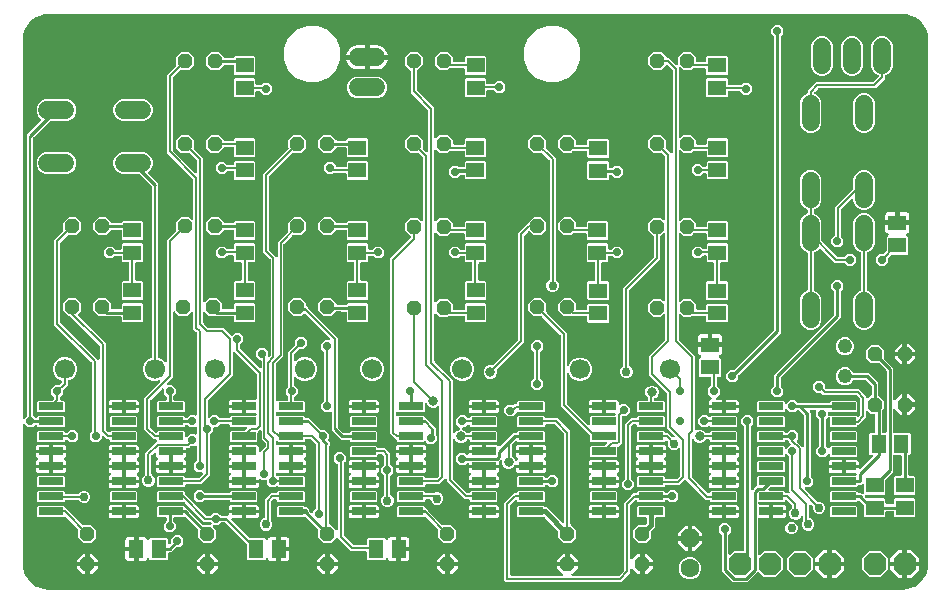
<source format=gbr>
G04 EAGLE Gerber X2 export*
%TF.Part,Single*%
%TF.FileFunction,Copper,L1,Top,Mixed*%
%TF.FilePolarity,Positive*%
%TF.GenerationSoftware,Autodesk,EAGLE,9.1.0*%
%TF.CreationDate,2019-12-30T04:36:43Z*%
G75*
%MOMM*%
%FSLAX34Y34*%
%LPD*%
%AMOC8*
5,1,8,0,0,1.08239X$1,22.5*%
G01*
%ADD10R,2.032000X0.660400*%
%ADD11P,1.319650X8X22.500000*%
%ADD12C,1.219200*%
%ADD13R,1.300000X1.500000*%
%ADD14R,1.500000X1.300000*%
%ADD15P,2.089446X8X22.500000*%
%ADD16P,1.319650X8X292.500000*%
%ADD17C,1.700000*%
%ADD18C,1.524000*%
%ADD19P,1.732040X8X112.500000*%
%ADD20C,1.600200*%
%ADD21C,0.254000*%
%ADD22C,0.203200*%
%ADD23C,0.705600*%
%ADD24C,0.762000*%
%ADD25C,0.406400*%
%ADD26C,0.812800*%
%ADD27C,0.152400*%

G36*
X749344Y3944D02*
X749344Y3944D01*
X749380Y3941D01*
X752578Y4193D01*
X752737Y4228D01*
X752812Y4239D01*
X758896Y6216D01*
X759152Y6341D01*
X759166Y6353D01*
X759179Y6360D01*
X764355Y10120D01*
X764559Y10318D01*
X764569Y10334D01*
X764580Y10345D01*
X768340Y15521D01*
X768387Y15610D01*
X768435Y15682D01*
X768449Y15727D01*
X768473Y15772D01*
X768477Y15790D01*
X768484Y15804D01*
X770461Y21888D01*
X770477Y21980D01*
X770497Y22044D01*
X770498Y22086D01*
X770507Y22122D01*
X770759Y25320D01*
X770756Y25365D01*
X770762Y25400D01*
X770762Y469900D01*
X770756Y469944D01*
X770759Y469980D01*
X770507Y473178D01*
X770472Y473337D01*
X770461Y473412D01*
X768484Y479496D01*
X768359Y479752D01*
X768347Y479766D01*
X768340Y479779D01*
X764580Y484955D01*
X764382Y485159D01*
X764366Y485169D01*
X764355Y485180D01*
X759179Y488940D01*
X758928Y489073D01*
X758910Y489077D01*
X758896Y489084D01*
X752812Y491061D01*
X752652Y491089D01*
X752578Y491107D01*
X749380Y491359D01*
X749335Y491356D01*
X749300Y491362D01*
X25400Y491362D01*
X25356Y491356D01*
X25320Y491359D01*
X22122Y491107D01*
X21963Y491072D01*
X21888Y491061D01*
X15804Y489084D01*
X15548Y488959D01*
X15534Y488947D01*
X15521Y488940D01*
X10345Y485180D01*
X10141Y484982D01*
X10131Y484966D01*
X10120Y484955D01*
X6360Y479779D01*
X6227Y479528D01*
X6223Y479510D01*
X6216Y479496D01*
X4239Y473412D01*
X4211Y473252D01*
X4193Y473178D01*
X3941Y469980D01*
X3944Y469935D01*
X3938Y469900D01*
X3938Y149421D01*
X3942Y149392D01*
X3939Y149362D01*
X3962Y149251D01*
X3978Y149139D01*
X3990Y149112D01*
X3995Y149084D01*
X4048Y148983D01*
X4094Y148880D01*
X4113Y148857D01*
X4126Y148831D01*
X4204Y148749D01*
X4277Y148663D01*
X4302Y148646D01*
X4322Y148625D01*
X4420Y148568D01*
X4514Y148505D01*
X4542Y148496D01*
X4567Y148481D01*
X4677Y148454D01*
X4785Y148419D01*
X4815Y148419D01*
X4843Y148411D01*
X4956Y148415D01*
X5069Y148412D01*
X5098Y148419D01*
X5127Y148420D01*
X5235Y148455D01*
X5344Y148484D01*
X5370Y148499D01*
X5398Y148508D01*
X5461Y148553D01*
X5589Y148629D01*
X5632Y148675D01*
X5671Y148703D01*
X7580Y150612D01*
X7632Y150681D01*
X7692Y150745D01*
X7717Y150795D01*
X7751Y150839D01*
X7782Y150920D01*
X7822Y150998D01*
X7829Y151046D01*
X7852Y151104D01*
X7864Y151252D01*
X7877Y151329D01*
X7877Y386252D01*
X7865Y386338D01*
X7862Y386426D01*
X7845Y386479D01*
X7837Y386533D01*
X7801Y386613D01*
X7775Y386696D01*
X7747Y386736D01*
X7721Y386793D01*
X7625Y386906D01*
X7623Y386909D01*
X7623Y389242D01*
X19573Y401192D01*
X19608Y401239D01*
X19651Y401279D01*
X19694Y401352D01*
X19744Y401419D01*
X19765Y401474D01*
X19795Y401524D01*
X19815Y401606D01*
X19845Y401685D01*
X19850Y401743D01*
X19865Y401800D01*
X19862Y401884D01*
X19869Y401968D01*
X19858Y402024D01*
X19858Y402032D01*
X19857Y402036D01*
X19856Y402084D01*
X19830Y402164D01*
X19813Y402247D01*
X19791Y402290D01*
X19786Y402307D01*
X19780Y402318D01*
X19768Y402354D01*
X19728Y402411D01*
X19682Y402499D01*
X19656Y402527D01*
X19641Y402552D01*
X19601Y402590D01*
X19573Y402628D01*
X17171Y405030D01*
X15779Y408391D01*
X15779Y412029D01*
X17171Y415390D01*
X19744Y417963D01*
X23105Y419355D01*
X41983Y419355D01*
X45344Y417963D01*
X47916Y415390D01*
X49308Y412029D01*
X49308Y408391D01*
X47916Y405030D01*
X45344Y402457D01*
X41983Y401065D01*
X27772Y401065D01*
X27685Y401053D01*
X27598Y401050D01*
X27545Y401033D01*
X27490Y401025D01*
X27411Y400990D01*
X27327Y400963D01*
X27288Y400935D01*
X27231Y400909D01*
X27118Y400813D01*
X27054Y400768D01*
X13256Y386970D01*
X13203Y386900D01*
X13143Y386836D01*
X13118Y386787D01*
X13085Y386743D01*
X13054Y386661D01*
X13014Y386583D01*
X13006Y386535D01*
X12984Y386477D01*
X12971Y386329D01*
X12958Y386252D01*
X12958Y151329D01*
X12971Y151243D01*
X12974Y151155D01*
X12991Y151103D01*
X12998Y151048D01*
X13034Y150968D01*
X13061Y150885D01*
X13089Y150846D01*
X13115Y150789D01*
X13210Y150675D01*
X13256Y150612D01*
X14471Y149396D01*
X14541Y149344D01*
X14605Y149284D01*
X14654Y149258D01*
X14699Y149225D01*
X14780Y149194D01*
X14858Y149154D01*
X14906Y149146D01*
X14964Y149124D01*
X15112Y149112D01*
X15189Y149099D01*
X15272Y149099D01*
X15330Y149107D01*
X15388Y149105D01*
X15470Y149127D01*
X15553Y149139D01*
X15607Y149162D01*
X15663Y149177D01*
X15736Y149220D01*
X15813Y149255D01*
X15857Y149293D01*
X15908Y149322D01*
X15965Y149384D01*
X16030Y149438D01*
X16062Y149487D01*
X16102Y149530D01*
X16141Y149605D01*
X16187Y149675D01*
X16205Y149731D01*
X16232Y149783D01*
X16243Y149851D01*
X16273Y149946D01*
X16276Y150046D01*
X16287Y150114D01*
X16287Y150238D01*
X17180Y151131D01*
X38763Y151131D01*
X39656Y150238D01*
X39656Y142370D01*
X38763Y141477D01*
X17180Y141477D01*
X16287Y142370D01*
X16287Y142494D01*
X16279Y142552D01*
X16280Y142610D01*
X16259Y142692D01*
X16247Y142776D01*
X16223Y142829D01*
X16209Y142885D01*
X16165Y142958D01*
X16131Y143035D01*
X16093Y143080D01*
X16063Y143130D01*
X16002Y143188D01*
X15947Y143252D01*
X15899Y143284D01*
X15856Y143324D01*
X15781Y143363D01*
X15711Y143410D01*
X15655Y143427D01*
X15603Y143454D01*
X15535Y143465D01*
X15440Y143495D01*
X15340Y143498D01*
X15272Y143509D01*
X15189Y143509D01*
X15103Y143497D01*
X15015Y143494D01*
X14963Y143477D01*
X14908Y143469D01*
X14828Y143434D01*
X14745Y143407D01*
X14705Y143379D01*
X14648Y143353D01*
X14535Y143257D01*
X14471Y143212D01*
X12511Y141251D01*
X8325Y141251D01*
X5671Y143905D01*
X5647Y143923D01*
X5628Y143945D01*
X5534Y144008D01*
X5444Y144076D01*
X5416Y144087D01*
X5392Y144103D01*
X5284Y144137D01*
X5178Y144177D01*
X5149Y144180D01*
X5121Y144189D01*
X5007Y144192D01*
X4895Y144201D01*
X4866Y144195D01*
X4837Y144196D01*
X4727Y144167D01*
X4616Y144145D01*
X4590Y144132D01*
X4562Y144124D01*
X4464Y144066D01*
X4364Y144014D01*
X4342Y143994D01*
X4317Y143979D01*
X4240Y143896D01*
X4158Y143818D01*
X4143Y143793D01*
X4123Y143772D01*
X4071Y143671D01*
X4014Y143573D01*
X4007Y143545D01*
X3993Y143518D01*
X3980Y143441D01*
X3944Y143297D01*
X3946Y143235D01*
X3938Y143187D01*
X3938Y25400D01*
X3944Y25356D01*
X3941Y25320D01*
X4193Y22122D01*
X4196Y22108D01*
X4195Y22096D01*
X4216Y22017D01*
X4228Y21963D01*
X4239Y21888D01*
X6216Y15804D01*
X6234Y15767D01*
X6244Y15729D01*
X6292Y15648D01*
X6341Y15548D01*
X6353Y15534D01*
X6360Y15521D01*
X10120Y10345D01*
X10318Y10141D01*
X10334Y10131D01*
X10345Y10120D01*
X15521Y6360D01*
X15772Y6227D01*
X15790Y6223D01*
X15804Y6216D01*
X21888Y4239D01*
X22048Y4211D01*
X22122Y4193D01*
X25320Y3941D01*
X25365Y3944D01*
X25400Y3938D01*
X749300Y3938D01*
X749344Y3944D01*
G37*
%LPC*%
G36*
X315371Y28313D02*
X315371Y28313D01*
X314725Y28486D01*
X314146Y28821D01*
X313673Y29294D01*
X313338Y29873D01*
X313226Y30291D01*
X313223Y30300D01*
X313221Y30309D01*
X313167Y30430D01*
X313115Y30552D01*
X313109Y30560D01*
X313105Y30569D01*
X313019Y30670D01*
X312936Y30773D01*
X312928Y30778D01*
X312921Y30786D01*
X312811Y30859D01*
X312702Y30935D01*
X312693Y30938D01*
X312685Y30943D01*
X312558Y30983D01*
X312433Y31026D01*
X312423Y31026D01*
X312414Y31029D01*
X312281Y31032D01*
X312149Y31038D01*
X312139Y31036D01*
X312129Y31036D01*
X312001Y31003D01*
X311872Y30972D01*
X311864Y30967D01*
X311854Y30965D01*
X311741Y30897D01*
X311625Y30831D01*
X311618Y30824D01*
X311610Y30819D01*
X311519Y30723D01*
X311427Y30628D01*
X311422Y30619D01*
X311415Y30612D01*
X311355Y30494D01*
X311293Y30377D01*
X311290Y30368D01*
X311286Y30359D01*
X311277Y30303D01*
X311267Y30259D01*
X310337Y29329D01*
X296074Y29329D01*
X295181Y30222D01*
X295181Y35338D01*
X295173Y35396D01*
X295174Y35454D01*
X295153Y35536D01*
X295141Y35619D01*
X295117Y35673D01*
X295103Y35729D01*
X295059Y35802D01*
X295025Y35879D01*
X294987Y35923D01*
X294957Y35974D01*
X294896Y36031D01*
X294841Y36096D01*
X294793Y36128D01*
X294750Y36168D01*
X294675Y36207D01*
X294605Y36253D01*
X294549Y36271D01*
X294497Y36298D01*
X294429Y36309D01*
X294334Y36339D01*
X294234Y36342D01*
X294166Y36353D01*
X282094Y36353D01*
X271271Y47176D01*
X271271Y47191D01*
X271267Y47220D01*
X271270Y47249D01*
X271247Y47360D01*
X271231Y47473D01*
X271219Y47499D01*
X271214Y47528D01*
X271162Y47629D01*
X271115Y47732D01*
X271096Y47755D01*
X271083Y47780D01*
X271005Y47862D01*
X270932Y47949D01*
X270907Y47965D01*
X270887Y47987D01*
X270789Y48044D01*
X270695Y48107D01*
X270667Y48116D01*
X270642Y48130D01*
X270532Y48158D01*
X270424Y48192D01*
X270394Y48193D01*
X270366Y48200D01*
X270253Y48197D01*
X270140Y48200D01*
X270111Y48192D01*
X270082Y48191D01*
X269974Y48157D01*
X269865Y48128D01*
X269839Y48113D01*
X269811Y48104D01*
X269748Y48058D01*
X269620Y47983D01*
X269577Y47937D01*
X269538Y47909D01*
X265062Y43433D01*
X258749Y43433D01*
X254285Y47897D01*
X254285Y54302D01*
X254273Y54388D01*
X254270Y54476D01*
X254253Y54529D01*
X254245Y54583D01*
X254209Y54663D01*
X254183Y54746D01*
X254155Y54786D01*
X254129Y54843D01*
X254033Y54956D01*
X253988Y55020D01*
X243565Y65443D01*
X243518Y65478D01*
X243478Y65520D01*
X243405Y65563D01*
X243337Y65614D01*
X243283Y65634D01*
X243232Y65664D01*
X243151Y65685D01*
X243072Y65715D01*
X243013Y65720D01*
X242957Y65734D01*
X242873Y65731D01*
X242788Y65738D01*
X242731Y65727D01*
X242673Y65725D01*
X242592Y65699D01*
X242510Y65683D01*
X242458Y65656D01*
X242402Y65638D01*
X242346Y65598D01*
X242257Y65552D01*
X242185Y65483D01*
X242129Y65443D01*
X241963Y65277D01*
X220380Y65277D01*
X219487Y66170D01*
X219487Y74038D01*
X220380Y74931D01*
X241963Y74931D01*
X242936Y73958D01*
X243006Y73906D01*
X243070Y73846D01*
X243119Y73820D01*
X243163Y73787D01*
X243245Y73756D01*
X243323Y73716D01*
X243370Y73708D01*
X243429Y73686D01*
X243577Y73674D01*
X243654Y73661D01*
X244329Y73661D01*
X246412Y71577D01*
X246412Y70920D01*
X246420Y70866D01*
X246419Y70828D01*
X246426Y70803D01*
X246428Y70746D01*
X246445Y70693D01*
X246452Y70639D01*
X246488Y70559D01*
X246515Y70476D01*
X246543Y70436D01*
X246569Y70379D01*
X246664Y70266D01*
X246710Y70202D01*
X248036Y68876D01*
X248059Y68859D01*
X248078Y68836D01*
X248173Y68773D01*
X248263Y68705D01*
X248290Y68695D01*
X248315Y68679D01*
X248423Y68644D01*
X248529Y68604D01*
X248558Y68602D01*
X248586Y68593D01*
X248699Y68590D01*
X248812Y68581D01*
X248841Y68586D01*
X248870Y68586D01*
X248980Y68614D01*
X249091Y68636D01*
X249117Y68650D01*
X249145Y68657D01*
X249243Y68715D01*
X249343Y68767D01*
X249364Y68788D01*
X249390Y68803D01*
X249467Y68885D01*
X249549Y68963D01*
X249564Y68989D01*
X249584Y69010D01*
X249636Y69111D01*
X249693Y69208D01*
X249700Y69237D01*
X249714Y69263D01*
X249726Y69340D01*
X249763Y69484D01*
X249761Y69546D01*
X249769Y69594D01*
X249769Y70249D01*
X252238Y72718D01*
X252290Y72788D01*
X252350Y72852D01*
X252375Y72901D01*
X252409Y72945D01*
X252440Y73027D01*
X252480Y73105D01*
X252487Y73152D01*
X252510Y73211D01*
X252522Y73358D01*
X252535Y73436D01*
X252535Y126620D01*
X252523Y126707D01*
X252520Y126794D01*
X252503Y126847D01*
X252495Y126902D01*
X252459Y126982D01*
X252433Y127065D01*
X252405Y127104D01*
X252379Y127161D01*
X252283Y127274D01*
X252238Y127338D01*
X248556Y131020D01*
X248486Y131072D01*
X248422Y131132D01*
X248373Y131158D01*
X248329Y131191D01*
X248247Y131222D01*
X248169Y131262D01*
X248122Y131270D01*
X248063Y131292D01*
X247915Y131304D01*
X247838Y131317D01*
X243872Y131317D01*
X243814Y131309D01*
X243755Y131311D01*
X243674Y131289D01*
X243590Y131277D01*
X243537Y131254D01*
X243480Y131239D01*
X243408Y131196D01*
X243331Y131161D01*
X243286Y131123D01*
X243236Y131094D01*
X243178Y131032D01*
X243114Y130978D01*
X243081Y130929D01*
X243041Y130886D01*
X243003Y130811D01*
X242956Y130741D01*
X242939Y130685D01*
X242912Y130633D01*
X242901Y130565D01*
X242870Y130470D01*
X242868Y130370D01*
X242856Y130302D01*
X242856Y129670D01*
X241963Y128777D01*
X220380Y128777D01*
X219856Y129301D01*
X219833Y129319D01*
X219814Y129341D01*
X219720Y129404D01*
X219629Y129472D01*
X219602Y129482D01*
X219577Y129499D01*
X219469Y129533D01*
X219364Y129573D01*
X219334Y129576D01*
X219306Y129584D01*
X219193Y129587D01*
X219080Y129597D01*
X219052Y129591D01*
X219022Y129592D01*
X218913Y129563D01*
X218801Y129541D01*
X218775Y129527D01*
X218747Y129520D01*
X218650Y129462D01*
X218549Y129410D01*
X218528Y129390D01*
X218503Y129375D01*
X218425Y129292D01*
X218343Y129214D01*
X218328Y129189D01*
X218308Y129167D01*
X218257Y129066D01*
X218199Y128969D01*
X218192Y128940D01*
X218179Y128914D01*
X218166Y128837D01*
X218129Y128693D01*
X218131Y128631D01*
X218123Y128583D01*
X218123Y127231D01*
X218129Y127192D01*
X218126Y127153D01*
X218149Y127052D01*
X218163Y126949D01*
X218179Y126913D01*
X218187Y126875D01*
X218237Y126784D01*
X218279Y126690D01*
X218305Y126660D01*
X218323Y126625D01*
X218396Y126552D01*
X218463Y126473D01*
X218495Y126451D01*
X218523Y126423D01*
X218613Y126373D01*
X218700Y126315D01*
X218737Y126303D01*
X218771Y126284D01*
X218872Y126261D01*
X218971Y126229D01*
X219010Y126228D01*
X219048Y126219D01*
X219151Y126225D01*
X219255Y126222D01*
X219293Y126232D01*
X219332Y126234D01*
X219404Y126261D01*
X219530Y126294D01*
X219594Y126332D01*
X219646Y126351D01*
X220031Y126574D01*
X220677Y126747D01*
X229521Y126747D01*
X229521Y121539D01*
X229530Y121481D01*
X229528Y121423D01*
X229549Y121341D01*
X229561Y121258D01*
X229585Y121204D01*
X229600Y121148D01*
X229643Y121075D01*
X229678Y120998D01*
X229715Y120954D01*
X229745Y120903D01*
X229749Y120900D01*
X229746Y120896D01*
X229706Y120853D01*
X229668Y120778D01*
X229621Y120708D01*
X229604Y120652D01*
X229577Y120600D01*
X229566Y120532D01*
X229535Y120437D01*
X229533Y120337D01*
X229521Y120269D01*
X229521Y108839D01*
X229530Y108781D01*
X229528Y108723D01*
X229549Y108641D01*
X229561Y108558D01*
X229585Y108504D01*
X229600Y108448D01*
X229643Y108375D01*
X229678Y108298D01*
X229715Y108254D01*
X229745Y108203D01*
X229749Y108200D01*
X229746Y108196D01*
X229706Y108153D01*
X229668Y108078D01*
X229621Y108008D01*
X229604Y107952D01*
X229577Y107900D01*
X229566Y107832D01*
X229535Y107737D01*
X229533Y107637D01*
X229521Y107569D01*
X229521Y102361D01*
X220677Y102361D01*
X220031Y102534D01*
X219646Y102757D01*
X219610Y102771D01*
X219577Y102793D01*
X219478Y102824D01*
X219382Y102863D01*
X219344Y102867D01*
X219306Y102879D01*
X219203Y102881D01*
X219100Y102892D01*
X219061Y102885D01*
X219022Y102886D01*
X218922Y102860D01*
X218820Y102841D01*
X218785Y102824D01*
X218747Y102814D01*
X218658Y102761D01*
X218565Y102715D01*
X218536Y102689D01*
X218503Y102669D01*
X218432Y102593D01*
X218355Y102523D01*
X218335Y102490D01*
X218308Y102462D01*
X218261Y102369D01*
X218207Y102281D01*
X218197Y102243D01*
X218179Y102209D01*
X218166Y102132D01*
X218132Y102007D01*
X218132Y101932D01*
X218123Y101877D01*
X218123Y100783D01*
X218135Y100697D01*
X218138Y100610D01*
X218155Y100557D01*
X218163Y100502D01*
X218199Y100422D01*
X218226Y100339D01*
X218254Y100300D01*
X218279Y100243D01*
X218375Y100130D01*
X218421Y100066D01*
X218550Y99936D01*
X218597Y99901D01*
X218637Y99859D01*
X218710Y99816D01*
X218777Y99765D01*
X218832Y99745D01*
X218882Y99715D01*
X218964Y99694D01*
X219043Y99664D01*
X219101Y99659D01*
X219158Y99645D01*
X219242Y99648D01*
X219326Y99641D01*
X219383Y99652D01*
X219442Y99654D01*
X219522Y99680D01*
X219605Y99696D01*
X219657Y99723D01*
X219712Y99741D01*
X219769Y99781D01*
X219857Y99827D01*
X219929Y99896D01*
X219986Y99936D01*
X220380Y100331D01*
X241963Y100331D01*
X242856Y99438D01*
X242856Y91570D01*
X241963Y90677D01*
X220380Y90677D01*
X219986Y91072D01*
X219939Y91107D01*
X219899Y91149D01*
X219826Y91192D01*
X219759Y91243D01*
X219704Y91263D01*
X219653Y91293D01*
X219572Y91314D01*
X219493Y91344D01*
X219435Y91349D01*
X219378Y91363D01*
X219294Y91360D01*
X219210Y91367D01*
X219152Y91356D01*
X219094Y91354D01*
X219013Y91328D01*
X218931Y91312D01*
X218879Y91285D01*
X218823Y91267D01*
X218767Y91227D01*
X218678Y91181D01*
X218606Y91112D01*
X218550Y91072D01*
X217929Y90451D01*
X213744Y90451D01*
X210784Y93411D01*
X210784Y95786D01*
X210776Y95844D01*
X210777Y95902D01*
X210756Y95984D01*
X210744Y96068D01*
X210720Y96121D01*
X210705Y96177D01*
X210662Y96250D01*
X210628Y96327D01*
X210590Y96372D01*
X210560Y96422D01*
X210498Y96480D01*
X210444Y96544D01*
X210395Y96576D01*
X210353Y96616D01*
X210278Y96655D01*
X210207Y96702D01*
X210152Y96719D01*
X210100Y96746D01*
X210032Y96757D01*
X209936Y96787D01*
X209837Y96790D01*
X209769Y96801D01*
X205838Y96801D01*
X205474Y97165D01*
X205450Y97183D01*
X205431Y97206D01*
X205337Y97268D01*
X205246Y97336D01*
X205219Y97347D01*
X205195Y97363D01*
X205087Y97397D01*
X204981Y97438D01*
X204952Y97440D01*
X204924Y97449D01*
X204810Y97452D01*
X204697Y97461D01*
X204669Y97455D01*
X204639Y97456D01*
X204530Y97428D01*
X204419Y97405D01*
X204393Y97392D01*
X204364Y97384D01*
X204267Y97327D01*
X204166Y97274D01*
X204145Y97254D01*
X204120Y97239D01*
X204042Y97156D01*
X204040Y97154D01*
X192690Y97154D01*
X192690Y107569D01*
X192682Y107627D01*
X192683Y107685D01*
X192662Y107767D01*
X192650Y107850D01*
X192626Y107904D01*
X192612Y107960D01*
X192568Y108033D01*
X192534Y108110D01*
X192496Y108154D01*
X192466Y108205D01*
X192462Y108208D01*
X192465Y108212D01*
X192505Y108255D01*
X192544Y108330D01*
X192590Y108400D01*
X192608Y108456D01*
X192635Y108508D01*
X192646Y108576D01*
X192676Y108671D01*
X192679Y108771D01*
X192690Y108839D01*
X192690Y120269D01*
X192682Y120327D01*
X192683Y120385D01*
X192662Y120467D01*
X192650Y120550D01*
X192626Y120604D01*
X192612Y120660D01*
X192568Y120733D01*
X192534Y120810D01*
X192496Y120854D01*
X192466Y120905D01*
X192462Y120908D01*
X192465Y120912D01*
X192505Y120955D01*
X192544Y121030D01*
X192590Y121100D01*
X192608Y121156D01*
X192635Y121208D01*
X192646Y121276D01*
X192676Y121371D01*
X192679Y121471D01*
X192690Y121539D01*
X192690Y126747D01*
X201534Y126747D01*
X202181Y126574D01*
X202760Y126239D01*
X203233Y125766D01*
X203567Y125187D01*
X203740Y124540D01*
X203740Y121605D01*
X203745Y121576D01*
X203742Y121547D01*
X203764Y121436D01*
X203780Y121324D01*
X203792Y121297D01*
X203798Y121268D01*
X203850Y121168D01*
X203897Y121064D01*
X203916Y121042D01*
X203929Y121016D01*
X204007Y120934D01*
X204080Y120847D01*
X204105Y120831D01*
X204125Y120810D01*
X204222Y120752D01*
X204317Y120690D01*
X204345Y120681D01*
X204370Y120666D01*
X204480Y120638D01*
X204588Y120604D01*
X204617Y120603D01*
X204646Y120596D01*
X204759Y120599D01*
X204872Y120596D01*
X204900Y120604D01*
X204930Y120605D01*
X205038Y120640D01*
X205147Y120668D01*
X205172Y120683D01*
X205200Y120692D01*
X205264Y120738D01*
X205392Y120814D01*
X205434Y120859D01*
X205474Y120887D01*
X209442Y124856D01*
X209495Y124926D01*
X209555Y124990D01*
X209580Y125039D01*
X209613Y125083D01*
X209644Y125165D01*
X209684Y125243D01*
X209692Y125290D01*
X209715Y125349D01*
X209727Y125497D01*
X209740Y125574D01*
X209740Y127655D01*
X209728Y127742D01*
X209725Y127829D01*
X209708Y127882D01*
X209700Y127936D01*
X209664Y128016D01*
X209637Y128099D01*
X209609Y128139D01*
X209584Y128196D01*
X209488Y128309D01*
X209442Y128373D01*
X206184Y131631D01*
X206184Y137991D01*
X206180Y138020D01*
X206182Y138049D01*
X206160Y138160D01*
X206144Y138272D01*
X206132Y138299D01*
X206126Y138328D01*
X206074Y138428D01*
X206028Y138531D01*
X206009Y138554D01*
X205995Y138580D01*
X205917Y138662D01*
X205844Y138748D01*
X205820Y138765D01*
X205799Y138786D01*
X205702Y138843D01*
X205607Y138906D01*
X205579Y138915D01*
X205554Y138930D01*
X205445Y138958D01*
X205336Y138992D01*
X205307Y138993D01*
X205279Y139000D01*
X205166Y138996D01*
X205052Y138999D01*
X205024Y138992D01*
X204994Y138991D01*
X204886Y138956D01*
X204777Y138927D01*
X204752Y138912D01*
X204724Y138903D01*
X204660Y138858D01*
X204533Y138782D01*
X204490Y138736D01*
X204451Y138708D01*
X203306Y137563D01*
X203276Y137546D01*
X203199Y137511D01*
X203154Y137473D01*
X203104Y137444D01*
X203046Y137382D01*
X202982Y137328D01*
X202949Y137279D01*
X202909Y137236D01*
X202871Y137161D01*
X202824Y137091D01*
X202807Y137035D01*
X202780Y136983D01*
X202769Y136915D01*
X202738Y136820D01*
X202736Y136720D01*
X202724Y136652D01*
X202724Y129670D01*
X201831Y128777D01*
X180248Y128777D01*
X179355Y129670D01*
X179355Y137538D01*
X180248Y138431D01*
X191853Y138431D01*
X191939Y138443D01*
X192027Y138446D01*
X192080Y138463D01*
X192134Y138471D01*
X192214Y138506D01*
X192297Y138533D01*
X192337Y138561D01*
X192394Y138587D01*
X192507Y138683D01*
X192571Y138728D01*
X193587Y139744D01*
X193604Y139768D01*
X193627Y139787D01*
X193690Y139881D01*
X193758Y139971D01*
X193768Y139999D01*
X193784Y140023D01*
X193819Y140131D01*
X193859Y140237D01*
X193861Y140266D01*
X193870Y140294D01*
X193873Y140408D01*
X193882Y140520D01*
X193877Y140549D01*
X193877Y140578D01*
X193849Y140688D01*
X193827Y140799D01*
X193813Y140825D01*
X193806Y140853D01*
X193748Y140951D01*
X193696Y141051D01*
X193675Y141073D01*
X193660Y141098D01*
X193578Y141175D01*
X193500Y141257D01*
X193474Y141272D01*
X193453Y141292D01*
X193352Y141344D01*
X193254Y141401D01*
X193226Y141408D01*
X193200Y141422D01*
X193123Y141435D01*
X192979Y141471D01*
X192916Y141469D01*
X192869Y141477D01*
X180248Y141477D01*
X179355Y142370D01*
X179355Y142748D01*
X179347Y142806D01*
X179348Y142864D01*
X179327Y142946D01*
X179315Y143030D01*
X179291Y143083D01*
X179277Y143139D01*
X179233Y143212D01*
X179199Y143289D01*
X179161Y143334D01*
X179131Y143384D01*
X179070Y143442D01*
X179015Y143506D01*
X178967Y143538D01*
X178924Y143578D01*
X178849Y143617D01*
X178779Y143664D01*
X178723Y143681D01*
X178671Y143708D01*
X178603Y143719D01*
X178508Y143749D01*
X178408Y143752D01*
X178340Y143763D01*
X171141Y143763D01*
X171054Y143751D01*
X170967Y143748D01*
X170914Y143731D01*
X170859Y143723D01*
X170779Y143688D01*
X170696Y143661D01*
X170657Y143633D01*
X170600Y143607D01*
X170486Y143511D01*
X170423Y143466D01*
X168208Y141251D01*
X166374Y141251D01*
X166316Y141243D01*
X166257Y141245D01*
X166176Y141223D01*
X166092Y141211D01*
X166039Y141188D01*
X165982Y141173D01*
X165910Y141130D01*
X165833Y141095D01*
X165788Y141057D01*
X165738Y141028D01*
X165680Y140966D01*
X165616Y140912D01*
X165583Y140863D01*
X165543Y140820D01*
X165505Y140745D01*
X165458Y140675D01*
X165441Y140619D01*
X165414Y140567D01*
X165403Y140499D01*
X165372Y140404D01*
X165370Y140304D01*
X165358Y140236D01*
X165358Y137861D01*
X163080Y135583D01*
X163028Y135513D01*
X162968Y135449D01*
X162943Y135400D01*
X162909Y135356D01*
X162878Y135274D01*
X162838Y135196D01*
X162831Y135149D01*
X162808Y135090D01*
X162796Y134942D01*
X162783Y134865D01*
X162783Y100738D01*
X155008Y92963D01*
X142272Y92963D01*
X142214Y92955D01*
X142155Y92957D01*
X142074Y92935D01*
X141990Y92923D01*
X141937Y92900D01*
X141880Y92885D01*
X141808Y92842D01*
X141731Y92807D01*
X141686Y92769D01*
X141636Y92740D01*
X141578Y92678D01*
X141514Y92624D01*
X141481Y92575D01*
X141441Y92532D01*
X141403Y92457D01*
X141356Y92387D01*
X141339Y92331D01*
X141312Y92279D01*
X141301Y92211D01*
X141270Y92116D01*
X141268Y92016D01*
X141256Y91948D01*
X141256Y91570D01*
X140363Y90677D01*
X118780Y90677D01*
X117887Y91570D01*
X117887Y99438D01*
X118780Y100331D01*
X140363Y100331D01*
X141256Y99438D01*
X141256Y99060D01*
X141265Y99002D01*
X141263Y98944D01*
X141284Y98862D01*
X141296Y98778D01*
X141320Y98725D01*
X141335Y98669D01*
X141378Y98596D01*
X141413Y98519D01*
X141450Y98474D01*
X141480Y98424D01*
X141542Y98366D01*
X141596Y98302D01*
X141645Y98270D01*
X141688Y98230D01*
X141763Y98191D01*
X141833Y98144D01*
X141889Y98127D01*
X141941Y98100D01*
X142009Y98089D01*
X142104Y98059D01*
X142204Y98056D01*
X142272Y98045D01*
X152483Y98045D01*
X152569Y98057D01*
X152657Y98060D01*
X152709Y98077D01*
X152764Y98085D01*
X152844Y98120D01*
X152927Y98147D01*
X152967Y98175D01*
X153024Y98201D01*
X153137Y98297D01*
X153201Y98342D01*
X156277Y101418D01*
X156294Y101442D01*
X156317Y101461D01*
X156380Y101555D01*
X156448Y101645D01*
X156458Y101673D01*
X156474Y101697D01*
X156509Y101805D01*
X156549Y101911D01*
X156551Y101940D01*
X156560Y101968D01*
X156563Y102082D01*
X156572Y102194D01*
X156567Y102223D01*
X156567Y102252D01*
X156539Y102362D01*
X156517Y102473D01*
X156503Y102499D01*
X156496Y102527D01*
X156438Y102625D01*
X156386Y102725D01*
X156365Y102747D01*
X156350Y102772D01*
X156268Y102849D01*
X156190Y102931D01*
X156164Y102946D01*
X156143Y102966D01*
X156042Y103018D01*
X155944Y103075D01*
X155916Y103082D01*
X155890Y103096D01*
X155813Y103109D01*
X155669Y103145D01*
X155606Y103143D01*
X155559Y103151D01*
X151863Y103151D01*
X148903Y106111D01*
X148903Y110297D01*
X151118Y112512D01*
X151170Y112581D01*
X151230Y112645D01*
X151255Y112695D01*
X151289Y112739D01*
X151320Y112820D01*
X151360Y112898D01*
X151367Y112946D01*
X151390Y113004D01*
X151402Y113152D01*
X151415Y113229D01*
X151415Y124642D01*
X151411Y124671D01*
X151413Y124700D01*
X151391Y124811D01*
X151375Y124923D01*
X151363Y124950D01*
X151357Y124979D01*
X151305Y125079D01*
X151259Y125183D01*
X151240Y125205D01*
X151226Y125231D01*
X151148Y125313D01*
X151075Y125400D01*
X151051Y125416D01*
X151031Y125437D01*
X150933Y125494D01*
X150839Y125557D01*
X150811Y125566D01*
X150785Y125581D01*
X150676Y125609D01*
X150568Y125643D01*
X150538Y125644D01*
X150510Y125651D01*
X150396Y125647D01*
X150283Y125650D01*
X150255Y125643D01*
X150226Y125642D01*
X150118Y125607D01*
X150008Y125578D01*
X149983Y125563D01*
X149955Y125554D01*
X149891Y125509D01*
X149764Y125433D01*
X149721Y125387D01*
X149705Y125376D01*
X146567Y125376D01*
X146480Y125364D01*
X146393Y125361D01*
X146340Y125344D01*
X146285Y125336D01*
X146205Y125301D01*
X146122Y125274D01*
X146083Y125246D01*
X146026Y125220D01*
X145913Y125124D01*
X145849Y125079D01*
X144975Y124205D01*
X143288Y124205D01*
X143230Y124197D01*
X143171Y124199D01*
X143090Y124177D01*
X143006Y124165D01*
X142953Y124142D01*
X142896Y124127D01*
X142824Y124084D01*
X142747Y124049D01*
X142702Y124011D01*
X142652Y123982D01*
X142594Y123920D01*
X142530Y123866D01*
X142497Y123817D01*
X142457Y123774D01*
X142419Y123699D01*
X142372Y123629D01*
X142355Y123573D01*
X142328Y123521D01*
X142317Y123453D01*
X142286Y123358D01*
X142284Y123258D01*
X142272Y123190D01*
X142272Y122554D01*
X130207Y122554D01*
X130149Y122546D01*
X130091Y122548D01*
X130009Y122526D01*
X129925Y122514D01*
X129872Y122491D01*
X129816Y122476D01*
X129743Y122433D01*
X129666Y122398D01*
X129621Y122360D01*
X129571Y122331D01*
X129513Y122269D01*
X129449Y122215D01*
X129417Y122166D01*
X129377Y122123D01*
X129338Y122048D01*
X129291Y121978D01*
X129274Y121922D01*
X129247Y121870D01*
X129236Y121802D01*
X129206Y121707D01*
X129203Y121607D01*
X129192Y121539D01*
X129192Y121284D01*
X128937Y121284D01*
X128879Y121276D01*
X128820Y121277D01*
X128739Y121256D01*
X128655Y121244D01*
X128602Y121220D01*
X128545Y121206D01*
X128473Y121162D01*
X128396Y121128D01*
X128351Y121090D01*
X128301Y121060D01*
X128243Y120999D01*
X128179Y120944D01*
X128146Y120896D01*
X128106Y120853D01*
X128068Y120778D01*
X128021Y120708D01*
X128004Y120652D01*
X127977Y120600D01*
X127966Y120532D01*
X127935Y120437D01*
X127933Y120337D01*
X127921Y120269D01*
X127921Y109854D01*
X116871Y109854D01*
X116871Y111840D01*
X117044Y112487D01*
X117379Y113066D01*
X117852Y113539D01*
X118087Y113675D01*
X118117Y113699D01*
X118152Y113716D01*
X118229Y113786D01*
X118311Y113850D01*
X118334Y113882D01*
X118362Y113908D01*
X118416Y113996D01*
X118477Y114080D01*
X118490Y114117D01*
X118511Y114150D01*
X118538Y114250D01*
X118573Y114348D01*
X118576Y114387D01*
X118586Y114425D01*
X118585Y114528D01*
X118591Y114632D01*
X118583Y114670D01*
X118582Y114709D01*
X118552Y114808D01*
X118530Y114909D01*
X118512Y114944D01*
X118500Y114981D01*
X118444Y115068D01*
X118394Y115159D01*
X118367Y115187D01*
X118346Y115220D01*
X118286Y115269D01*
X118195Y115361D01*
X118130Y115398D01*
X118087Y115433D01*
X117852Y115569D01*
X117379Y116042D01*
X117044Y116621D01*
X116871Y117268D01*
X116871Y119213D01*
X116867Y119242D01*
X116869Y119272D01*
X116847Y119383D01*
X116831Y119495D01*
X116819Y119521D01*
X116813Y119550D01*
X116761Y119651D01*
X116715Y119754D01*
X116696Y119777D01*
X116682Y119803D01*
X116604Y119885D01*
X116531Y119971D01*
X116507Y119987D01*
X116487Y120009D01*
X116389Y120066D01*
X116295Y120129D01*
X116267Y120138D01*
X116241Y120152D01*
X116132Y120180D01*
X116024Y120215D01*
X115994Y120215D01*
X115966Y120222D01*
X115853Y120219D01*
X115739Y120222D01*
X115711Y120214D01*
X115682Y120213D01*
X115574Y120179D01*
X115464Y120150D01*
X115439Y120135D01*
X115411Y120126D01*
X115347Y120080D01*
X115220Y120005D01*
X115177Y119959D01*
X115138Y119931D01*
X113296Y118090D01*
X113244Y118020D01*
X113184Y117956D01*
X113159Y117907D01*
X113125Y117862D01*
X113094Y117781D01*
X113054Y117703D01*
X113047Y117655D01*
X113024Y117597D01*
X113012Y117449D01*
X112999Y117372D01*
X112999Y101857D01*
X112999Y101855D01*
X112999Y101853D01*
X113020Y101710D01*
X113039Y101575D01*
X113039Y101574D01*
X113040Y101572D01*
X113099Y101442D01*
X113155Y101316D01*
X113156Y101314D01*
X113157Y101313D01*
X113248Y101206D01*
X113339Y101099D01*
X113340Y101098D01*
X113341Y101097D01*
X113355Y101088D01*
X113404Y101056D01*
X114981Y99478D01*
X115793Y97518D01*
X115793Y95395D01*
X114981Y93435D01*
X113480Y91934D01*
X111519Y91122D01*
X109397Y91122D01*
X107436Y91934D01*
X105936Y93435D01*
X105124Y95395D01*
X105124Y97518D01*
X105936Y99478D01*
X107499Y101041D01*
X107535Y101063D01*
X107537Y101064D01*
X107538Y101065D01*
X107634Y101168D01*
X107731Y101270D01*
X107731Y101271D01*
X107733Y101273D01*
X107797Y101399D01*
X107861Y101522D01*
X107861Y101524D01*
X107862Y101526D01*
X107865Y101542D01*
X107916Y101801D01*
X107913Y101832D01*
X107918Y101857D01*
X107918Y119897D01*
X109703Y121683D01*
X117351Y129330D01*
X117368Y129354D01*
X117391Y129373D01*
X117453Y129467D01*
X117522Y129557D01*
X117532Y129585D01*
X117548Y129609D01*
X117582Y129717D01*
X117623Y129823D01*
X117625Y129852D01*
X117634Y129880D01*
X117637Y129994D01*
X117646Y130106D01*
X117641Y130135D01*
X117641Y130164D01*
X117613Y130274D01*
X117590Y130385D01*
X117577Y130411D01*
X117569Y130439D01*
X117512Y130537D01*
X117459Y130637D01*
X117439Y130659D01*
X117424Y130684D01*
X117342Y130761D01*
X117264Y130843D01*
X117238Y130858D01*
X117217Y130878D01*
X117116Y130930D01*
X117018Y130987D01*
X116990Y130994D01*
X116964Y131008D01*
X116886Y131021D01*
X116743Y131057D01*
X116680Y131055D01*
X116633Y131063D01*
X114803Y131063D01*
X106965Y138902D01*
X106965Y166406D01*
X120110Y179551D01*
X120162Y179620D01*
X120221Y179682D01*
X120247Y179733D01*
X120281Y179778D01*
X120311Y179859D01*
X120351Y179935D01*
X120362Y179991D01*
X120382Y180044D01*
X120389Y180130D01*
X120406Y180214D01*
X120401Y180271D01*
X120406Y180327D01*
X120389Y180412D01*
X120381Y180497D01*
X120361Y180550D01*
X120350Y180606D01*
X120310Y180682D01*
X120279Y180763D01*
X120245Y180808D01*
X120219Y180859D01*
X120160Y180921D01*
X120108Y180989D01*
X120062Y181023D01*
X120023Y181065D01*
X119949Y181108D01*
X119880Y181160D01*
X119827Y181180D01*
X119778Y181208D01*
X119694Y181230D01*
X119614Y181260D01*
X119557Y181264D01*
X119502Y181278D01*
X119416Y181276D01*
X119331Y181283D01*
X119282Y181271D01*
X119218Y181269D01*
X119080Y181225D01*
X119004Y181207D01*
X117850Y180729D01*
X113862Y180729D01*
X110177Y182255D01*
X107357Y185075D01*
X105831Y188760D01*
X105831Y192748D01*
X107357Y196433D01*
X110177Y199253D01*
X112688Y200293D01*
X112690Y200294D01*
X112691Y200294D01*
X112809Y200364D01*
X112933Y200437D01*
X112934Y200438D01*
X112936Y200439D01*
X113033Y200543D01*
X113128Y200644D01*
X113129Y200645D01*
X113130Y200646D01*
X113193Y200770D01*
X113258Y200897D01*
X113259Y200898D01*
X113260Y200900D01*
X113262Y200915D01*
X113314Y201176D01*
X113311Y201206D01*
X113315Y201231D01*
X113315Y344878D01*
X113303Y344964D01*
X113300Y345052D01*
X113283Y345105D01*
X113275Y345159D01*
X113239Y345239D01*
X113213Y345322D01*
X113185Y345362D01*
X113159Y345419D01*
X113063Y345532D01*
X113018Y345596D01*
X103057Y355556D01*
X102988Y355608D01*
X102924Y355668D01*
X102874Y355694D01*
X102830Y355727D01*
X102749Y355758D01*
X102671Y355798D01*
X102623Y355806D01*
X102565Y355828D01*
X102417Y355840D01*
X102340Y355853D01*
X88129Y355853D01*
X84768Y357245D01*
X82195Y359818D01*
X80803Y363179D01*
X80803Y366817D01*
X82195Y370178D01*
X84768Y372751D01*
X88129Y374143D01*
X107007Y374143D01*
X110368Y372751D01*
X112940Y370178D01*
X114332Y366817D01*
X114332Y363179D01*
X112940Y359818D01*
X110538Y357416D01*
X110503Y357369D01*
X110461Y357329D01*
X110418Y357256D01*
X110367Y357189D01*
X110346Y357134D01*
X110317Y357084D01*
X110296Y357002D01*
X110266Y356923D01*
X110261Y356865D01*
X110247Y356808D01*
X110249Y356724D01*
X110242Y356640D01*
X110254Y356582D01*
X110256Y356524D01*
X110282Y356444D01*
X110298Y356361D01*
X110325Y356309D01*
X110343Y356253D01*
X110383Y356197D01*
X110429Y356109D01*
X110498Y356036D01*
X110538Y355980D01*
X118650Y347868D01*
X118650Y345538D01*
X118641Y345526D01*
X118581Y345462D01*
X118556Y345413D01*
X118523Y345369D01*
X118492Y345287D01*
X118452Y345209D01*
X118444Y345161D01*
X118422Y345103D01*
X118409Y344955D01*
X118396Y344878D01*
X118396Y201231D01*
X118397Y201229D01*
X118396Y201227D01*
X118418Y201081D01*
X118436Y200949D01*
X118437Y200948D01*
X118437Y200946D01*
X118495Y200819D01*
X118553Y200690D01*
X118554Y200688D01*
X118554Y200687D01*
X118647Y200578D01*
X118736Y200473D01*
X118738Y200472D01*
X118739Y200471D01*
X118752Y200462D01*
X118973Y200315D01*
X119002Y200306D01*
X119023Y200293D01*
X121534Y199253D01*
X124282Y196505D01*
X124305Y196487D01*
X124324Y196465D01*
X124419Y196402D01*
X124509Y196334D01*
X124536Y196324D01*
X124561Y196307D01*
X124669Y196273D01*
X124775Y196233D01*
X124804Y196230D01*
X124832Y196222D01*
X124945Y196219D01*
X125058Y196209D01*
X125087Y196215D01*
X125116Y196214D01*
X125226Y196243D01*
X125337Y196265D01*
X125363Y196279D01*
X125391Y196286D01*
X125489Y196344D01*
X125589Y196396D01*
X125610Y196416D01*
X125636Y196431D01*
X125713Y196514D01*
X125795Y196592D01*
X125810Y196617D01*
X125830Y196639D01*
X125882Y196739D01*
X125939Y196837D01*
X125946Y196866D01*
X125960Y196892D01*
X125972Y196969D01*
X126009Y197113D01*
X126007Y197175D01*
X126015Y197223D01*
X126015Y299756D01*
X133353Y307094D01*
X133388Y307141D01*
X133430Y307181D01*
X133473Y307254D01*
X133524Y307321D01*
X133544Y307376D01*
X133574Y307426D01*
X133595Y307508D01*
X133625Y307587D01*
X133630Y307645D01*
X133644Y307702D01*
X133641Y307786D01*
X133648Y307870D01*
X133637Y307927D01*
X133635Y307984D01*
X133635Y314561D01*
X138099Y319025D01*
X144412Y319025D01*
X146507Y316930D01*
X146530Y316913D01*
X146549Y316890D01*
X146598Y316857D01*
X146639Y316820D01*
X146686Y316796D01*
X146734Y316759D01*
X146761Y316749D01*
X146786Y316733D01*
X146847Y316713D01*
X146892Y316690D01*
X146934Y316683D01*
X147000Y316658D01*
X147029Y316656D01*
X147057Y316647D01*
X147168Y316644D01*
X147223Y316635D01*
X147225Y316635D01*
X147245Y316638D01*
X147283Y316635D01*
X147312Y316640D01*
X147341Y316640D01*
X147439Y316665D01*
X147506Y316675D01*
X147525Y316683D01*
X147562Y316690D01*
X147588Y316704D01*
X147616Y316711D01*
X147702Y316762D01*
X147766Y316791D01*
X147782Y316805D01*
X147814Y316821D01*
X147835Y316842D01*
X147861Y316857D01*
X147927Y316927D01*
X147983Y316974D01*
X147995Y316994D01*
X148020Y317017D01*
X148035Y317043D01*
X148055Y317064D01*
X148098Y317147D01*
X148140Y317211D01*
X148148Y317235D01*
X148164Y317262D01*
X148171Y317291D01*
X148185Y317317D01*
X148197Y317389D01*
X148226Y317482D01*
X148227Y317509D01*
X148234Y317538D01*
X148232Y317600D01*
X148240Y317648D01*
X148240Y351206D01*
X148233Y351256D01*
X148233Y351270D01*
X148228Y351289D01*
X148228Y351293D01*
X148225Y351380D01*
X148208Y351433D01*
X148200Y351488D01*
X148164Y351567D01*
X148138Y351651D01*
X148110Y351690D01*
X148084Y351747D01*
X147988Y351860D01*
X147943Y351924D01*
X127801Y372066D01*
X126015Y373852D01*
X126015Y439456D01*
X133353Y446794D01*
X133388Y446841D01*
X133430Y446881D01*
X133473Y446954D01*
X133524Y447021D01*
X133544Y447076D01*
X133574Y447126D01*
X133595Y447208D01*
X133625Y447287D01*
X133630Y447345D01*
X133644Y447402D01*
X133641Y447486D01*
X133648Y447570D01*
X133637Y447627D01*
X133635Y447684D01*
X133635Y454261D01*
X138099Y458725D01*
X144412Y458725D01*
X148876Y454261D01*
X148876Y447947D01*
X144412Y443483D01*
X137809Y443483D01*
X137774Y443492D01*
X137689Y443490D01*
X137605Y443497D01*
X137548Y443485D01*
X137490Y443483D01*
X137409Y443457D01*
X137327Y443441D01*
X137275Y443414D01*
X137219Y443396D01*
X137163Y443356D01*
X137074Y443310D01*
X137002Y443241D01*
X136946Y443201D01*
X131394Y437649D01*
X131341Y437579D01*
X131281Y437515D01*
X131256Y437466D01*
X131223Y437422D01*
X131192Y437340D01*
X131152Y437262D01*
X131144Y437215D01*
X131122Y437156D01*
X131109Y437008D01*
X131096Y436931D01*
X131096Y376377D01*
X131109Y376290D01*
X131112Y376203D01*
X131129Y376150D01*
X131136Y376095D01*
X131172Y376016D01*
X131199Y375932D01*
X131227Y375893D01*
X131253Y375836D01*
X131348Y375723D01*
X131394Y375659D01*
X150063Y356990D01*
X150086Y356972D01*
X150105Y356950D01*
X150200Y356887D01*
X150290Y356819D01*
X150317Y356809D01*
X150342Y356792D01*
X150450Y356758D01*
X150556Y356718D01*
X150585Y356715D01*
X150613Y356707D01*
X150726Y356704D01*
X150839Y356694D01*
X150868Y356700D01*
X150897Y356699D01*
X151007Y356728D01*
X151118Y356750D01*
X151144Y356764D01*
X151172Y356771D01*
X151270Y356829D01*
X151370Y356881D01*
X151391Y356901D01*
X151417Y356916D01*
X151494Y356999D01*
X151576Y357077D01*
X151591Y357102D01*
X151611Y357124D01*
X151663Y357225D01*
X151720Y357322D01*
X151727Y357351D01*
X151741Y357377D01*
X151753Y357454D01*
X151790Y357598D01*
X151788Y357660D01*
X151796Y357708D01*
X151796Y366700D01*
X151784Y366787D01*
X151781Y366874D01*
X151764Y366927D01*
X151756Y366982D01*
X151720Y367061D01*
X151694Y367145D01*
X151666Y367184D01*
X151640Y367241D01*
X151544Y367354D01*
X151499Y367418D01*
X145566Y373351D01*
X145519Y373386D01*
X145479Y373428D01*
X145406Y373471D01*
X145339Y373522D01*
X145284Y373543D01*
X145233Y373572D01*
X145152Y373593D01*
X145073Y373623D01*
X145015Y373628D01*
X144958Y373642D01*
X144874Y373640D01*
X144790Y373647D01*
X144732Y373635D01*
X144676Y373633D01*
X138099Y373633D01*
X133635Y378097D01*
X133635Y384411D01*
X138099Y388875D01*
X144412Y388875D01*
X148876Y384411D01*
X148876Y377807D01*
X148868Y377772D01*
X148870Y377688D01*
X148863Y377604D01*
X148875Y377546D01*
X148877Y377488D01*
X148902Y377408D01*
X148919Y377325D01*
X148946Y377273D01*
X148964Y377217D01*
X149004Y377161D01*
X149050Y377073D01*
X149119Y377000D01*
X149159Y376944D01*
X156877Y369225D01*
X156877Y248116D01*
X156882Y248086D01*
X156879Y248057D01*
X156901Y247946D01*
X156917Y247834D01*
X156929Y247807D01*
X156935Y247779D01*
X156987Y247678D01*
X157034Y247575D01*
X157053Y247552D01*
X157066Y247526D01*
X157144Y247444D01*
X157217Y247358D01*
X157242Y247341D01*
X157262Y247320D01*
X157359Y247263D01*
X157454Y247200D01*
X157482Y247191D01*
X157507Y247176D01*
X157617Y247149D01*
X157725Y247114D01*
X157754Y247114D01*
X157783Y247106D01*
X157896Y247110D01*
X158009Y247107D01*
X158037Y247114D01*
X158067Y247115D01*
X158175Y247150D01*
X158284Y247179D01*
X158309Y247194D01*
X158337Y247203D01*
X158401Y247248D01*
X158529Y247324D01*
X158571Y247370D01*
X158611Y247398D01*
X161943Y250730D01*
X168257Y250730D01*
X172721Y246266D01*
X172721Y242244D01*
X172729Y242187D01*
X172727Y242129D01*
X172749Y242047D01*
X172761Y241963D01*
X172784Y241910D01*
X172799Y241854D01*
X172842Y241781D01*
X172877Y241703D01*
X172914Y241659D01*
X172943Y241610D01*
X173006Y241551D01*
X173060Y241486D01*
X173108Y241454D01*
X173150Y241415D01*
X173226Y241376D01*
X173297Y241329D01*
X173352Y241311D01*
X173403Y241285D01*
X173472Y241273D01*
X173568Y241243D01*
X173667Y241240D01*
X173734Y241229D01*
X182014Y241215D01*
X182073Y241223D01*
X182132Y241222D01*
X182213Y241243D01*
X182296Y241255D01*
X182350Y241279D01*
X182407Y241294D01*
X182479Y241336D01*
X182555Y241370D01*
X182601Y241409D01*
X182652Y241439D01*
X182709Y241500D01*
X182773Y241554D01*
X182806Y241603D01*
X182846Y241646D01*
X182884Y241721D01*
X182931Y241790D01*
X182948Y241847D01*
X182976Y241899D01*
X182987Y241967D01*
X183017Y242061D01*
X183020Y242162D01*
X183031Y242231D01*
X183031Y245536D01*
X183924Y246429D01*
X200187Y246429D01*
X201080Y245536D01*
X201080Y231272D01*
X200187Y230379D01*
X183924Y230379D01*
X183031Y231272D01*
X183031Y234611D01*
X183023Y234668D01*
X183025Y234725D01*
X183003Y234808D01*
X182991Y234892D01*
X182968Y234945D01*
X182953Y235000D01*
X182910Y235074D01*
X182875Y235151D01*
X182838Y235195D01*
X182808Y235245D01*
X182746Y235303D01*
X182691Y235368D01*
X182643Y235400D01*
X182601Y235440D01*
X182526Y235479D01*
X182455Y235526D01*
X182400Y235543D01*
X182348Y235570D01*
X182280Y235581D01*
X182184Y235612D01*
X182085Y235614D01*
X182017Y235626D01*
X169973Y235646D01*
X169951Y235643D01*
X169929Y235645D01*
X169811Y235623D01*
X169692Y235606D01*
X169672Y235597D01*
X169650Y235593D01*
X169583Y235558D01*
X169491Y235517D01*
X168921Y235592D01*
X168910Y235592D01*
X168899Y235595D01*
X168768Y235591D01*
X168637Y235589D01*
X168626Y235586D01*
X168615Y235586D01*
X168490Y235545D01*
X168365Y235508D01*
X168355Y235502D01*
X168344Y235498D01*
X168331Y235489D01*
X161943Y235489D01*
X158611Y238822D01*
X158587Y238839D01*
X158568Y238862D01*
X158474Y238925D01*
X158383Y238993D01*
X158356Y239003D01*
X158332Y239019D01*
X158224Y239054D01*
X158118Y239094D01*
X158089Y239096D01*
X158061Y239105D01*
X157947Y239108D01*
X157834Y239117D01*
X157806Y239112D01*
X157776Y239112D01*
X157667Y239084D01*
X157556Y239062D01*
X157530Y239048D01*
X157501Y239041D01*
X157404Y238983D01*
X157303Y238931D01*
X157282Y238910D01*
X157257Y238895D01*
X157179Y238813D01*
X157097Y238735D01*
X157082Y238709D01*
X157062Y238688D01*
X157011Y238587D01*
X156954Y238490D01*
X156946Y238461D01*
X156933Y238435D01*
X156920Y238358D01*
X156883Y238214D01*
X156885Y238152D01*
X156877Y238104D01*
X156877Y229946D01*
X156890Y229859D01*
X156893Y229772D01*
X156910Y229719D01*
X156917Y229664D01*
X156953Y229585D01*
X156980Y229501D01*
X157008Y229462D01*
X157034Y229405D01*
X157129Y229292D01*
X157175Y229228D01*
X161061Y225342D01*
X161131Y225290D01*
X161195Y225230D01*
X161244Y225204D01*
X161288Y225171D01*
X161370Y225140D01*
X161448Y225100D01*
X161495Y225092D01*
X161554Y225070D01*
X161701Y225058D01*
X161779Y225045D01*
X174058Y225045D01*
X180037Y219066D01*
X180083Y219031D01*
X180124Y218989D01*
X180197Y218946D01*
X180264Y218895D01*
X180318Y218875D01*
X180369Y218845D01*
X180451Y218824D01*
X180529Y218794D01*
X180588Y218789D01*
X180644Y218775D01*
X180729Y218778D01*
X180813Y218771D01*
X180870Y218782D01*
X180929Y218784D01*
X181009Y218810D01*
X181092Y218826D01*
X181143Y218853D01*
X181199Y218871D01*
X181255Y218912D01*
X181344Y218957D01*
X181416Y219026D01*
X181472Y219066D01*
X183613Y221207D01*
X187799Y221207D01*
X190758Y218247D01*
X190758Y214061D01*
X188544Y211846D01*
X188491Y211777D01*
X188431Y211713D01*
X188406Y211663D01*
X188373Y211619D01*
X188342Y211538D01*
X188302Y211460D01*
X188294Y211412D01*
X188272Y211354D01*
X188259Y211206D01*
X188246Y211129D01*
X188246Y208102D01*
X188259Y208015D01*
X188262Y207928D01*
X188279Y207875D01*
X188286Y207820D01*
X188322Y207741D01*
X188349Y207657D01*
X188377Y207618D01*
X188403Y207561D01*
X188498Y207448D01*
X188544Y207384D01*
X204451Y191477D01*
X204474Y191460D01*
X204493Y191437D01*
X204587Y191374D01*
X204678Y191306D01*
X204705Y191296D01*
X204730Y191280D01*
X204838Y191245D01*
X204943Y191205D01*
X204973Y191203D01*
X205001Y191194D01*
X205114Y191191D01*
X205227Y191182D01*
X205255Y191187D01*
X205285Y191187D01*
X205394Y191215D01*
X205506Y191237D01*
X205532Y191251D01*
X205560Y191258D01*
X205657Y191316D01*
X205758Y191368D01*
X205779Y191389D01*
X205804Y191404D01*
X205882Y191486D01*
X205964Y191564D01*
X205979Y191590D01*
X205999Y191611D01*
X206050Y191712D01*
X206108Y191810D01*
X206115Y191838D01*
X206128Y191864D01*
X206141Y191941D01*
X206178Y192085D01*
X206176Y192148D01*
X206184Y192195D01*
X206184Y197668D01*
X206176Y197726D01*
X206177Y197784D01*
X206156Y197866D01*
X206144Y197950D01*
X206120Y198003D01*
X206105Y198059D01*
X206062Y198132D01*
X206028Y198209D01*
X205990Y198254D01*
X205960Y198304D01*
X205898Y198362D01*
X205844Y198426D01*
X205795Y198458D01*
X205753Y198498D01*
X205678Y198537D01*
X205607Y198584D01*
X205552Y198601D01*
X205500Y198628D01*
X205432Y198639D01*
X205336Y198669D01*
X205237Y198672D01*
X205169Y198683D01*
X204612Y198683D01*
X201653Y201643D01*
X201653Y205829D01*
X204612Y208789D01*
X208798Y208789D01*
X211758Y205829D01*
X211758Y201885D01*
X211762Y201856D01*
X211760Y201827D01*
X211765Y201801D01*
X211765Y201795D01*
X211771Y201772D01*
X211782Y201716D01*
X211798Y201604D01*
X211810Y201577D01*
X211816Y201548D01*
X211868Y201448D01*
X211914Y201345D01*
X211933Y201322D01*
X211947Y201296D01*
X212025Y201214D01*
X212098Y201128D01*
X212122Y201111D01*
X212142Y201090D01*
X212240Y201033D01*
X212334Y200970D01*
X212362Y200961D01*
X212388Y200946D01*
X212497Y200918D01*
X212605Y200884D01*
X212635Y200883D01*
X212663Y200876D01*
X212777Y200880D01*
X212890Y200877D01*
X212918Y200884D01*
X212947Y200885D01*
X213055Y200920D01*
X213165Y200949D01*
X213190Y200964D01*
X213218Y200973D01*
X213282Y201018D01*
X213336Y201050D01*
X213340Y201052D01*
X213343Y201055D01*
X213409Y201094D01*
X213452Y201140D01*
X213491Y201168D01*
X213665Y201342D01*
X213718Y201412D01*
X213778Y201475D01*
X213803Y201525D01*
X213836Y201569D01*
X213867Y201651D01*
X213907Y201728D01*
X213915Y201776D01*
X213937Y201835D01*
X213950Y201982D01*
X213963Y202059D01*
X213963Y283335D01*
X213950Y283421D01*
X213947Y283509D01*
X213930Y283561D01*
X213923Y283616D01*
X213887Y283696D01*
X213860Y283779D01*
X213832Y283818D01*
X213806Y283875D01*
X213711Y283989D01*
X213665Y284052D01*
X207740Y289978D01*
X207740Y355722D01*
X228782Y376764D01*
X228817Y376811D01*
X228860Y376851D01*
X228902Y376924D01*
X228953Y376992D01*
X228974Y377046D01*
X229004Y377097D01*
X229024Y377178D01*
X229054Y377257D01*
X229059Y377316D01*
X229074Y377372D01*
X229071Y377457D01*
X229078Y377541D01*
X229066Y377598D01*
X229065Y377656D01*
X229039Y377737D01*
X229022Y377819D01*
X228995Y377871D01*
X228977Y377927D01*
X228937Y377983D01*
X228891Y378072D01*
X228885Y378078D01*
X228885Y384411D01*
X233349Y388875D01*
X239662Y388875D01*
X244126Y384411D01*
X244126Y378097D01*
X239662Y373633D01*
X233322Y373633D01*
X233292Y373651D01*
X233225Y373701D01*
X233170Y373722D01*
X233120Y373752D01*
X233038Y373773D01*
X232959Y373803D01*
X232901Y373807D01*
X232844Y373822D01*
X232760Y373819D01*
X232676Y373826D01*
X232618Y373815D01*
X232560Y373813D01*
X232480Y373787D01*
X232397Y373770D01*
X232345Y373743D01*
X232290Y373725D01*
X232233Y373685D01*
X232145Y373639D01*
X232072Y373571D01*
X232016Y373530D01*
X212610Y354125D01*
X212558Y354055D01*
X212498Y353991D01*
X212473Y353942D01*
X212439Y353897D01*
X212408Y353816D01*
X212368Y353738D01*
X212361Y353690D01*
X212338Y353632D01*
X212326Y353484D01*
X212313Y353407D01*
X212313Y292293D01*
X212325Y292206D01*
X212328Y292119D01*
X212345Y292066D01*
X212353Y292011D01*
X212389Y291932D01*
X212415Y291848D01*
X212443Y291809D01*
X212469Y291752D01*
X212540Y291668D01*
X212561Y291633D01*
X212586Y291610D01*
X212610Y291575D01*
X218452Y285733D01*
X218476Y285715D01*
X218495Y285693D01*
X218589Y285630D01*
X218680Y285562D01*
X218707Y285552D01*
X218731Y285535D01*
X218839Y285501D01*
X218945Y285461D01*
X218974Y285458D01*
X219002Y285450D01*
X219116Y285447D01*
X219229Y285437D01*
X219257Y285443D01*
X219287Y285442D01*
X219396Y285471D01*
X219507Y285493D01*
X219533Y285507D01*
X219562Y285514D01*
X219659Y285572D01*
X219760Y285624D01*
X219781Y285644D01*
X219806Y285659D01*
X219884Y285742D01*
X219966Y285820D01*
X219981Y285845D01*
X220001Y285867D01*
X220052Y285968D01*
X220109Y286065D01*
X220117Y286094D01*
X220130Y286120D01*
X220143Y286197D01*
X220180Y286341D01*
X220178Y286403D01*
X220186Y286451D01*
X220186Y298318D01*
X228782Y306914D01*
X228817Y306961D01*
X228860Y307001D01*
X228902Y307074D01*
X228953Y307142D01*
X228974Y307196D01*
X229004Y307247D01*
X229024Y307328D01*
X229054Y307407D01*
X229059Y307466D01*
X229074Y307522D01*
X229071Y307607D01*
X229078Y307691D01*
X229066Y307748D01*
X229065Y307806D01*
X229039Y307887D01*
X229022Y307969D01*
X228995Y308021D01*
X228977Y308077D01*
X228937Y308133D01*
X228891Y308222D01*
X228885Y308228D01*
X228885Y314561D01*
X233349Y319025D01*
X239662Y319025D01*
X244126Y314561D01*
X244126Y308247D01*
X239662Y303783D01*
X233322Y303783D01*
X233292Y303801D01*
X233225Y303851D01*
X233170Y303872D01*
X233120Y303902D01*
X233038Y303923D01*
X232959Y303953D01*
X232901Y303957D01*
X232844Y303972D01*
X232760Y303969D01*
X232676Y303976D01*
X232618Y303965D01*
X232560Y303963D01*
X232480Y303937D01*
X232397Y303920D01*
X232345Y303893D01*
X232290Y303875D01*
X232233Y303835D01*
X232145Y303789D01*
X232072Y303721D01*
X232016Y303680D01*
X225056Y296721D01*
X225004Y296651D01*
X224944Y296587D01*
X224919Y296538D01*
X224885Y296493D01*
X224854Y296412D01*
X224814Y296334D01*
X224807Y296286D01*
X224784Y296228D01*
X224772Y296080D01*
X224759Y296003D01*
X224759Y201300D01*
X218833Y195375D01*
X218781Y195305D01*
X218721Y195241D01*
X218696Y195192D01*
X218662Y195147D01*
X218631Y195066D01*
X218591Y194988D01*
X218584Y194940D01*
X218561Y194882D01*
X218549Y194734D01*
X218536Y194657D01*
X218536Y164438D01*
X218540Y164408D01*
X218538Y164379D01*
X218560Y164268D01*
X218576Y164156D01*
X218588Y164129D01*
X218594Y164101D01*
X218646Y164000D01*
X218692Y163897D01*
X218711Y163874D01*
X218725Y163848D01*
X218803Y163766D01*
X218876Y163680D01*
X218900Y163663D01*
X218920Y163642D01*
X219018Y163585D01*
X219112Y163522D01*
X219140Y163513D01*
X219166Y163498D01*
X219276Y163470D01*
X219383Y163436D01*
X219413Y163436D01*
X219441Y163428D01*
X219555Y163432D01*
X219668Y163429D01*
X219696Y163436D01*
X219725Y163437D01*
X219833Y163472D01*
X219943Y163501D01*
X219968Y163516D01*
X219996Y163525D01*
X220060Y163570D01*
X220187Y163646D01*
X220230Y163692D01*
X220269Y163720D01*
X220380Y163831D01*
X227616Y163831D01*
X227674Y163839D01*
X227732Y163837D01*
X227814Y163859D01*
X227897Y163871D01*
X227951Y163894D01*
X228007Y163909D01*
X228080Y163952D01*
X228157Y163987D01*
X228201Y164025D01*
X228252Y164054D01*
X228309Y164116D01*
X228374Y164170D01*
X228406Y164219D01*
X228446Y164262D01*
X228485Y164337D01*
X228531Y164407D01*
X228549Y164463D01*
X228576Y164515D01*
X228587Y164583D01*
X228617Y164678D01*
X228620Y164778D01*
X228631Y164846D01*
X228631Y167190D01*
X228619Y167277D01*
X228616Y167364D01*
X228599Y167417D01*
X228591Y167472D01*
X228555Y167552D01*
X228529Y167635D01*
X228501Y167674D01*
X228475Y167731D01*
X228379Y167844D01*
X228334Y167908D01*
X226631Y169611D01*
X226631Y173797D01*
X228334Y175500D01*
X228386Y175570D01*
X228446Y175634D01*
X228471Y175683D01*
X228505Y175727D01*
X228536Y175809D01*
X228576Y175887D01*
X228583Y175934D01*
X228606Y175993D01*
X228618Y176140D01*
X228631Y176218D01*
X228631Y205522D01*
X234331Y211222D01*
X234383Y211292D01*
X234443Y211356D01*
X234468Y211405D01*
X234502Y211449D01*
X234533Y211531D01*
X234573Y211609D01*
X234580Y211656D01*
X234603Y211715D01*
X234615Y211863D01*
X234628Y211940D01*
X234628Y215072D01*
X237588Y218032D01*
X241774Y218032D01*
X244733Y215072D01*
X244733Y210886D01*
X241774Y207926D01*
X238642Y207926D01*
X238555Y207914D01*
X238468Y207911D01*
X238415Y207894D01*
X238360Y207886D01*
X238280Y207851D01*
X238197Y207824D01*
X238158Y207796D01*
X238101Y207770D01*
X237988Y207674D01*
X237924Y207629D01*
X234010Y203715D01*
X233957Y203645D01*
X233897Y203581D01*
X233872Y203532D01*
X233839Y203488D01*
X233808Y203406D01*
X233768Y203328D01*
X233760Y203281D01*
X233738Y203222D01*
X233727Y203097D01*
X233726Y203095D01*
X233726Y203083D01*
X233725Y203074D01*
X233712Y202997D01*
X233712Y198239D01*
X233717Y198210D01*
X233714Y198181D01*
X233736Y198069D01*
X233752Y197957D01*
X233764Y197931D01*
X233770Y197902D01*
X233822Y197801D01*
X233869Y197698D01*
X233888Y197676D01*
X233901Y197649D01*
X233979Y197567D01*
X234052Y197481D01*
X234077Y197465D01*
X234097Y197443D01*
X234194Y197386D01*
X234289Y197323D01*
X234317Y197314D01*
X234342Y197300D01*
X234452Y197272D01*
X234560Y197238D01*
X234589Y197237D01*
X234618Y197230D01*
X234731Y197233D01*
X234844Y197230D01*
X234872Y197238D01*
X234902Y197239D01*
X235010Y197274D01*
X235119Y197302D01*
X235144Y197317D01*
X235172Y197326D01*
X235236Y197372D01*
X235364Y197447D01*
X235406Y197493D01*
X235446Y197521D01*
X237177Y199253D01*
X240862Y200779D01*
X244850Y200779D01*
X248534Y199253D01*
X251354Y196433D01*
X252880Y192748D01*
X252880Y188760D01*
X251354Y185075D01*
X248534Y182255D01*
X244850Y180729D01*
X240862Y180729D01*
X237177Y182255D01*
X235446Y183987D01*
X235422Y184005D01*
X235403Y184027D01*
X235309Y184090D01*
X235218Y184158D01*
X235191Y184168D01*
X235167Y184185D01*
X235059Y184219D01*
X234953Y184259D01*
X234924Y184262D01*
X234896Y184270D01*
X234782Y184273D01*
X234669Y184283D01*
X234641Y184277D01*
X234611Y184278D01*
X234502Y184249D01*
X234391Y184227D01*
X234365Y184213D01*
X234336Y184206D01*
X234239Y184148D01*
X234138Y184096D01*
X234117Y184076D01*
X234092Y184061D01*
X234014Y183978D01*
X233932Y183900D01*
X233917Y183875D01*
X233897Y183853D01*
X233846Y183753D01*
X233789Y183655D01*
X233781Y183626D01*
X233768Y183600D01*
X233755Y183523D01*
X233718Y183379D01*
X233720Y183317D01*
X233712Y183269D01*
X233712Y177241D01*
X233725Y177155D01*
X233728Y177067D01*
X233745Y177015D01*
X233752Y176960D01*
X233788Y176880D01*
X233815Y176797D01*
X233843Y176757D01*
X233869Y176700D01*
X233964Y176587D01*
X234010Y176523D01*
X236736Y173797D01*
X236736Y169611D01*
X234010Y166885D01*
X233957Y166815D01*
X233897Y166751D01*
X233872Y166702D01*
X233839Y166657D01*
X233808Y166576D01*
X233768Y166498D01*
X233760Y166450D01*
X233738Y166392D01*
X233725Y166244D01*
X233712Y166167D01*
X233712Y164846D01*
X233721Y164788D01*
X233719Y164730D01*
X233740Y164648D01*
X233752Y164564D01*
X233776Y164511D01*
X233791Y164455D01*
X233834Y164382D01*
X233869Y164305D01*
X233906Y164260D01*
X233936Y164210D01*
X233998Y164152D01*
X234052Y164088D01*
X234101Y164056D01*
X234144Y164016D01*
X234219Y163977D01*
X234289Y163930D01*
X234345Y163913D01*
X234397Y163886D01*
X234465Y163875D01*
X234560Y163845D01*
X234660Y163842D01*
X234728Y163831D01*
X241963Y163831D01*
X242856Y162938D01*
X242856Y155070D01*
X241963Y154177D01*
X220380Y154177D01*
X220269Y154288D01*
X220246Y154306D01*
X220227Y154328D01*
X220133Y154391D01*
X220042Y154459D01*
X220015Y154470D01*
X219990Y154486D01*
X219882Y154520D01*
X219776Y154560D01*
X219747Y154563D01*
X219719Y154572D01*
X219606Y154575D01*
X219493Y154584D01*
X219464Y154578D01*
X219435Y154579D01*
X219325Y154550D01*
X219214Y154528D01*
X219188Y154515D01*
X219160Y154507D01*
X219063Y154449D01*
X218962Y154397D01*
X218941Y154377D01*
X218915Y154362D01*
X218838Y154279D01*
X218756Y154201D01*
X218741Y154176D01*
X218721Y154155D01*
X218669Y154054D01*
X218612Y153956D01*
X218605Y153928D01*
X218591Y153902D01*
X218579Y153824D01*
X218542Y153681D01*
X218544Y153618D01*
X218536Y153570D01*
X218536Y151738D01*
X218540Y151708D01*
X218538Y151679D01*
X218560Y151568D01*
X218576Y151456D01*
X218588Y151429D01*
X218594Y151401D01*
X218646Y151300D01*
X218692Y151197D01*
X218711Y151174D01*
X218725Y151148D01*
X218803Y151066D01*
X218876Y150980D01*
X218900Y150963D01*
X218920Y150942D01*
X219018Y150885D01*
X219112Y150822D01*
X219140Y150813D01*
X219166Y150798D01*
X219276Y150770D01*
X219383Y150736D01*
X219413Y150736D01*
X219441Y150728D01*
X219555Y150732D01*
X219668Y150729D01*
X219696Y150736D01*
X219725Y150737D01*
X219833Y150772D01*
X219943Y150801D01*
X219968Y150816D01*
X219996Y150825D01*
X220060Y150870D01*
X220187Y150946D01*
X220230Y150992D01*
X220269Y151020D01*
X220380Y151131D01*
X241963Y151131D01*
X242856Y150238D01*
X242856Y150114D01*
X242864Y150059D01*
X242863Y150017D01*
X242864Y150016D01*
X242863Y149998D01*
X242884Y149916D01*
X242896Y149832D01*
X242920Y149779D01*
X242935Y149723D01*
X242978Y149650D01*
X243013Y149573D01*
X243050Y149528D01*
X243080Y149478D01*
X243142Y149420D01*
X243196Y149356D01*
X243245Y149324D01*
X243288Y149284D01*
X243363Y149245D01*
X243433Y149198D01*
X243489Y149181D01*
X243541Y149154D01*
X243609Y149143D01*
X243704Y149113D01*
X243804Y149110D01*
X243872Y149099D01*
X246604Y149099D01*
X248251Y147452D01*
X248253Y147436D01*
X248256Y147349D01*
X248273Y147296D01*
X248281Y147241D01*
X248317Y147162D01*
X248344Y147078D01*
X248372Y147039D01*
X248397Y146982D01*
X248493Y146869D01*
X248539Y146805D01*
X256362Y138982D01*
X256431Y138930D01*
X256495Y138870D01*
X256545Y138844D01*
X256589Y138811D01*
X256670Y138780D01*
X256748Y138740D01*
X256796Y138732D01*
X256854Y138710D01*
X257002Y138698D01*
X257079Y138685D01*
X260211Y138685D01*
X263171Y135725D01*
X263171Y131539D01*
X262789Y131157D01*
X262753Y131110D01*
X262711Y131070D01*
X262669Y130997D01*
X262618Y130929D01*
X262597Y130875D01*
X262567Y130824D01*
X262547Y130743D01*
X262517Y130664D01*
X262512Y130605D01*
X262497Y130549D01*
X262500Y130465D01*
X262493Y130380D01*
X262504Y130323D01*
X262506Y130265D01*
X262532Y130184D01*
X262549Y130102D01*
X262576Y130050D01*
X262594Y129994D01*
X262634Y129938D01*
X262680Y129849D01*
X262749Y129777D01*
X262789Y129721D01*
X263938Y128571D01*
X263938Y126241D01*
X263929Y126229D01*
X263869Y126165D01*
X263844Y126116D01*
X263811Y126072D01*
X263780Y125990D01*
X263740Y125912D01*
X263732Y125865D01*
X263710Y125806D01*
X263697Y125659D01*
X263684Y125581D01*
X263684Y59690D01*
X263693Y59632D01*
X263691Y59574D01*
X263712Y59492D01*
X263724Y59408D01*
X263748Y59355D01*
X263763Y59299D01*
X263806Y59226D01*
X263841Y59149D01*
X263878Y59104D01*
X263908Y59054D01*
X263970Y58996D01*
X264024Y58932D01*
X264073Y58900D01*
X264116Y58860D01*
X264191Y58821D01*
X264261Y58774D01*
X264317Y58757D01*
X264369Y58730D01*
X264437Y58719D01*
X264532Y58689D01*
X264632Y58686D01*
X264700Y58675D01*
X265062Y58675D01*
X269538Y54199D01*
X269562Y54181D01*
X269581Y54159D01*
X269675Y54096D01*
X269765Y54028D01*
X269793Y54018D01*
X269817Y54001D01*
X269925Y53967D01*
X270031Y53927D01*
X270060Y53924D01*
X270088Y53916D01*
X270202Y53913D01*
X270314Y53903D01*
X270343Y53909D01*
X270372Y53908D01*
X270482Y53937D01*
X270593Y53959D01*
X270619Y53973D01*
X270647Y53980D01*
X270745Y54038D01*
X270845Y54090D01*
X270867Y54110D01*
X270892Y54125D01*
X270969Y54208D01*
X271051Y54286D01*
X271066Y54311D01*
X271086Y54333D01*
X271138Y54433D01*
X271195Y54531D01*
X271202Y54560D01*
X271216Y54586D01*
X271229Y54663D01*
X271265Y54807D01*
X271263Y54869D01*
X271271Y54917D01*
X271271Y109058D01*
X271263Y109115D01*
X271265Y109174D01*
X271243Y109255D01*
X271231Y109339D01*
X271208Y109392D01*
X271193Y109449D01*
X271150Y109521D01*
X271115Y109598D01*
X271077Y109643D01*
X271048Y109693D01*
X270986Y109751D01*
X270932Y109815D01*
X270883Y109848D01*
X270840Y109888D01*
X270765Y109926D01*
X270695Y109973D01*
X270639Y109991D01*
X270587Y110017D01*
X270519Y110029D01*
X270424Y110059D01*
X270324Y110061D01*
X270256Y110073D01*
X270163Y110073D01*
X267204Y113033D01*
X267204Y117218D01*
X270163Y120178D01*
X274349Y120178D01*
X277309Y117218D01*
X277309Y113033D01*
X276650Y112374D01*
X276598Y112304D01*
X276538Y112240D01*
X276512Y112191D01*
X276479Y112146D01*
X276448Y112065D01*
X276408Y111987D01*
X276400Y111939D01*
X276378Y111881D01*
X276366Y111733D01*
X276353Y111656D01*
X276353Y49701D01*
X276365Y49614D01*
X276368Y49527D01*
X276385Y49475D01*
X276393Y49420D01*
X276428Y49340D01*
X276455Y49257D01*
X276483Y49217D01*
X276509Y49160D01*
X276605Y49047D01*
X276650Y48983D01*
X283902Y41732D01*
X283971Y41679D01*
X284035Y41619D01*
X284085Y41594D01*
X284129Y41561D01*
X284210Y41530D01*
X284288Y41490D01*
X284336Y41482D01*
X284394Y41460D01*
X284542Y41447D01*
X284619Y41434D01*
X294166Y41434D01*
X294224Y41443D01*
X294282Y41441D01*
X294364Y41462D01*
X294447Y41474D01*
X294501Y41498D01*
X294557Y41513D01*
X294630Y41556D01*
X294707Y41591D01*
X294751Y41628D01*
X294802Y41658D01*
X294859Y41720D01*
X294924Y41774D01*
X294956Y41823D01*
X294996Y41866D01*
X295035Y41941D01*
X295081Y42011D01*
X295099Y42067D01*
X295126Y42119D01*
X295137Y42187D01*
X295167Y42282D01*
X295170Y42382D01*
X295181Y42450D01*
X295181Y46486D01*
X296074Y47379D01*
X310337Y47379D01*
X311263Y46454D01*
X311270Y46399D01*
X311274Y46390D01*
X311276Y46380D01*
X311333Y46260D01*
X311387Y46139D01*
X311393Y46132D01*
X311397Y46123D01*
X311485Y46023D01*
X311570Y45922D01*
X311578Y45917D01*
X311585Y45909D01*
X311697Y45838D01*
X311807Y45765D01*
X311816Y45762D01*
X311824Y45756D01*
X311952Y45719D01*
X312078Y45679D01*
X312088Y45679D01*
X312097Y45676D01*
X312230Y45675D01*
X312362Y45672D01*
X312372Y45674D01*
X312381Y45674D01*
X312510Y45710D01*
X312637Y45743D01*
X312645Y45748D01*
X312655Y45751D01*
X312768Y45821D01*
X312882Y45889D01*
X312888Y45896D01*
X312897Y45901D01*
X312985Y45999D01*
X313076Y46096D01*
X313081Y46105D01*
X313087Y46112D01*
X313111Y46163D01*
X313205Y46349D01*
X313211Y46385D01*
X313226Y46417D01*
X313338Y46835D01*
X313673Y47414D01*
X314146Y47887D01*
X314725Y48222D01*
X315371Y48395D01*
X320175Y48395D01*
X320175Y39370D01*
X320183Y39312D01*
X320181Y39254D01*
X320203Y39172D01*
X320214Y39089D01*
X320238Y39035D01*
X320253Y38979D01*
X320296Y38906D01*
X320331Y38829D01*
X320368Y38785D01*
X320398Y38734D01*
X320460Y38677D01*
X320514Y38612D01*
X320563Y38580D01*
X320606Y38540D01*
X320681Y38501D01*
X320751Y38455D01*
X320807Y38437D01*
X320859Y38410D01*
X320927Y38399D01*
X321022Y38369D01*
X321122Y38366D01*
X321190Y38355D01*
X322207Y38355D01*
X322207Y38353D01*
X321190Y38353D01*
X321132Y38345D01*
X321073Y38346D01*
X320992Y38325D01*
X320908Y38313D01*
X320855Y38289D01*
X320798Y38275D01*
X320726Y38232D01*
X320649Y38197D01*
X320604Y38159D01*
X320554Y38129D01*
X320496Y38068D01*
X320432Y38013D01*
X320399Y37965D01*
X320359Y37922D01*
X320321Y37847D01*
X320274Y37777D01*
X320257Y37721D01*
X320230Y37669D01*
X320219Y37601D01*
X320189Y37506D01*
X320186Y37406D01*
X320175Y37338D01*
X320175Y28313D01*
X315371Y28313D01*
G37*
%LPD*%
%LPC*%
G36*
X383448Y77977D02*
X383448Y77977D01*
X382555Y78870D01*
X382555Y79248D01*
X382547Y79306D01*
X382548Y79364D01*
X382527Y79446D01*
X382515Y79530D01*
X382491Y79583D01*
X382477Y79639D01*
X382433Y79712D01*
X382399Y79789D01*
X382361Y79834D01*
X382331Y79884D01*
X382270Y79942D01*
X382215Y80006D01*
X382167Y80038D01*
X382124Y80078D01*
X382049Y80117D01*
X381979Y80164D01*
X381923Y80181D01*
X381871Y80208D01*
X381803Y80219D01*
X381708Y80249D01*
X381608Y80252D01*
X381540Y80263D01*
X378201Y80263D01*
X363061Y95404D01*
X363061Y97206D01*
X363056Y97235D01*
X363059Y97264D01*
X363037Y97375D01*
X363021Y97488D01*
X363009Y97514D01*
X363003Y97543D01*
X362951Y97644D01*
X362904Y97747D01*
X362885Y97769D01*
X362872Y97795D01*
X362794Y97878D01*
X362721Y97964D01*
X362696Y97980D01*
X362676Y98002D01*
X362579Y98059D01*
X362484Y98122D01*
X362456Y98130D01*
X362431Y98145D01*
X362321Y98173D01*
X362213Y98207D01*
X362184Y98208D01*
X362155Y98215D01*
X362042Y98212D01*
X361929Y98215D01*
X361901Y98207D01*
X361871Y98206D01*
X361763Y98171D01*
X361654Y98143D01*
X361629Y98128D01*
X361601Y98119D01*
X361537Y98073D01*
X361409Y97998D01*
X361367Y97952D01*
X361327Y97924D01*
X360133Y96730D01*
X356367Y92963D01*
X345472Y92963D01*
X345414Y92955D01*
X345355Y92957D01*
X345274Y92935D01*
X345190Y92923D01*
X345137Y92900D01*
X345080Y92885D01*
X345008Y92842D01*
X344931Y92807D01*
X344886Y92769D01*
X344836Y92740D01*
X344778Y92678D01*
X344714Y92624D01*
X344681Y92575D01*
X344641Y92532D01*
X344603Y92457D01*
X344556Y92387D01*
X344539Y92331D01*
X344512Y92279D01*
X344501Y92211D01*
X344470Y92116D01*
X344468Y92016D01*
X344456Y91948D01*
X344456Y91570D01*
X343563Y90677D01*
X321980Y90677D01*
X321087Y91570D01*
X321087Y99438D01*
X321980Y100331D01*
X343563Y100331D01*
X344456Y99438D01*
X344456Y99060D01*
X344465Y99002D01*
X344463Y98944D01*
X344484Y98862D01*
X344496Y98778D01*
X344520Y98725D01*
X344535Y98669D01*
X344578Y98596D01*
X344613Y98519D01*
X344650Y98474D01*
X344680Y98424D01*
X344742Y98366D01*
X344796Y98302D01*
X344845Y98270D01*
X344888Y98230D01*
X344963Y98191D01*
X345033Y98144D01*
X345089Y98127D01*
X345141Y98100D01*
X345209Y98089D01*
X345304Y98059D01*
X345404Y98056D01*
X345472Y98045D01*
X353841Y98045D01*
X353928Y98057D01*
X354015Y98060D01*
X354068Y98077D01*
X354123Y98085D01*
X354203Y98120D01*
X354286Y98147D01*
X354325Y98175D01*
X354382Y98201D01*
X354495Y98297D01*
X354559Y98342D01*
X356540Y100323D01*
X356593Y100393D01*
X356653Y100457D01*
X356678Y100506D01*
X356711Y100550D01*
X356742Y100632D01*
X356782Y100710D01*
X356790Y100757D01*
X356812Y100816D01*
X356825Y100964D01*
X356838Y101041D01*
X356838Y158237D01*
X356833Y158266D01*
X356836Y158295D01*
X356814Y158407D01*
X356798Y158519D01*
X356786Y158545D01*
X356780Y158574D01*
X356728Y158675D01*
X356681Y158778D01*
X356662Y158800D01*
X356649Y158826D01*
X356571Y158909D01*
X356498Y158995D01*
X356473Y159011D01*
X356453Y159033D01*
X356356Y159090D01*
X356261Y159153D01*
X356233Y159161D01*
X356208Y159176D01*
X356098Y159204D01*
X355990Y159238D01*
X355961Y159239D01*
X355932Y159246D01*
X355819Y159243D01*
X355706Y159246D01*
X355678Y159238D01*
X355648Y159237D01*
X355540Y159202D01*
X355431Y159174D01*
X355406Y159159D01*
X355378Y159150D01*
X355314Y159104D01*
X355186Y159029D01*
X355144Y158983D01*
X355104Y158955D01*
X354765Y158616D01*
X352711Y157765D01*
X350488Y157765D01*
X348434Y158616D01*
X346862Y160188D01*
X346410Y161279D01*
X346366Y161353D01*
X346331Y161431D01*
X346294Y161475D01*
X346265Y161524D01*
X346203Y161583D01*
X346147Y161648D01*
X346100Y161680D01*
X346059Y161719D01*
X345982Y161758D01*
X345911Y161806D01*
X345856Y161823D01*
X345806Y161849D01*
X345722Y161866D01*
X345640Y161892D01*
X345583Y161893D01*
X345527Y161904D01*
X345441Y161897D01*
X345355Y161899D01*
X345300Y161885D01*
X345244Y161880D01*
X345163Y161849D01*
X345080Y161827D01*
X345032Y161798D01*
X344978Y161778D01*
X344910Y161726D01*
X344836Y161682D01*
X344797Y161641D01*
X344752Y161606D01*
X344700Y161537D01*
X344641Y161475D01*
X344615Y161424D01*
X344581Y161378D01*
X344551Y161298D01*
X344512Y161222D01*
X344504Y161173D01*
X344481Y161113D01*
X344469Y160968D01*
X344456Y160891D01*
X344456Y155070D01*
X343563Y154177D01*
X321980Y154177D01*
X321647Y154511D01*
X321623Y154528D01*
X321604Y154551D01*
X321510Y154613D01*
X321420Y154681D01*
X321392Y154692D01*
X321368Y154708D01*
X321260Y154742D01*
X321154Y154783D01*
X321125Y154785D01*
X321097Y154794D01*
X320983Y154797D01*
X320871Y154806D01*
X320842Y154801D01*
X320813Y154801D01*
X320703Y154773D01*
X320592Y154750D01*
X320566Y154737D01*
X320538Y154729D01*
X320440Y154672D01*
X320340Y154619D01*
X320318Y154599D01*
X320293Y154584D01*
X320216Y154502D01*
X320134Y154424D01*
X320119Y154398D01*
X320099Y154377D01*
X320047Y154276D01*
X319990Y154178D01*
X319983Y154150D01*
X319969Y154124D01*
X319956Y154046D01*
X319920Y153903D01*
X319922Y153840D01*
X319914Y153793D01*
X319914Y151515D01*
X319918Y151486D01*
X319915Y151457D01*
X319938Y151346D01*
X319954Y151234D01*
X319966Y151207D01*
X319971Y151178D01*
X320024Y151078D01*
X320070Y150974D01*
X320089Y150952D01*
X320102Y150926D01*
X320180Y150844D01*
X320253Y150757D01*
X320278Y150741D01*
X320298Y150720D01*
X320396Y150663D01*
X320490Y150600D01*
X320518Y150591D01*
X320543Y150576D01*
X320653Y150548D01*
X320761Y150514D01*
X320791Y150513D01*
X320819Y150506D01*
X320932Y150510D01*
X321045Y150507D01*
X321074Y150514D01*
X321103Y150515D01*
X321211Y150550D01*
X321320Y150579D01*
X321346Y150593D01*
X321374Y150603D01*
X321438Y150648D01*
X321565Y150724D01*
X321608Y150769D01*
X321647Y150797D01*
X321980Y151131D01*
X343563Y151131D01*
X344456Y150238D01*
X344456Y150114D01*
X344464Y150059D01*
X344463Y150017D01*
X344464Y150016D01*
X344463Y149998D01*
X344484Y149916D01*
X344496Y149832D01*
X344520Y149779D01*
X344535Y149723D01*
X344578Y149650D01*
X344613Y149573D01*
X344650Y149528D01*
X344680Y149478D01*
X344742Y149420D01*
X344796Y149356D01*
X344845Y149324D01*
X344888Y149284D01*
X344963Y149245D01*
X345033Y149198D01*
X345089Y149181D01*
X345141Y149154D01*
X345209Y149143D01*
X345304Y149113D01*
X345404Y149110D01*
X345472Y149099D01*
X345613Y149099D01*
X347261Y147452D01*
X347263Y147436D01*
X347266Y147349D01*
X347283Y147296D01*
X347290Y147241D01*
X347326Y147162D01*
X347353Y147078D01*
X347381Y147039D01*
X347407Y146982D01*
X347503Y146869D01*
X347548Y146805D01*
X351307Y143046D01*
X351377Y142994D01*
X351441Y142934D01*
X351490Y142908D01*
X351534Y142875D01*
X351616Y142844D01*
X351694Y142804D01*
X351741Y142796D01*
X351800Y142774D01*
X351947Y142762D01*
X351951Y142761D01*
X353600Y141112D01*
X353600Y135785D01*
X353613Y135698D01*
X353616Y135611D01*
X353633Y135558D01*
X353640Y135503D01*
X353676Y135423D01*
X353703Y135340D01*
X353731Y135301D01*
X353757Y135244D01*
X353852Y135131D01*
X353898Y135067D01*
X354563Y134402D01*
X354563Y130216D01*
X351603Y127256D01*
X347417Y127256D01*
X345448Y129226D01*
X345401Y129261D01*
X345361Y129303D01*
X345288Y129346D01*
X345220Y129397D01*
X345166Y129418D01*
X345115Y129447D01*
X345034Y129468D01*
X344955Y129498D01*
X344896Y129503D01*
X344840Y129517D01*
X344756Y129514D01*
X344671Y129521D01*
X344614Y129510D01*
X344556Y129508D01*
X344475Y129482D01*
X344393Y129466D01*
X344341Y129439D01*
X344285Y129421D01*
X344229Y129381D01*
X344140Y129335D01*
X344068Y129266D01*
X344012Y129226D01*
X343563Y128777D01*
X321980Y128777D01*
X321087Y129670D01*
X321087Y130048D01*
X321079Y130106D01*
X321080Y130164D01*
X321059Y130246D01*
X321047Y130330D01*
X321023Y130383D01*
X321009Y130439D01*
X320965Y130512D01*
X320931Y130589D01*
X320893Y130634D01*
X320863Y130684D01*
X320802Y130742D01*
X320747Y130806D01*
X320699Y130838D01*
X320656Y130878D01*
X320581Y130917D01*
X320511Y130964D01*
X320455Y130981D01*
X320403Y131008D01*
X320335Y131019D01*
X320240Y131049D01*
X320140Y131052D01*
X320072Y131063D01*
X319623Y131063D01*
X314832Y135854D01*
X314832Y284199D01*
X332156Y301523D01*
X332209Y301593D01*
X332269Y301657D01*
X332294Y301706D01*
X332327Y301750D01*
X332358Y301832D01*
X332398Y301910D01*
X332406Y301957D01*
X332428Y302016D01*
X332441Y302163D01*
X332454Y302241D01*
X332454Y302609D01*
X332445Y302667D01*
X332447Y302726D01*
X332426Y302807D01*
X332414Y302891D01*
X332390Y302944D01*
X332375Y303001D01*
X332332Y303073D01*
X332297Y303150D01*
X332260Y303195D01*
X332230Y303245D01*
X332168Y303303D01*
X332114Y303367D01*
X332065Y303400D01*
X332023Y303439D01*
X327374Y308089D01*
X327374Y314402D01*
X331838Y318866D01*
X338151Y318866D01*
X341103Y315914D01*
X341126Y315897D01*
X341145Y315874D01*
X341194Y315841D01*
X341234Y315804D01*
X341280Y315781D01*
X341330Y315743D01*
X341357Y315733D01*
X341382Y315717D01*
X341444Y315697D01*
X341487Y315675D01*
X341527Y315668D01*
X341595Y315642D01*
X341625Y315640D01*
X341653Y315631D01*
X341766Y315628D01*
X341769Y315628D01*
X341818Y315619D01*
X341821Y315619D01*
X341838Y315622D01*
X341879Y315619D01*
X341907Y315624D01*
X341937Y315624D01*
X342041Y315651D01*
X342102Y315659D01*
X342118Y315666D01*
X342158Y315674D01*
X342184Y315688D01*
X342212Y315695D01*
X342303Y315749D01*
X342361Y315776D01*
X342376Y315788D01*
X342410Y315805D01*
X342431Y315826D01*
X342456Y315841D01*
X342526Y315915D01*
X342578Y315959D01*
X342590Y315976D01*
X342616Y316001D01*
X342631Y316027D01*
X342651Y316048D01*
X342695Y316134D01*
X342736Y316196D01*
X342743Y316218D01*
X342760Y316246D01*
X342767Y316275D01*
X342780Y316301D01*
X342793Y316375D01*
X342822Y316467D01*
X342822Y316493D01*
X342830Y316522D01*
X342828Y316584D01*
X342836Y316632D01*
X342836Y369558D01*
X342824Y369644D01*
X342821Y369732D01*
X342804Y369784D01*
X342796Y369839D01*
X342760Y369919D01*
X342733Y370002D01*
X342705Y370041D01*
X342680Y370098D01*
X342584Y370212D01*
X342538Y370275D01*
X339304Y373510D01*
X339257Y373545D01*
X339216Y373588D01*
X339144Y373630D01*
X339077Y373681D01*
X339022Y373702D01*
X338971Y373731D01*
X338890Y373752D01*
X338811Y373782D01*
X338753Y373787D01*
X338695Y373801D01*
X338612Y373798D01*
X338528Y373805D01*
X338470Y373794D01*
X338419Y373792D01*
X331838Y373792D01*
X327374Y378256D01*
X327374Y384569D01*
X331838Y389033D01*
X338151Y389033D01*
X342615Y384569D01*
X342615Y377966D01*
X342606Y377931D01*
X342609Y377847D01*
X342602Y377763D01*
X342613Y377706D01*
X342615Y377647D01*
X342641Y377567D01*
X342657Y377485D01*
X342684Y377432D01*
X342703Y377376D01*
X342742Y377320D01*
X342788Y377232D01*
X342857Y377159D01*
X342897Y377103D01*
X345770Y374230D01*
X345793Y374213D01*
X345812Y374190D01*
X345907Y374127D01*
X345997Y374059D01*
X346024Y374049D01*
X346049Y374033D01*
X346157Y373998D01*
X346263Y373958D01*
X346292Y373956D01*
X346320Y373947D01*
X346433Y373944D01*
X346546Y373935D01*
X346575Y373940D01*
X346604Y373940D01*
X346714Y373968D01*
X346825Y373990D01*
X346851Y374004D01*
X346879Y374011D01*
X346977Y374069D01*
X347077Y374121D01*
X347098Y374142D01*
X347124Y374157D01*
X347201Y374239D01*
X347283Y374317D01*
X347298Y374343D01*
X347318Y374364D01*
X347370Y374465D01*
X347427Y374563D01*
X347434Y374591D01*
X347448Y374617D01*
X347460Y374694D01*
X347497Y374838D01*
X347495Y374901D01*
X347503Y374948D01*
X347503Y409245D01*
X347491Y409332D01*
X347488Y409419D01*
X347471Y409472D01*
X347463Y409527D01*
X347427Y409606D01*
X347401Y409690D01*
X347373Y409729D01*
X347347Y409786D01*
X347251Y409899D01*
X347206Y409963D01*
X332454Y424715D01*
X332454Y442944D01*
X332445Y443002D01*
X332447Y443061D01*
X332426Y443142D01*
X332414Y443226D01*
X332390Y443279D01*
X332375Y443336D01*
X332332Y443408D01*
X332297Y443485D01*
X332260Y443530D01*
X332230Y443580D01*
X332168Y443638D01*
X332114Y443702D01*
X332065Y443735D01*
X332023Y443774D01*
X327374Y448424D01*
X327374Y454737D01*
X331838Y459201D01*
X338151Y459201D01*
X342615Y454737D01*
X342615Y448424D01*
X337946Y443754D01*
X337914Y443736D01*
X337857Y443674D01*
X337792Y443620D01*
X337760Y443571D01*
X337720Y443528D01*
X337681Y443453D01*
X337635Y443383D01*
X337617Y443327D01*
X337590Y443275D01*
X337579Y443207D01*
X337549Y443112D01*
X337546Y443012D01*
X337535Y442944D01*
X337535Y427240D01*
X337542Y427191D01*
X337542Y427181D01*
X337546Y427166D01*
X337547Y427154D01*
X337550Y427066D01*
X337567Y427014D01*
X337575Y426959D01*
X337611Y426879D01*
X337637Y426796D01*
X337665Y426757D01*
X337691Y426700D01*
X337787Y426586D01*
X337832Y426523D01*
X352584Y411770D01*
X352584Y386831D01*
X352589Y386802D01*
X352586Y386773D01*
X352608Y386662D01*
X352624Y386550D01*
X352636Y386523D01*
X352642Y386494D01*
X352694Y386394D01*
X352741Y386290D01*
X352760Y386268D01*
X352773Y386242D01*
X352851Y386160D01*
X352924Y386073D01*
X352949Y386057D01*
X352969Y386036D01*
X353066Y385979D01*
X353161Y385916D01*
X353189Y385907D01*
X353214Y385892D01*
X353324Y385864D01*
X353432Y385830D01*
X353461Y385829D01*
X353490Y385822D01*
X353603Y385826D01*
X353716Y385823D01*
X353744Y385830D01*
X353774Y385831D01*
X353882Y385866D01*
X353991Y385895D01*
X354016Y385910D01*
X354044Y385919D01*
X354108Y385964D01*
X354236Y386040D01*
X354278Y386085D01*
X354318Y386113D01*
X357238Y389033D01*
X363551Y389033D01*
X368015Y384569D01*
X368015Y381769D01*
X368023Y381711D01*
X368022Y381652D01*
X368043Y381571D01*
X368055Y381487D01*
X368079Y381434D01*
X368093Y381377D01*
X368137Y381305D01*
X368171Y381228D01*
X368209Y381183D01*
X368239Y381133D01*
X368300Y381075D01*
X368355Y381011D01*
X368403Y380978D01*
X368446Y380938D01*
X368521Y380900D01*
X368591Y380853D01*
X368647Y380836D01*
X368699Y380809D01*
X368767Y380798D01*
X368862Y380767D01*
X368962Y380765D01*
X369030Y380753D01*
X377310Y380753D01*
X377368Y380762D01*
X377426Y380760D01*
X377508Y380781D01*
X377592Y380793D01*
X377645Y380817D01*
X377701Y380832D01*
X377774Y380875D01*
X377851Y380910D01*
X377896Y380947D01*
X377946Y380977D01*
X378004Y381039D01*
X378068Y381093D01*
X378100Y381142D01*
X378140Y381185D01*
X378179Y381260D01*
X378226Y381330D01*
X378243Y381386D01*
X378270Y381438D01*
X378281Y381506D01*
X378311Y381601D01*
X378314Y381701D01*
X378325Y381769D01*
X378325Y385344D01*
X379218Y386237D01*
X395482Y386237D01*
X396375Y385344D01*
X396375Y371081D01*
X395482Y370188D01*
X379218Y370188D01*
X378325Y371081D01*
X378325Y374657D01*
X378317Y374715D01*
X378319Y374773D01*
X378297Y374855D01*
X378285Y374938D01*
X378262Y374992D01*
X378247Y375048D01*
X378204Y375121D01*
X378169Y375198D01*
X378131Y375242D01*
X378102Y375293D01*
X378040Y375350D01*
X377986Y375415D01*
X377937Y375447D01*
X377894Y375487D01*
X377819Y375526D01*
X377749Y375572D01*
X377693Y375590D01*
X377641Y375617D01*
X377573Y375628D01*
X377478Y375658D01*
X377378Y375661D01*
X377310Y375672D01*
X365851Y375672D01*
X365765Y375660D01*
X365677Y375657D01*
X365625Y375640D01*
X365570Y375632D01*
X365490Y375596D01*
X365407Y375570D01*
X365368Y375542D01*
X365310Y375516D01*
X365197Y375420D01*
X365134Y375375D01*
X363551Y373792D01*
X357238Y373792D01*
X354318Y376712D01*
X354294Y376730D01*
X354275Y376752D01*
X354181Y376815D01*
X354090Y376883D01*
X354063Y376893D01*
X354039Y376910D01*
X353931Y376944D01*
X353825Y376984D01*
X353796Y376987D01*
X353768Y376995D01*
X353654Y376998D01*
X353541Y377008D01*
X353513Y377002D01*
X353483Y377003D01*
X353374Y376974D01*
X353263Y376952D01*
X353237Y376938D01*
X353208Y376931D01*
X353111Y376873D01*
X353010Y376821D01*
X352989Y376801D01*
X352964Y376786D01*
X352886Y376703D01*
X352804Y376625D01*
X352789Y376600D01*
X352769Y376578D01*
X352718Y376478D01*
X352661Y376380D01*
X352653Y376351D01*
X352640Y376325D01*
X352627Y376248D01*
X352590Y376104D01*
X352592Y376042D01*
X352584Y375994D01*
X352584Y316664D01*
X352589Y316635D01*
X352586Y316606D01*
X352608Y316495D01*
X352624Y316382D01*
X352636Y316356D01*
X352642Y316327D01*
X352694Y316226D01*
X352741Y316123D01*
X352760Y316101D01*
X352773Y316074D01*
X352851Y315992D01*
X352924Y315906D01*
X352949Y315890D01*
X352969Y315868D01*
X353066Y315811D01*
X353161Y315748D01*
X353189Y315739D01*
X353214Y315725D01*
X353324Y315697D01*
X353432Y315663D01*
X353461Y315662D01*
X353490Y315655D01*
X353603Y315658D01*
X353716Y315655D01*
X353744Y315663D01*
X353774Y315664D01*
X353882Y315698D01*
X353991Y315727D01*
X354016Y315742D01*
X354044Y315751D01*
X354108Y315797D01*
X354236Y315872D01*
X354278Y315918D01*
X354318Y315946D01*
X357238Y318866D01*
X363551Y318866D01*
X368015Y314402D01*
X368015Y311601D01*
X368023Y311543D01*
X368022Y311485D01*
X368043Y311403D01*
X368055Y311320D01*
X368079Y311266D01*
X368093Y311210D01*
X368137Y311137D01*
X368171Y311060D01*
X368209Y311016D01*
X368239Y310965D01*
X368300Y310908D01*
X368355Y310843D01*
X368403Y310811D01*
X368446Y310771D01*
X368521Y310732D01*
X368591Y310686D01*
X368647Y310668D01*
X368699Y310641D01*
X368767Y310630D01*
X368862Y310600D01*
X368962Y310597D01*
X369030Y310586D01*
X377310Y310586D01*
X377368Y310594D01*
X377426Y310593D01*
X377508Y310614D01*
X377592Y310626D01*
X377645Y310650D01*
X377701Y310664D01*
X377774Y310708D01*
X377851Y310742D01*
X377896Y310780D01*
X377946Y310810D01*
X378004Y310871D01*
X378068Y310926D01*
X378100Y310974D01*
X378140Y311017D01*
X378179Y311092D01*
X378226Y311162D01*
X378243Y311218D01*
X378270Y311270D01*
X378281Y311338D01*
X378311Y311433D01*
X378314Y311533D01*
X378325Y311601D01*
X378325Y315177D01*
X379218Y316070D01*
X395482Y316070D01*
X396375Y315177D01*
X396375Y300914D01*
X395482Y300021D01*
X379218Y300021D01*
X378325Y300914D01*
X378325Y304489D01*
X378318Y304541D01*
X378319Y304568D01*
X378318Y304571D01*
X378319Y304606D01*
X378297Y304687D01*
X378285Y304771D01*
X378262Y304824D01*
X378247Y304881D01*
X378204Y304953D01*
X378169Y305030D01*
X378131Y305075D01*
X378102Y305125D01*
X378040Y305183D01*
X377986Y305247D01*
X377937Y305280D01*
X377894Y305320D01*
X377819Y305358D01*
X377749Y305405D01*
X377693Y305422D01*
X377641Y305449D01*
X377573Y305460D01*
X377478Y305491D01*
X377378Y305493D01*
X377310Y305505D01*
X365851Y305505D01*
X365765Y305492D01*
X365677Y305489D01*
X365625Y305472D01*
X365570Y305465D01*
X365490Y305429D01*
X365407Y305402D01*
X365368Y305374D01*
X365310Y305348D01*
X365197Y305253D01*
X365134Y305207D01*
X363551Y303625D01*
X357238Y303625D01*
X354318Y306545D01*
X354294Y306562D01*
X354275Y306585D01*
X354181Y306647D01*
X354090Y306715D01*
X354063Y306726D01*
X354039Y306742D01*
X353931Y306776D01*
X353825Y306817D01*
X353796Y306819D01*
X353768Y306828D01*
X353654Y306831D01*
X353541Y306840D01*
X353513Y306834D01*
X353483Y306835D01*
X353374Y306807D01*
X353263Y306784D01*
X353237Y306771D01*
X353208Y306763D01*
X353111Y306706D01*
X353010Y306653D01*
X352989Y306633D01*
X352964Y306618D01*
X352886Y306536D01*
X352804Y306458D01*
X352789Y306432D01*
X352769Y306411D01*
X352718Y306310D01*
X352661Y306212D01*
X352653Y306184D01*
X352640Y306158D01*
X352627Y306080D01*
X352590Y305937D01*
X352592Y305874D01*
X352584Y305827D01*
X352584Y248052D01*
X352589Y248023D01*
X352586Y247994D01*
X352608Y247883D01*
X352624Y247771D01*
X352636Y247744D01*
X352642Y247715D01*
X352694Y247614D01*
X352741Y247511D01*
X352760Y247489D01*
X352773Y247463D01*
X352851Y247381D01*
X352924Y247294D01*
X352949Y247278D01*
X352969Y247257D01*
X353066Y247199D01*
X353161Y247137D01*
X353189Y247128D01*
X353214Y247113D01*
X353324Y247085D01*
X353432Y247051D01*
X353461Y247050D01*
X353490Y247043D01*
X353603Y247046D01*
X353716Y247044D01*
X353744Y247051D01*
X353774Y247052D01*
X353882Y247087D01*
X353991Y247115D01*
X354016Y247130D01*
X354044Y247139D01*
X354108Y247185D01*
X354236Y247261D01*
X354278Y247306D01*
X354318Y247334D01*
X357238Y250254D01*
X363551Y250254D01*
X368015Y245790D01*
X368015Y241738D01*
X368023Y241680D01*
X368022Y241621D01*
X368043Y241540D01*
X368055Y241456D01*
X368079Y241403D01*
X368093Y241346D01*
X368137Y241274D01*
X368171Y241197D01*
X368209Y241152D01*
X368239Y241102D01*
X368300Y241044D01*
X368355Y240980D01*
X368403Y240947D01*
X368446Y240907D01*
X368521Y240869D01*
X368591Y240822D01*
X368647Y240805D01*
X368699Y240778D01*
X368767Y240767D01*
X368862Y240736D01*
X368962Y240734D01*
X369030Y240722D01*
X377374Y240722D01*
X377431Y240731D01*
X377490Y240729D01*
X377571Y240750D01*
X377655Y240762D01*
X377708Y240786D01*
X377765Y240801D01*
X377837Y240844D01*
X377914Y240879D01*
X377959Y240916D01*
X378009Y240946D01*
X378067Y241008D01*
X378131Y241062D01*
X378164Y241111D01*
X378204Y241154D01*
X378242Y241229D01*
X378289Y241299D01*
X378307Y241355D01*
X378333Y241407D01*
X378345Y241475D01*
X378375Y241570D01*
X378377Y241670D01*
X378389Y241738D01*
X378389Y245313D01*
X379282Y246206D01*
X395545Y246206D01*
X396438Y245313D01*
X396438Y231050D01*
X395545Y230157D01*
X379282Y230157D01*
X378389Y231050D01*
X378389Y234626D01*
X378381Y234684D01*
X378382Y234742D01*
X378361Y234824D01*
X378349Y234907D01*
X378325Y234961D01*
X378310Y235017D01*
X378267Y235090D01*
X378233Y235167D01*
X378195Y235211D01*
X378165Y235262D01*
X378103Y235319D01*
X378049Y235384D01*
X378000Y235416D01*
X377958Y235456D01*
X377883Y235495D01*
X377812Y235541D01*
X377757Y235559D01*
X377705Y235586D01*
X377637Y235597D01*
X377541Y235627D01*
X377442Y235630D01*
X377374Y235641D01*
X364600Y235641D01*
X364513Y235629D01*
X364426Y235626D01*
X364373Y235609D01*
X364318Y235601D01*
X364238Y235565D01*
X364155Y235539D01*
X364116Y235511D01*
X364059Y235485D01*
X363945Y235389D01*
X363882Y235344D01*
X363551Y235013D01*
X357238Y235013D01*
X354318Y237933D01*
X354294Y237950D01*
X354275Y237973D01*
X354181Y238036D01*
X354090Y238104D01*
X354063Y238114D01*
X354039Y238130D01*
X353931Y238165D01*
X353825Y238205D01*
X353796Y238207D01*
X353768Y238216D01*
X353654Y238219D01*
X353541Y238228D01*
X353513Y238223D01*
X353483Y238223D01*
X353374Y238195D01*
X353263Y238173D01*
X353237Y238159D01*
X353208Y238152D01*
X353111Y238094D01*
X353010Y238042D01*
X352989Y238021D01*
X352964Y238006D01*
X352886Y237924D01*
X352804Y237846D01*
X352789Y237820D01*
X352769Y237799D01*
X352718Y237698D01*
X352661Y237601D01*
X352653Y237572D01*
X352640Y237546D01*
X352627Y237469D01*
X352590Y237325D01*
X352592Y237263D01*
X352584Y237215D01*
X352584Y197497D01*
X352597Y197411D01*
X352600Y197323D01*
X352617Y197271D01*
X352624Y197216D01*
X352660Y197136D01*
X352687Y197053D01*
X352715Y197014D01*
X352741Y196957D01*
X352836Y196843D01*
X352882Y196780D01*
X368142Y181519D01*
X368142Y137101D01*
X368154Y137016D01*
X368156Y136930D01*
X368174Y136876D01*
X368182Y136819D01*
X368217Y136741D01*
X368243Y136659D01*
X368275Y136612D01*
X368298Y136560D01*
X368353Y136495D01*
X368401Y136423D01*
X368445Y136386D01*
X368482Y136343D01*
X368553Y136295D01*
X368619Y136240D01*
X368671Y136217D01*
X368718Y136185D01*
X368800Y136159D01*
X368879Y136125D01*
X368935Y136117D01*
X368989Y136100D01*
X369075Y136097D01*
X369160Y136086D01*
X369217Y136094D01*
X369274Y136092D01*
X369357Y136114D01*
X369442Y136126D01*
X369494Y136150D01*
X369549Y136164D01*
X369622Y136208D01*
X369701Y136243D01*
X369744Y136280D01*
X369793Y136309D01*
X369852Y136372D01*
X369917Y136428D01*
X369943Y136470D01*
X369988Y136517D01*
X370054Y136646D01*
X370095Y136712D01*
X370198Y136960D01*
X371770Y138532D01*
X373990Y139452D01*
X374089Y139510D01*
X374191Y139563D01*
X374211Y139582D01*
X374235Y139597D01*
X374314Y139680D01*
X374397Y139759D01*
X374411Y139783D01*
X374430Y139803D01*
X374483Y139905D01*
X374541Y140004D01*
X374548Y140031D01*
X374561Y140056D01*
X374583Y140169D01*
X374611Y140280D01*
X374610Y140308D01*
X374616Y140335D01*
X374606Y140449D01*
X374602Y140564D01*
X374593Y140591D01*
X374591Y140618D01*
X374550Y140725D01*
X374515Y140835D01*
X374500Y140855D01*
X374489Y140883D01*
X374329Y141095D01*
X374320Y141108D01*
X371217Y144211D01*
X371217Y148397D01*
X374176Y151357D01*
X378362Y151357D01*
X380577Y149142D01*
X380647Y149090D01*
X380711Y149030D01*
X380760Y149004D01*
X380804Y148971D01*
X380886Y148940D01*
X380964Y148900D01*
X381011Y148892D01*
X381070Y148870D01*
X381217Y148858D01*
X381295Y148845D01*
X381540Y148845D01*
X381598Y148853D01*
X381656Y148851D01*
X381738Y148873D01*
X381821Y148885D01*
X381875Y148908D01*
X381931Y148923D01*
X382004Y148966D01*
X382081Y149001D01*
X382125Y149039D01*
X382176Y149068D01*
X382233Y149130D01*
X382298Y149184D01*
X382330Y149233D01*
X382370Y149276D01*
X382409Y149351D01*
X382455Y149421D01*
X382473Y149477D01*
X382500Y149529D01*
X382511Y149597D01*
X382541Y149692D01*
X382544Y149792D01*
X382555Y149860D01*
X382555Y150238D01*
X383448Y151131D01*
X405031Y151131D01*
X405924Y150238D01*
X405924Y142370D01*
X405031Y141477D01*
X383448Y141477D01*
X382555Y142370D01*
X382555Y142748D01*
X382547Y142806D01*
X382548Y142864D01*
X382527Y142946D01*
X382515Y143030D01*
X382491Y143083D01*
X382477Y143139D01*
X382433Y143212D01*
X382399Y143289D01*
X382361Y143334D01*
X382331Y143384D01*
X382270Y143442D01*
X382215Y143506D01*
X382167Y143538D01*
X382124Y143578D01*
X382049Y143617D01*
X381979Y143664D01*
X381923Y143681D01*
X381871Y143708D01*
X381803Y143719D01*
X381708Y143749D01*
X381608Y143752D01*
X381540Y143763D01*
X381295Y143763D01*
X381208Y143751D01*
X381121Y143748D01*
X381068Y143731D01*
X381013Y143723D01*
X380933Y143688D01*
X380850Y143661D01*
X380811Y143633D01*
X380754Y143607D01*
X380641Y143511D01*
X380577Y143466D01*
X378362Y141251D01*
X376642Y141251D01*
X376556Y141239D01*
X376471Y141237D01*
X376416Y141219D01*
X376360Y141211D01*
X376282Y141176D01*
X376200Y141150D01*
X376153Y141118D01*
X376101Y141095D01*
X376035Y141040D01*
X375964Y140992D01*
X375927Y140948D01*
X375884Y140912D01*
X375836Y140840D01*
X375781Y140774D01*
X375758Y140722D01*
X375726Y140675D01*
X375700Y140593D01*
X375665Y140514D01*
X375657Y140458D01*
X375640Y140404D01*
X375638Y140318D01*
X375626Y140233D01*
X375634Y140177D01*
X375633Y140120D01*
X375655Y140037D01*
X375667Y139952D01*
X375690Y139900D01*
X375705Y139845D01*
X375749Y139771D01*
X375784Y139692D01*
X375821Y139649D01*
X375850Y139600D01*
X375913Y139541D01*
X375968Y139476D01*
X376010Y139450D01*
X376057Y139406D01*
X376187Y139340D01*
X376253Y139298D01*
X378102Y138532D01*
X379674Y136960D01*
X379752Y136772D01*
X379753Y136770D01*
X379753Y136769D01*
X379826Y136647D01*
X379896Y136527D01*
X379897Y136526D01*
X379898Y136524D01*
X380002Y136426D01*
X380103Y136331D01*
X380104Y136331D01*
X380106Y136330D01*
X380229Y136266D01*
X380356Y136201D01*
X380357Y136201D01*
X380359Y136200D01*
X380373Y136198D01*
X380635Y136146D01*
X380665Y136149D01*
X380690Y136145D01*
X381540Y136145D01*
X381598Y136153D01*
X381656Y136151D01*
X381738Y136173D01*
X381821Y136185D01*
X381875Y136208D01*
X381931Y136223D01*
X382004Y136266D01*
X382081Y136301D01*
X382125Y136339D01*
X382176Y136368D01*
X382233Y136430D01*
X382298Y136484D01*
X382330Y136533D01*
X382370Y136576D01*
X382409Y136651D01*
X382455Y136721D01*
X382473Y136777D01*
X382500Y136829D01*
X382511Y136897D01*
X382541Y136992D01*
X382544Y137092D01*
X382555Y137160D01*
X382555Y137538D01*
X383448Y138431D01*
X405031Y138431D01*
X405924Y137538D01*
X405924Y129670D01*
X405031Y128777D01*
X383448Y128777D01*
X382555Y129670D01*
X382555Y130048D01*
X382547Y130106D01*
X382548Y130164D01*
X382527Y130246D01*
X382515Y130330D01*
X382491Y130383D01*
X382477Y130439D01*
X382433Y130512D01*
X382399Y130589D01*
X382361Y130634D01*
X382331Y130684D01*
X382270Y130742D01*
X382215Y130806D01*
X382167Y130838D01*
X382124Y130878D01*
X382049Y130917D01*
X381979Y130964D01*
X381923Y130981D01*
X381871Y131008D01*
X381803Y131019D01*
X381708Y131049D01*
X381608Y131052D01*
X381540Y131063D01*
X380529Y131063D01*
X380442Y131051D01*
X380355Y131048D01*
X380302Y131031D01*
X380247Y131023D01*
X380167Y130988D01*
X380084Y130961D01*
X380045Y130933D01*
X379988Y130907D01*
X379875Y130811D01*
X379811Y130766D01*
X378102Y129057D01*
X376047Y128206D01*
X373824Y128206D01*
X371770Y129057D01*
X370198Y130629D01*
X370095Y130877D01*
X370052Y130951D01*
X370016Y131029D01*
X369980Y131072D01*
X369951Y131121D01*
X369888Y131180D01*
X369833Y131246D01*
X369785Y131278D01*
X369744Y131317D01*
X369668Y131356D01*
X369596Y131404D01*
X369542Y131421D01*
X369491Y131447D01*
X369407Y131463D01*
X369325Y131489D01*
X369268Y131491D01*
X369212Y131502D01*
X369127Y131494D01*
X369041Y131497D01*
X368986Y131482D01*
X368929Y131477D01*
X368849Y131446D01*
X368766Y131425D01*
X368717Y131396D01*
X368664Y131375D01*
X368595Y131323D01*
X368521Y131280D01*
X368483Y131238D01*
X368437Y131204D01*
X368386Y131135D01*
X368327Y131072D01*
X368301Y131022D01*
X368267Y130976D01*
X368237Y130896D01*
X368197Y130819D01*
X368189Y130770D01*
X368167Y130710D01*
X368155Y130565D01*
X368142Y130488D01*
X368142Y97929D01*
X368154Y97843D01*
X368157Y97755D01*
X368174Y97703D01*
X368182Y97648D01*
X368218Y97568D01*
X368244Y97485D01*
X368272Y97446D01*
X368298Y97389D01*
X368394Y97275D01*
X368439Y97212D01*
X380009Y85642D01*
X380079Y85590D01*
X380143Y85530D01*
X380192Y85504D01*
X380236Y85471D01*
X380318Y85440D01*
X380396Y85400D01*
X380443Y85392D01*
X380502Y85370D01*
X380649Y85358D01*
X380727Y85345D01*
X381540Y85345D01*
X381598Y85353D01*
X381656Y85351D01*
X381738Y85373D01*
X381821Y85385D01*
X381875Y85408D01*
X381931Y85423D01*
X382004Y85466D01*
X382081Y85501D01*
X382125Y85539D01*
X382176Y85568D01*
X382233Y85630D01*
X382298Y85684D01*
X382330Y85733D01*
X382370Y85776D01*
X382409Y85851D01*
X382455Y85921D01*
X382473Y85977D01*
X382500Y86029D01*
X382511Y86097D01*
X382541Y86192D01*
X382544Y86292D01*
X382555Y86360D01*
X382555Y86738D01*
X383448Y87631D01*
X405031Y87631D01*
X405924Y86738D01*
X405924Y78870D01*
X405031Y77977D01*
X383448Y77977D01*
G37*
%LPD*%
%LPC*%
G36*
X604843Y10413D02*
X604843Y10413D01*
X595915Y19341D01*
X595915Y49874D01*
X595903Y49961D01*
X595900Y50048D01*
X595883Y50101D01*
X595875Y50156D01*
X595839Y50235D01*
X595813Y50319D01*
X595785Y50358D01*
X595759Y50415D01*
X595663Y50528D01*
X595618Y50592D01*
X593403Y52807D01*
X593403Y56992D01*
X596363Y59952D01*
X600549Y59952D01*
X603508Y56992D01*
X603508Y52807D01*
X601893Y51191D01*
X601817Y51090D01*
X601739Y50993D01*
X601732Y50977D01*
X601722Y50964D01*
X601677Y50847D01*
X601629Y50731D01*
X601627Y50715D01*
X601621Y50698D01*
X601610Y50564D01*
X601597Y50544D01*
X601582Y50497D01*
X601560Y50453D01*
X601548Y50380D01*
X601516Y50271D01*
X601515Y50184D01*
X601504Y50121D01*
X601504Y34260D01*
X601509Y34231D01*
X601506Y34202D01*
X601528Y34091D01*
X601544Y33979D01*
X601556Y33952D01*
X601562Y33923D01*
X601614Y33823D01*
X601661Y33719D01*
X601680Y33697D01*
X601693Y33671D01*
X601771Y33589D01*
X601844Y33502D01*
X601869Y33486D01*
X601889Y33465D01*
X601986Y33407D01*
X602081Y33345D01*
X602109Y33336D01*
X602134Y33321D01*
X602244Y33293D01*
X602352Y33259D01*
X602381Y33258D01*
X602410Y33251D01*
X602523Y33254D01*
X602636Y33251D01*
X602664Y33259D01*
X602694Y33260D01*
X602802Y33295D01*
X602911Y33323D01*
X602936Y33338D01*
X602964Y33347D01*
X603028Y33393D01*
X603156Y33469D01*
X603198Y33514D01*
X603238Y33542D01*
X606526Y36831D01*
X613696Y36831D01*
X613754Y36839D01*
X613812Y36837D01*
X613894Y36859D01*
X613977Y36871D01*
X614031Y36894D01*
X614087Y36909D01*
X614160Y36952D01*
X614237Y36987D01*
X614281Y37025D01*
X614332Y37054D01*
X614389Y37116D01*
X614454Y37170D01*
X614486Y37219D01*
X614526Y37262D01*
X614565Y37337D01*
X614611Y37407D01*
X614629Y37463D01*
X614656Y37515D01*
X614667Y37583D01*
X614697Y37678D01*
X614700Y37778D01*
X614711Y37846D01*
X614711Y141533D01*
X614699Y141619D01*
X614696Y141707D01*
X614679Y141759D01*
X614671Y141814D01*
X614635Y141894D01*
X614609Y141977D01*
X614581Y142016D01*
X614555Y142073D01*
X614459Y142187D01*
X614414Y142250D01*
X612453Y144211D01*
X612453Y148397D01*
X615413Y151357D01*
X619599Y151357D01*
X622558Y148397D01*
X622558Y144211D01*
X620598Y142250D01*
X620545Y142181D01*
X620485Y142117D01*
X620460Y142067D01*
X620427Y142023D01*
X620396Y141942D01*
X620356Y141864D01*
X620348Y141816D01*
X620326Y141758D01*
X620313Y141610D01*
X620300Y141533D01*
X620300Y89349D01*
X620305Y89320D01*
X620302Y89291D01*
X620324Y89180D01*
X620340Y89068D01*
X620352Y89041D01*
X620358Y89012D01*
X620410Y88912D01*
X620457Y88809D01*
X620476Y88786D01*
X620489Y88760D01*
X620567Y88678D01*
X620640Y88592D01*
X620665Y88575D01*
X620685Y88554D01*
X620783Y88497D01*
X620877Y88434D01*
X620905Y88425D01*
X620930Y88410D01*
X621040Y88382D01*
X621148Y88348D01*
X621177Y88347D01*
X621206Y88340D01*
X621319Y88344D01*
X621432Y88341D01*
X621460Y88348D01*
X621490Y88349D01*
X621598Y88384D01*
X621707Y88413D01*
X621732Y88428D01*
X621760Y88437D01*
X621824Y88482D01*
X621952Y88558D01*
X621994Y88604D01*
X622034Y88632D01*
X622741Y89339D01*
X622742Y89340D01*
X625134Y91732D01*
X625153Y91735D01*
X625207Y91758D01*
X625263Y91773D01*
X625336Y91816D01*
X625413Y91851D01*
X625457Y91889D01*
X625508Y91918D01*
X625565Y91980D01*
X625630Y92034D01*
X625662Y92083D01*
X625702Y92126D01*
X625741Y92201D01*
X625787Y92271D01*
X625805Y92327D01*
X625832Y92379D01*
X625843Y92447D01*
X625873Y92542D01*
X625876Y92642D01*
X625887Y92710D01*
X625887Y99438D01*
X626780Y100331D01*
X648363Y100331D01*
X649256Y99438D01*
X649256Y91570D01*
X648363Y90677D01*
X637118Y90677D01*
X637031Y90665D01*
X636944Y90662D01*
X636891Y90645D01*
X636836Y90637D01*
X636757Y90602D01*
X636673Y90575D01*
X636634Y90547D01*
X636577Y90521D01*
X636464Y90425D01*
X636400Y90380D01*
X635384Y89364D01*
X635366Y89340D01*
X635344Y89321D01*
X635281Y89227D01*
X635213Y89137D01*
X635203Y89109D01*
X635186Y89085D01*
X635152Y88977D01*
X635112Y88871D01*
X635109Y88842D01*
X635101Y88814D01*
X635098Y88700D01*
X635088Y88588D01*
X635094Y88559D01*
X635093Y88530D01*
X635122Y88420D01*
X635144Y88309D01*
X635158Y88283D01*
X635165Y88255D01*
X635223Y88157D01*
X635275Y88057D01*
X635295Y88035D01*
X635310Y88010D01*
X635393Y87933D01*
X635471Y87851D01*
X635496Y87836D01*
X635518Y87816D01*
X635619Y87764D01*
X635716Y87707D01*
X635745Y87700D01*
X635771Y87686D01*
X635848Y87673D01*
X635992Y87637D01*
X636054Y87639D01*
X636102Y87631D01*
X648363Y87631D01*
X649256Y86738D01*
X649256Y86360D01*
X649265Y86302D01*
X649263Y86244D01*
X649284Y86162D01*
X649296Y86078D01*
X649320Y86025D01*
X649335Y85969D01*
X649378Y85896D01*
X649413Y85819D01*
X649450Y85774D01*
X649480Y85724D01*
X649542Y85666D01*
X649596Y85602D01*
X649645Y85570D01*
X649688Y85530D01*
X649763Y85491D01*
X649833Y85444D01*
X649889Y85427D01*
X649941Y85400D01*
X650009Y85389D01*
X650104Y85359D01*
X650204Y85356D01*
X650272Y85345D01*
X652260Y85345D01*
X652289Y85349D01*
X652318Y85346D01*
X652429Y85369D01*
X652541Y85385D01*
X652568Y85397D01*
X652597Y85402D01*
X652697Y85455D01*
X652801Y85501D01*
X652823Y85520D01*
X652849Y85533D01*
X652931Y85611D01*
X653018Y85684D01*
X653034Y85709D01*
X653055Y85729D01*
X653112Y85827D01*
X653175Y85921D01*
X653184Y85949D01*
X653199Y85974D01*
X653227Y86084D01*
X653261Y86192D01*
X653262Y86222D01*
X653269Y86250D01*
X653265Y86363D01*
X653268Y86476D01*
X653261Y86505D01*
X653260Y86534D01*
X653225Y86642D01*
X653196Y86751D01*
X653181Y86777D01*
X653172Y86805D01*
X653127Y86869D01*
X653051Y86996D01*
X653005Y87039D01*
X652977Y87078D01*
X652430Y87625D01*
X652430Y116514D01*
X652418Y116600D01*
X652415Y116688D01*
X652398Y116740D01*
X652390Y116795D01*
X652354Y116875D01*
X652328Y116958D01*
X652300Y116997D01*
X652274Y117054D01*
X652178Y117168D01*
X652133Y117231D01*
X650990Y118374D01*
X650966Y118392D01*
X650947Y118415D01*
X650896Y118449D01*
X650867Y118476D01*
X650829Y118496D01*
X650762Y118545D01*
X650735Y118556D01*
X650711Y118572D01*
X650627Y118598D01*
X650614Y118605D01*
X650598Y118608D01*
X650497Y118647D01*
X650468Y118649D01*
X650440Y118658D01*
X650326Y118661D01*
X650213Y118670D01*
X650185Y118664D01*
X650155Y118665D01*
X650046Y118637D01*
X649935Y118614D01*
X649909Y118601D01*
X649880Y118593D01*
X649783Y118536D01*
X649682Y118483D01*
X649661Y118463D01*
X649636Y118448D01*
X649558Y118365D01*
X649476Y118288D01*
X649462Y118262D01*
X649441Y118241D01*
X649390Y118140D01*
X649366Y118099D01*
X649356Y118085D01*
X649355Y118080D01*
X649333Y118042D01*
X649325Y118014D01*
X649312Y117988D01*
X649299Y117910D01*
X649291Y117877D01*
X649270Y117814D01*
X649270Y117796D01*
X649262Y117767D01*
X649264Y117704D01*
X649256Y117657D01*
X649256Y116970D01*
X648363Y116077D01*
X626780Y116077D01*
X625887Y116970D01*
X625887Y124838D01*
X626780Y125731D01*
X648363Y125731D01*
X649256Y124838D01*
X649256Y124151D01*
X649261Y124122D01*
X649258Y124093D01*
X649280Y123982D01*
X649296Y123870D01*
X649308Y123843D01*
X649314Y123814D01*
X649366Y123714D01*
X649413Y123610D01*
X649432Y123588D01*
X649445Y123562D01*
X649523Y123480D01*
X649596Y123393D01*
X649621Y123377D01*
X649641Y123356D01*
X649738Y123299D01*
X649833Y123236D01*
X649861Y123227D01*
X649886Y123212D01*
X649996Y123184D01*
X650104Y123150D01*
X650133Y123149D01*
X650162Y123142D01*
X650275Y123146D01*
X650388Y123143D01*
X650416Y123150D01*
X650446Y123151D01*
X650554Y123186D01*
X650663Y123215D01*
X650688Y123230D01*
X650716Y123239D01*
X650780Y123284D01*
X650908Y123360D01*
X650950Y123406D01*
X650990Y123434D01*
X653809Y126253D01*
X653844Y126300D01*
X653887Y126340D01*
X653929Y126413D01*
X653980Y126480D01*
X654001Y126535D01*
X654031Y126585D01*
X654051Y126667D01*
X654081Y126746D01*
X654086Y126804D01*
X654101Y126861D01*
X654098Y126945D01*
X654105Y127029D01*
X654093Y127086D01*
X654092Y127145D01*
X654066Y127225D01*
X654049Y127308D01*
X654022Y127360D01*
X654004Y127416D01*
X653964Y127472D01*
X653918Y127560D01*
X653849Y127633D01*
X653809Y127689D01*
X653065Y128433D01*
X653065Y128579D01*
X653053Y128665D01*
X653050Y128753D01*
X653033Y128805D01*
X653025Y128860D01*
X652989Y128940D01*
X652963Y129023D01*
X652935Y129062D01*
X652909Y129119D01*
X652813Y129233D01*
X652768Y129296D01*
X651552Y130512D01*
X651482Y130564D01*
X651418Y130624D01*
X651369Y130650D01*
X651325Y130683D01*
X651243Y130714D01*
X651165Y130754D01*
X651118Y130762D01*
X651059Y130784D01*
X650912Y130796D01*
X650834Y130809D01*
X650272Y130809D01*
X650214Y130801D01*
X650155Y130803D01*
X650074Y130781D01*
X649990Y130769D01*
X649937Y130746D01*
X649880Y130731D01*
X649808Y130688D01*
X649731Y130653D01*
X649686Y130615D01*
X649636Y130586D01*
X649578Y130524D01*
X649514Y130470D01*
X649481Y130421D01*
X649441Y130378D01*
X649403Y130303D01*
X649356Y130233D01*
X649339Y130177D01*
X649312Y130125D01*
X649301Y130057D01*
X649270Y129962D01*
X649268Y129862D01*
X649256Y129794D01*
X649256Y129670D01*
X648363Y128777D01*
X626780Y128777D01*
X625887Y129670D01*
X625887Y137538D01*
X626780Y138431D01*
X648363Y138431D01*
X649256Y137538D01*
X649256Y137414D01*
X649265Y137356D01*
X649263Y137298D01*
X649284Y137216D01*
X649296Y137132D01*
X649320Y137079D01*
X649335Y137023D01*
X649378Y136950D01*
X649413Y136873D01*
X649450Y136828D01*
X649480Y136778D01*
X649542Y136720D01*
X649596Y136656D01*
X649645Y136624D01*
X649688Y136584D01*
X649763Y136545D01*
X649833Y136498D01*
X649889Y136481D01*
X649941Y136454D01*
X650009Y136443D01*
X650104Y136413D01*
X650204Y136410D01*
X650272Y136399D01*
X650834Y136399D01*
X650921Y136411D01*
X651008Y136414D01*
X651061Y136431D01*
X651116Y136439D01*
X651196Y136474D01*
X651279Y136501D01*
X651318Y136529D01*
X651375Y136555D01*
X651488Y136651D01*
X651552Y136696D01*
X653513Y138657D01*
X657699Y138657D01*
X660658Y135697D01*
X660658Y131511D01*
X659634Y130486D01*
X659599Y130440D01*
X659556Y130399D01*
X659514Y130327D01*
X659463Y130259D01*
X659442Y130205D01*
X659413Y130154D01*
X659392Y130073D01*
X659362Y129994D01*
X659357Y129935D01*
X659342Y129879D01*
X659345Y129794D01*
X659338Y129710D01*
X659350Y129653D01*
X659351Y129594D01*
X659377Y129514D01*
X659394Y129432D01*
X659421Y129380D01*
X659439Y129324D01*
X659479Y129268D01*
X659525Y129179D01*
X659594Y129107D01*
X659634Y129051D01*
X662429Y126256D01*
X663778Y124907D01*
X663801Y124889D01*
X663820Y124866D01*
X663915Y124804D01*
X664005Y124736D01*
X664032Y124725D01*
X664057Y124709D01*
X664165Y124675D01*
X664271Y124634D01*
X664300Y124632D01*
X664328Y124623D01*
X664441Y124620D01*
X664554Y124611D01*
X664583Y124617D01*
X664612Y124616D01*
X664722Y124644D01*
X664833Y124667D01*
X664859Y124680D01*
X664887Y124688D01*
X664984Y124745D01*
X665085Y124798D01*
X665106Y124818D01*
X665132Y124833D01*
X665209Y124915D01*
X665291Y124993D01*
X665306Y125019D01*
X665326Y125040D01*
X665378Y125141D01*
X665435Y125239D01*
X665442Y125267D01*
X665456Y125293D01*
X665468Y125371D01*
X665505Y125514D01*
X665503Y125577D01*
X665511Y125624D01*
X665511Y151076D01*
X665499Y151162D01*
X665496Y151250D01*
X665479Y151303D01*
X665471Y151357D01*
X665435Y151437D01*
X665409Y151520D01*
X665381Y151560D01*
X665355Y151617D01*
X665259Y151730D01*
X665214Y151794D01*
X661095Y155912D01*
X661048Y155948D01*
X661008Y155989D01*
X660984Y156004D01*
X660962Y156024D01*
X660912Y156050D01*
X660868Y156083D01*
X660813Y156104D01*
X660763Y156133D01*
X660735Y156140D01*
X660709Y156154D01*
X660661Y156162D01*
X660603Y156184D01*
X660544Y156189D01*
X660487Y156203D01*
X660425Y156201D01*
X660378Y156209D01*
X660377Y156209D01*
X660348Y156205D01*
X660319Y156208D01*
X660262Y156196D01*
X660203Y156194D01*
X660151Y156177D01*
X660096Y156169D01*
X660069Y156157D01*
X660041Y156152D01*
X659989Y156125D01*
X659933Y156107D01*
X659893Y156079D01*
X659836Y156053D01*
X659813Y156034D01*
X659788Y156021D01*
X659717Y155953D01*
X659659Y155912D01*
X657699Y153951D01*
X653513Y153951D01*
X650990Y156474D01*
X650966Y156492D01*
X650947Y156515D01*
X650853Y156577D01*
X650762Y156645D01*
X650735Y156656D01*
X650711Y156672D01*
X650603Y156706D01*
X650497Y156747D01*
X650468Y156749D01*
X650440Y156758D01*
X650326Y156761D01*
X650213Y156770D01*
X650185Y156764D01*
X650155Y156765D01*
X650046Y156737D01*
X649935Y156714D01*
X649909Y156701D01*
X649880Y156693D01*
X649783Y156636D01*
X649682Y156583D01*
X649661Y156563D01*
X649636Y156548D01*
X649558Y156466D01*
X649476Y156388D01*
X649461Y156362D01*
X649441Y156341D01*
X649390Y156240D01*
X649333Y156142D01*
X649325Y156114D01*
X649312Y156088D01*
X649299Y156010D01*
X649262Y155867D01*
X649264Y155804D01*
X649256Y155757D01*
X649256Y155070D01*
X648363Y154177D01*
X626780Y154177D01*
X625887Y155070D01*
X625887Y162938D01*
X626780Y163831D01*
X648363Y163831D01*
X649256Y162938D01*
X649256Y162251D01*
X649261Y162222D01*
X649258Y162193D01*
X649280Y162082D01*
X649296Y161970D01*
X649308Y161943D01*
X649314Y161914D01*
X649366Y161814D01*
X649413Y161710D01*
X649432Y161688D01*
X649445Y161662D01*
X649523Y161580D01*
X649596Y161493D01*
X649621Y161477D01*
X649641Y161456D01*
X649738Y161399D01*
X649833Y161336D01*
X649861Y161327D01*
X649886Y161312D01*
X649996Y161284D01*
X650104Y161250D01*
X650133Y161249D01*
X650162Y161242D01*
X650275Y161246D01*
X650388Y161243D01*
X650416Y161250D01*
X650446Y161251D01*
X650554Y161286D01*
X650663Y161315D01*
X650688Y161330D01*
X650716Y161339D01*
X650780Y161384D01*
X650908Y161460D01*
X650950Y161506D01*
X650990Y161534D01*
X653513Y164057D01*
X657699Y164057D01*
X659659Y162096D01*
X659729Y162044D01*
X659793Y161984D01*
X659842Y161958D01*
X659887Y161925D01*
X659968Y161894D01*
X660046Y161854D01*
X660094Y161846D01*
X660152Y161824D01*
X660300Y161812D01*
X660377Y161799D01*
X686340Y161799D01*
X686398Y161807D01*
X686456Y161805D01*
X686538Y161827D01*
X686621Y161839D01*
X686675Y161862D01*
X686731Y161877D01*
X686804Y161920D01*
X686881Y161955D01*
X686925Y161993D01*
X686976Y162022D01*
X687033Y162084D01*
X687098Y162138D01*
X687130Y162187D01*
X687170Y162230D01*
X687209Y162305D01*
X687255Y162375D01*
X687273Y162431D01*
X687300Y162483D01*
X687311Y162551D01*
X687341Y162646D01*
X687344Y162746D01*
X687355Y162814D01*
X687355Y162938D01*
X688248Y163831D01*
X709831Y163831D01*
X710724Y162938D01*
X710724Y155070D01*
X709831Y154177D01*
X688248Y154177D01*
X687792Y154634D01*
X687768Y154651D01*
X687749Y154674D01*
X687655Y154737D01*
X687564Y154805D01*
X687537Y154815D01*
X687513Y154831D01*
X687405Y154866D01*
X687299Y154906D01*
X687270Y154908D01*
X687242Y154917D01*
X687128Y154920D01*
X687015Y154930D01*
X686987Y154924D01*
X686957Y154925D01*
X686848Y154896D01*
X686737Y154874D01*
X686711Y154860D01*
X686682Y154853D01*
X686585Y154795D01*
X686484Y154743D01*
X686463Y154722D01*
X686438Y154707D01*
X686360Y154625D01*
X686278Y154547D01*
X686264Y154522D01*
X686243Y154500D01*
X686192Y154399D01*
X686135Y154302D01*
X686127Y154273D01*
X686114Y154247D01*
X686101Y154170D01*
X686064Y154026D01*
X686066Y153964D01*
X686058Y153916D01*
X686058Y151392D01*
X686063Y151363D01*
X686060Y151334D01*
X686082Y151223D01*
X686098Y151111D01*
X686110Y151084D01*
X686116Y151055D01*
X686168Y150954D01*
X686215Y150851D01*
X686234Y150829D01*
X686247Y150803D01*
X686325Y150721D01*
X686398Y150634D01*
X686423Y150618D01*
X686443Y150597D01*
X686541Y150539D01*
X686635Y150477D01*
X686663Y150468D01*
X686688Y150453D01*
X686798Y150425D01*
X686906Y150391D01*
X686935Y150390D01*
X686964Y150383D01*
X687077Y150386D01*
X687190Y150383D01*
X687218Y150391D01*
X687248Y150392D01*
X687356Y150427D01*
X687465Y150455D01*
X687490Y150470D01*
X687518Y150479D01*
X687582Y150525D01*
X687710Y150601D01*
X687752Y150646D01*
X687792Y150674D01*
X688248Y151131D01*
X709831Y151131D01*
X710335Y150627D01*
X710382Y150592D01*
X710422Y150549D01*
X710495Y150507D01*
X710562Y150456D01*
X710617Y150435D01*
X710667Y150406D01*
X710749Y150385D01*
X710828Y150355D01*
X710886Y150350D01*
X710943Y150335D01*
X711027Y150338D01*
X711111Y150331D01*
X711169Y150343D01*
X711227Y150345D01*
X711307Y150370D01*
X711390Y150387D01*
X711442Y150414D01*
X711498Y150432D01*
X711554Y150472D01*
X711642Y150518D01*
X711715Y150587D01*
X711771Y150627D01*
X712807Y151663D01*
X712859Y151733D01*
X712919Y151797D01*
X712945Y151846D01*
X712978Y151890D01*
X713009Y151972D01*
X713049Y152050D01*
X713057Y152097D01*
X713079Y152156D01*
X713091Y152303D01*
X713104Y152381D01*
X713104Y164992D01*
X713092Y165079D01*
X713089Y165166D01*
X713072Y165219D01*
X713064Y165274D01*
X713029Y165354D01*
X713002Y165437D01*
X712974Y165476D01*
X712948Y165533D01*
X712852Y165646D01*
X712807Y165710D01*
X710223Y168294D01*
X710153Y168347D01*
X710089Y168407D01*
X710040Y168432D01*
X709995Y168465D01*
X709914Y168496D01*
X709836Y168536D01*
X709788Y168544D01*
X709730Y168567D01*
X709582Y168579D01*
X709505Y168592D01*
X681918Y168592D01*
X680064Y170446D01*
X679994Y170498D01*
X679930Y170558D01*
X679881Y170584D01*
X679837Y170617D01*
X679755Y170648D01*
X679677Y170688D01*
X679630Y170696D01*
X679571Y170718D01*
X679423Y170730D01*
X679346Y170743D01*
X676214Y170743D01*
X673254Y173703D01*
X673254Y177889D01*
X676214Y180849D01*
X680400Y180849D01*
X683360Y177889D01*
X683360Y174757D01*
X683372Y174670D01*
X683375Y174583D01*
X683392Y174530D01*
X683400Y174475D01*
X683435Y174396D01*
X683462Y174312D01*
X683490Y174273D01*
X683516Y174216D01*
X683612Y174103D01*
X683657Y174039D01*
X683726Y173971D01*
X683795Y173918D01*
X683859Y173858D01*
X683909Y173833D01*
X683953Y173800D01*
X684034Y173769D01*
X684112Y173729D01*
X684160Y173721D01*
X684218Y173698D01*
X684366Y173686D01*
X684443Y173673D01*
X712030Y173673D01*
X718186Y167518D01*
X718186Y166518D01*
X718190Y166489D01*
X718187Y166460D01*
X718210Y166349D01*
X718226Y166237D01*
X718238Y166210D01*
X718243Y166181D01*
X718296Y166080D01*
X718342Y165977D01*
X718361Y165955D01*
X718374Y165929D01*
X718452Y165847D01*
X718525Y165760D01*
X718550Y165744D01*
X718570Y165723D01*
X718668Y165665D01*
X718762Y165603D01*
X718790Y165594D01*
X718815Y165579D01*
X718925Y165551D01*
X719033Y165517D01*
X719063Y165516D01*
X719091Y165509D01*
X719204Y165512D01*
X719317Y165510D01*
X719346Y165517D01*
X719375Y165518D01*
X719483Y165553D01*
X719592Y165581D01*
X719618Y165596D01*
X719646Y165605D01*
X719709Y165651D01*
X719837Y165727D01*
X719880Y165772D01*
X719919Y165800D01*
X722364Y168245D01*
X722416Y168315D01*
X722476Y168379D01*
X722501Y168428D01*
X722535Y168472D01*
X722566Y168554D01*
X722606Y168632D01*
X722613Y168679D01*
X722636Y168738D01*
X722648Y168886D01*
X722661Y168963D01*
X722661Y176476D01*
X722649Y176562D01*
X722646Y176650D01*
X722629Y176703D01*
X722621Y176757D01*
X722585Y176837D01*
X722559Y176920D01*
X722531Y176960D01*
X722505Y177017D01*
X722409Y177130D01*
X722364Y177194D01*
X718245Y181312D01*
X718176Y181364D01*
X718112Y181424D01*
X718062Y181450D01*
X718018Y181483D01*
X717937Y181514D01*
X717859Y181554D01*
X717811Y181562D01*
X717753Y181584D01*
X717605Y181596D01*
X717528Y181609D01*
X707825Y181609D01*
X707824Y181609D01*
X707822Y181609D01*
X707681Y181589D01*
X707544Y181569D01*
X707542Y181569D01*
X707541Y181569D01*
X707413Y181511D01*
X707284Y181453D01*
X707283Y181452D01*
X707282Y181451D01*
X707173Y181359D01*
X707067Y181270D01*
X707066Y181268D01*
X707065Y181267D01*
X707057Y181254D01*
X706910Y181033D01*
X706909Y181031D01*
X706908Y181030D01*
X706900Y181003D01*
X706887Y180983D01*
X706516Y180087D01*
X704373Y177943D01*
X701572Y176783D01*
X698540Y176783D01*
X695739Y177943D01*
X693595Y180087D01*
X692435Y182888D01*
X692435Y185920D01*
X693595Y188721D01*
X695739Y190865D01*
X698540Y192025D01*
X701572Y192025D01*
X704373Y190865D01*
X706516Y188721D01*
X706887Y187825D01*
X706888Y187824D01*
X706888Y187823D01*
X706960Y187702D01*
X707032Y187581D01*
X707033Y187580D01*
X707034Y187578D01*
X707138Y187481D01*
X707238Y187385D01*
X707240Y187385D01*
X707241Y187384D01*
X707368Y187319D01*
X707491Y187255D01*
X707493Y187255D01*
X707494Y187254D01*
X707509Y187252D01*
X707770Y187200D01*
X707800Y187203D01*
X707825Y187199D01*
X720263Y187199D01*
X728250Y179212D01*
X728250Y168963D01*
X728263Y168876D01*
X728266Y168789D01*
X728283Y168736D01*
X728290Y168681D01*
X728326Y168602D01*
X728353Y168518D01*
X728381Y168479D01*
X728407Y168422D01*
X728502Y168309D01*
X728548Y168245D01*
X733076Y163716D01*
X733076Y157403D01*
X731748Y156074D01*
X731695Y156005D01*
X731635Y155941D01*
X731610Y155891D01*
X731577Y155847D01*
X731546Y155766D01*
X731506Y155688D01*
X731498Y155640D01*
X731476Y155582D01*
X731463Y155434D01*
X731450Y155357D01*
X731450Y137294D01*
X731459Y137236D01*
X731457Y137178D01*
X731478Y137096D01*
X731490Y137012D01*
X731514Y136959D01*
X731529Y136903D01*
X731572Y136830D01*
X731607Y136753D01*
X731644Y136708D01*
X731674Y136658D01*
X731736Y136600D01*
X731790Y136536D01*
X731839Y136504D01*
X731882Y136464D01*
X731957Y136425D01*
X732027Y136378D01*
X732083Y136361D01*
X732135Y136334D01*
X732203Y136323D01*
X732298Y136293D01*
X732398Y136290D01*
X732466Y136279D01*
X734346Y136279D01*
X734404Y136287D01*
X734462Y136285D01*
X734544Y136307D01*
X734627Y136319D01*
X734681Y136342D01*
X734737Y136357D01*
X734810Y136400D01*
X734887Y136435D01*
X734931Y136473D01*
X734982Y136502D01*
X735039Y136564D01*
X735104Y136618D01*
X735136Y136667D01*
X735176Y136710D01*
X735215Y136785D01*
X735261Y136855D01*
X735279Y136911D01*
X735306Y136963D01*
X735317Y137031D01*
X735347Y137126D01*
X735350Y137226D01*
X735361Y137294D01*
X735361Y189176D01*
X735349Y189262D01*
X735346Y189350D01*
X735329Y189403D01*
X735321Y189457D01*
X735285Y189537D01*
X735259Y189620D01*
X735231Y189660D01*
X735205Y189717D01*
X735109Y189830D01*
X735064Y189894D01*
X729421Y195536D01*
X729352Y195588D01*
X729288Y195648D01*
X729238Y195674D01*
X729194Y195707D01*
X729113Y195738D01*
X729035Y195778D01*
X728987Y195786D01*
X728929Y195808D01*
X728781Y195820D01*
X728704Y195833D01*
X722299Y195833D01*
X717835Y200297D01*
X717835Y206611D01*
X722299Y211075D01*
X728612Y211075D01*
X733076Y206611D01*
X733076Y200206D01*
X733089Y200120D01*
X733092Y200032D01*
X733109Y199979D01*
X733116Y199925D01*
X733152Y199845D01*
X733179Y199762D01*
X733207Y199722D01*
X733233Y199665D01*
X733328Y199552D01*
X733374Y199488D01*
X740950Y191912D01*
X740950Y165320D01*
X740955Y165291D01*
X740952Y165261D01*
X740974Y165150D01*
X740990Y165038D01*
X741002Y165011D01*
X741008Y164983D01*
X741060Y164882D01*
X741107Y164779D01*
X741126Y164756D01*
X741139Y164730D01*
X741217Y164648D01*
X741290Y164562D01*
X741315Y164545D01*
X741335Y164524D01*
X741432Y164467D01*
X741527Y164404D01*
X741555Y164395D01*
X741580Y164381D01*
X741690Y164353D01*
X741798Y164318D01*
X741827Y164318D01*
X741856Y164310D01*
X741969Y164314D01*
X742082Y164311D01*
X742110Y164319D01*
X742140Y164319D01*
X742248Y164354D01*
X742357Y164383D01*
X742382Y164398D01*
X742410Y164407D01*
X742474Y164452D01*
X742602Y164528D01*
X742644Y164574D01*
X742684Y164602D01*
X747278Y169196D01*
X748825Y169196D01*
X748825Y161576D01*
X748833Y161518D01*
X748831Y161460D01*
X748853Y161378D01*
X748864Y161294D01*
X748888Y161241D01*
X748903Y161184D01*
X748946Y161112D01*
X748981Y161035D01*
X749018Y160990D01*
X749048Y160940D01*
X749110Y160882D01*
X749164Y160818D01*
X749213Y160786D01*
X749256Y160746D01*
X749331Y160707D01*
X749401Y160660D01*
X749457Y160643D01*
X749509Y160616D01*
X749577Y160605D01*
X749672Y160575D01*
X749772Y160572D01*
X749840Y160561D01*
X750857Y160561D01*
X750857Y160559D01*
X749840Y160559D01*
X749782Y160551D01*
X749723Y160552D01*
X749642Y160531D01*
X749558Y160519D01*
X749505Y160495D01*
X749448Y160480D01*
X749376Y160437D01*
X749299Y160403D01*
X749254Y160365D01*
X749204Y160335D01*
X749146Y160274D01*
X749082Y160219D01*
X749049Y160170D01*
X749009Y160128D01*
X748971Y160053D01*
X748924Y159982D01*
X748907Y159927D01*
X748880Y159875D01*
X748869Y159807D01*
X748838Y159711D01*
X748836Y159612D01*
X748825Y159544D01*
X748825Y151923D01*
X747278Y151923D01*
X742684Y156518D01*
X742660Y156535D01*
X742641Y156558D01*
X742547Y156621D01*
X742456Y156689D01*
X742429Y156699D01*
X742405Y156715D01*
X742297Y156750D01*
X742191Y156790D01*
X742162Y156792D01*
X742134Y156801D01*
X742020Y156804D01*
X741907Y156813D01*
X741879Y156808D01*
X741849Y156808D01*
X741740Y156780D01*
X741629Y156758D01*
X741603Y156744D01*
X741574Y156737D01*
X741477Y156679D01*
X741376Y156627D01*
X741355Y156606D01*
X741330Y156591D01*
X741252Y156509D01*
X741170Y156431D01*
X741155Y156405D01*
X741135Y156384D01*
X741084Y156283D01*
X741027Y156185D01*
X741019Y156157D01*
X741006Y156131D01*
X740993Y156054D01*
X740956Y155910D01*
X740958Y155847D01*
X740950Y155800D01*
X740950Y137294D01*
X740959Y137236D01*
X740957Y137178D01*
X740978Y137096D01*
X740990Y137012D01*
X741014Y136959D01*
X741029Y136903D01*
X741072Y136830D01*
X741107Y136753D01*
X741144Y136708D01*
X741174Y136658D01*
X741236Y136600D01*
X741290Y136536D01*
X741339Y136504D01*
X741382Y136464D01*
X741457Y136425D01*
X741527Y136378D01*
X741583Y136361D01*
X741635Y136334D01*
X741703Y136323D01*
X741798Y136293D01*
X741898Y136290D01*
X741966Y136279D01*
X754787Y136279D01*
X755680Y135386D01*
X755680Y119122D01*
X754787Y118229D01*
X754666Y118229D01*
X754608Y118221D01*
X754549Y118223D01*
X754468Y118201D01*
X754384Y118189D01*
X754331Y118166D01*
X754274Y118151D01*
X754202Y118108D01*
X754125Y118073D01*
X754080Y118035D01*
X754030Y118006D01*
X753972Y117944D01*
X753908Y117890D01*
X753875Y117841D01*
X753835Y117798D01*
X753797Y117723D01*
X753750Y117653D01*
X753733Y117597D01*
X753706Y117545D01*
X753695Y117477D01*
X753664Y117382D01*
X753662Y117282D01*
X753650Y117214D01*
X753650Y101344D01*
X753657Y101295D01*
X753657Y101285D01*
X753659Y101280D01*
X753657Y101228D01*
X753678Y101146D01*
X753690Y101062D01*
X753714Y101009D01*
X753729Y100953D01*
X753772Y100880D01*
X753807Y100803D01*
X753844Y100758D01*
X753874Y100708D01*
X753936Y100650D01*
X753990Y100586D01*
X754039Y100554D01*
X754082Y100514D01*
X754157Y100475D01*
X754227Y100428D01*
X754283Y100411D01*
X754335Y100384D01*
X754403Y100373D01*
X754498Y100343D01*
X754598Y100340D01*
X754666Y100329D01*
X758987Y100329D01*
X759880Y99436D01*
X759880Y85172D01*
X758987Y84279D01*
X742724Y84279D01*
X741831Y85172D01*
X741831Y99436D01*
X742724Y100329D01*
X747046Y100329D01*
X747104Y100337D01*
X747162Y100335D01*
X747244Y100357D01*
X747327Y100369D01*
X747381Y100392D01*
X747437Y100407D01*
X747510Y100450D01*
X747587Y100485D01*
X747631Y100523D01*
X747682Y100552D01*
X747739Y100614D01*
X747804Y100668D01*
X747836Y100717D01*
X747876Y100760D01*
X747915Y100835D01*
X747961Y100905D01*
X747979Y100961D01*
X748006Y101013D01*
X748017Y101081D01*
X748047Y101176D01*
X748050Y101276D01*
X748061Y101344D01*
X748061Y117214D01*
X748053Y117272D01*
X748054Y117330D01*
X748033Y117412D01*
X748021Y117496D01*
X747997Y117549D01*
X747983Y117605D01*
X747939Y117678D01*
X747905Y117755D01*
X747867Y117800D01*
X747837Y117850D01*
X747776Y117908D01*
X747721Y117972D01*
X747673Y118004D01*
X747630Y118044D01*
X747555Y118083D01*
X747485Y118130D01*
X747429Y118147D01*
X747377Y118174D01*
X747309Y118185D01*
X747214Y118215D01*
X747114Y118218D01*
X747046Y118229D01*
X741966Y118229D01*
X741908Y118221D01*
X741849Y118223D01*
X741768Y118201D01*
X741684Y118189D01*
X741631Y118166D01*
X741574Y118151D01*
X741502Y118108D01*
X741425Y118073D01*
X741380Y118035D01*
X741330Y118006D01*
X741272Y117944D01*
X741208Y117890D01*
X741175Y117841D01*
X741135Y117798D01*
X741097Y117723D01*
X741050Y117653D01*
X741033Y117597D01*
X741006Y117545D01*
X740995Y117477D01*
X740964Y117382D01*
X740962Y117282D01*
X740950Y117214D01*
X740950Y103846D01*
X734778Y97674D01*
X734725Y97604D01*
X734665Y97540D01*
X734640Y97491D01*
X734607Y97447D01*
X734576Y97365D01*
X734536Y97287D01*
X734528Y97239D01*
X734506Y97181D01*
X734493Y97033D01*
X734480Y96956D01*
X734480Y85172D01*
X733587Y84279D01*
X717684Y84279D01*
X717655Y84275D01*
X717626Y84278D01*
X717515Y84255D01*
X717402Y84239D01*
X717376Y84227D01*
X717347Y84222D01*
X717246Y84169D01*
X717143Y84123D01*
X717121Y84104D01*
X717095Y84091D01*
X717012Y84013D01*
X716926Y83940D01*
X716910Y83915D01*
X716888Y83895D01*
X716831Y83797D01*
X716768Y83703D01*
X716760Y83675D01*
X716745Y83650D01*
X716717Y83540D01*
X716683Y83432D01*
X716682Y83402D01*
X716675Y83374D01*
X716678Y83261D01*
X716675Y83148D01*
X716683Y83119D01*
X716684Y83090D01*
X716719Y82982D01*
X716747Y82873D01*
X716762Y82847D01*
X716771Y82819D01*
X716817Y82755D01*
X716892Y82628D01*
X716938Y82585D01*
X716966Y82546D01*
X717886Y81626D01*
X717956Y81574D01*
X718020Y81514D01*
X718069Y81488D01*
X718113Y81455D01*
X718195Y81424D01*
X718273Y81384D01*
X718320Y81376D01*
X718379Y81354D01*
X718527Y81342D01*
X718604Y81329D01*
X733587Y81329D01*
X734480Y80436D01*
X734480Y77114D01*
X734489Y77056D01*
X734487Y76998D01*
X734508Y76916D01*
X734520Y76832D01*
X734544Y76779D01*
X734559Y76723D01*
X734602Y76650D01*
X734637Y76573D01*
X734674Y76528D01*
X734704Y76478D01*
X734766Y76420D01*
X734820Y76356D01*
X734869Y76324D01*
X734912Y76284D01*
X734987Y76245D01*
X735057Y76198D01*
X735113Y76181D01*
X735165Y76154D01*
X735233Y76143D01*
X735328Y76113D01*
X735428Y76110D01*
X735496Y76099D01*
X740816Y76099D01*
X740874Y76107D01*
X740932Y76105D01*
X741014Y76127D01*
X741097Y76139D01*
X741151Y76162D01*
X741207Y76177D01*
X741280Y76220D01*
X741357Y76255D01*
X741401Y76293D01*
X741452Y76322D01*
X741509Y76384D01*
X741574Y76438D01*
X741606Y76487D01*
X741646Y76530D01*
X741685Y76605D01*
X741731Y76675D01*
X741749Y76731D01*
X741776Y76783D01*
X741787Y76851D01*
X741817Y76946D01*
X741820Y77046D01*
X741831Y77114D01*
X741831Y80436D01*
X742724Y81329D01*
X758987Y81329D01*
X759880Y80436D01*
X759880Y66172D01*
X758987Y65279D01*
X742724Y65279D01*
X741831Y66172D01*
X741831Y69494D01*
X741823Y69552D01*
X741824Y69610D01*
X741803Y69692D01*
X741791Y69776D01*
X741767Y69829D01*
X741753Y69885D01*
X741709Y69958D01*
X741675Y70035D01*
X741637Y70080D01*
X741607Y70130D01*
X741546Y70188D01*
X741491Y70252D01*
X741443Y70284D01*
X741400Y70324D01*
X741325Y70363D01*
X741255Y70410D01*
X741199Y70427D01*
X741147Y70454D01*
X741079Y70465D01*
X740984Y70495D01*
X740884Y70498D01*
X740816Y70509D01*
X735496Y70509D01*
X735438Y70501D01*
X735379Y70503D01*
X735298Y70481D01*
X735214Y70469D01*
X735161Y70446D01*
X735104Y70431D01*
X735032Y70388D01*
X734955Y70353D01*
X734910Y70315D01*
X734860Y70286D01*
X734802Y70224D01*
X734738Y70170D01*
X734705Y70121D01*
X734665Y70078D01*
X734627Y70003D01*
X734580Y69933D01*
X734563Y69877D01*
X734536Y69825D01*
X734525Y69757D01*
X734494Y69662D01*
X734492Y69562D01*
X734480Y69494D01*
X734480Y66172D01*
X733587Y65279D01*
X717324Y65279D01*
X716431Y66172D01*
X716431Y74756D01*
X716419Y74842D01*
X716416Y74930D01*
X716399Y74983D01*
X716391Y75037D01*
X716355Y75117D01*
X716329Y75200D01*
X716301Y75240D01*
X716275Y75297D01*
X716179Y75410D01*
X716134Y75474D01*
X712449Y79159D01*
X712402Y79194D01*
X712362Y79236D01*
X712289Y79279D01*
X712221Y79330D01*
X712167Y79350D01*
X712116Y79380D01*
X712035Y79401D01*
X711956Y79431D01*
X711897Y79436D01*
X711841Y79450D01*
X711757Y79447D01*
X711672Y79454D01*
X711615Y79443D01*
X711557Y79441D01*
X711476Y79415D01*
X711394Y79399D01*
X711342Y79372D01*
X711286Y79354D01*
X711230Y79314D01*
X711141Y79268D01*
X711069Y79199D01*
X711013Y79159D01*
X709831Y77977D01*
X688248Y77977D01*
X687355Y78870D01*
X687355Y86738D01*
X688248Y87631D01*
X709831Y87631D01*
X710724Y86738D01*
X710724Y86614D01*
X710733Y86556D01*
X710731Y86498D01*
X710752Y86416D01*
X710764Y86332D01*
X710788Y86279D01*
X710803Y86223D01*
X710846Y86150D01*
X710881Y86073D01*
X710918Y86028D01*
X710948Y85978D01*
X711010Y85920D01*
X711064Y85856D01*
X711113Y85824D01*
X711156Y85784D01*
X711231Y85745D01*
X711301Y85698D01*
X711357Y85681D01*
X711409Y85654D01*
X711477Y85643D01*
X711572Y85613D01*
X711672Y85610D01*
X711740Y85599D01*
X713913Y85599D01*
X714698Y84814D01*
X714721Y84797D01*
X714740Y84774D01*
X714835Y84711D01*
X714925Y84643D01*
X714952Y84633D01*
X714977Y84617D01*
X715085Y84582D01*
X715191Y84542D01*
X715220Y84540D01*
X715248Y84531D01*
X715361Y84528D01*
X715474Y84519D01*
X715503Y84524D01*
X715532Y84524D01*
X715642Y84552D01*
X715753Y84574D01*
X715779Y84588D01*
X715807Y84595D01*
X715904Y84653D01*
X716005Y84705D01*
X716026Y84726D01*
X716052Y84741D01*
X716129Y84823D01*
X716211Y84901D01*
X716226Y84926D01*
X716246Y84948D01*
X716298Y85049D01*
X716355Y85146D01*
X716362Y85175D01*
X716376Y85201D01*
X716388Y85278D01*
X716425Y85422D01*
X716423Y85484D01*
X716431Y85532D01*
X716431Y92776D01*
X716427Y92805D01*
X716429Y92834D01*
X716407Y92945D01*
X716391Y93057D01*
X716379Y93084D01*
X716373Y93113D01*
X716321Y93214D01*
X716275Y93317D01*
X716256Y93339D01*
X716242Y93365D01*
X716164Y93447D01*
X716091Y93534D01*
X716067Y93550D01*
X716047Y93571D01*
X715949Y93628D01*
X715855Y93691D01*
X715827Y93700D01*
X715801Y93715D01*
X715692Y93743D01*
X715584Y93777D01*
X715554Y93778D01*
X715526Y93785D01*
X715413Y93782D01*
X715299Y93784D01*
X715271Y93777D01*
X715242Y93776D01*
X715134Y93741D01*
X715024Y93713D01*
X714999Y93698D01*
X714971Y93689D01*
X714907Y93643D01*
X714780Y93567D01*
X714737Y93522D01*
X714698Y93494D01*
X713913Y92709D01*
X711740Y92709D01*
X711682Y92701D01*
X711623Y92703D01*
X711542Y92681D01*
X711458Y92669D01*
X711405Y92646D01*
X711348Y92631D01*
X711276Y92588D01*
X711199Y92553D01*
X711154Y92515D01*
X711104Y92486D01*
X711046Y92424D01*
X710982Y92370D01*
X710949Y92321D01*
X710909Y92278D01*
X710871Y92203D01*
X710824Y92133D01*
X710807Y92077D01*
X710780Y92025D01*
X710769Y91957D01*
X710738Y91862D01*
X710736Y91762D01*
X710724Y91694D01*
X710724Y91570D01*
X709831Y90677D01*
X688248Y90677D01*
X687355Y91570D01*
X687355Y99438D01*
X688248Y100331D01*
X708946Y100331D01*
X709004Y100339D01*
X709062Y100337D01*
X709144Y100359D01*
X709227Y100371D01*
X709281Y100394D01*
X709337Y100409D01*
X709410Y100452D01*
X709487Y100487D01*
X709531Y100525D01*
X709582Y100554D01*
X709639Y100616D01*
X709704Y100670D01*
X709736Y100719D01*
X709776Y100762D01*
X709815Y100837D01*
X709861Y100907D01*
X709879Y100963D01*
X709906Y101015D01*
X709917Y101083D01*
X709947Y101178D01*
X709950Y101278D01*
X709961Y101346D01*
X709953Y101404D01*
X709954Y101462D01*
X709933Y101544D01*
X709921Y101628D01*
X709897Y101681D01*
X709883Y101737D01*
X709839Y101810D01*
X709805Y101887D01*
X709767Y101932D01*
X709737Y101982D01*
X709676Y102040D01*
X709621Y102104D01*
X709573Y102136D01*
X709530Y102176D01*
X709455Y102215D01*
X709385Y102262D01*
X709329Y102279D01*
X709277Y102306D01*
X709209Y102317D01*
X709114Y102347D01*
X709014Y102350D01*
X708946Y102361D01*
X700690Y102361D01*
X700690Y106554D01*
X712021Y106554D01*
X712080Y106484D01*
X712105Y106468D01*
X712125Y106447D01*
X712223Y106389D01*
X712317Y106327D01*
X712345Y106318D01*
X712370Y106303D01*
X712480Y106275D01*
X712588Y106241D01*
X712617Y106240D01*
X712646Y106233D01*
X712759Y106236D01*
X712872Y106234D01*
X712900Y106241D01*
X712930Y106242D01*
X713038Y106277D01*
X713147Y106305D01*
X713172Y106320D01*
X713200Y106329D01*
X713264Y106375D01*
X713392Y106451D01*
X713434Y106496D01*
X713474Y106524D01*
X723446Y116496D01*
X723463Y116520D01*
X723486Y116539D01*
X723548Y116633D01*
X723616Y116723D01*
X723627Y116751D01*
X723643Y116775D01*
X723677Y116883D01*
X723718Y116989D01*
X723720Y117018D01*
X723729Y117046D01*
X723732Y117160D01*
X723741Y117272D01*
X723735Y117301D01*
X723736Y117330D01*
X723708Y117440D01*
X723685Y117551D01*
X723672Y117577D01*
X723664Y117605D01*
X723607Y117703D01*
X723554Y117803D01*
X723534Y117825D01*
X723519Y117850D01*
X723437Y117927D01*
X723359Y118009D01*
X723333Y118024D01*
X723312Y118044D01*
X723211Y118096D01*
X723113Y118153D01*
X723085Y118160D01*
X723059Y118174D01*
X722981Y118187D01*
X722838Y118223D01*
X722775Y118221D01*
X722728Y118229D01*
X721524Y118229D01*
X720631Y119122D01*
X720631Y135386D01*
X721524Y136279D01*
X724846Y136279D01*
X724904Y136287D01*
X724962Y136285D01*
X725044Y136307D01*
X725127Y136319D01*
X725181Y136342D01*
X725237Y136357D01*
X725310Y136400D01*
X725387Y136435D01*
X725431Y136473D01*
X725482Y136502D01*
X725539Y136564D01*
X725604Y136618D01*
X725636Y136667D01*
X725676Y136710D01*
X725715Y136785D01*
X725761Y136855D01*
X725779Y136911D01*
X725806Y136963D01*
X725817Y137031D01*
X725847Y137126D01*
X725850Y137226D01*
X725861Y137294D01*
X725861Y151924D01*
X725853Y151982D01*
X725854Y152040D01*
X725833Y152122D01*
X725821Y152205D01*
X725797Y152259D01*
X725783Y152315D01*
X725739Y152388D01*
X725705Y152465D01*
X725667Y152509D01*
X725637Y152560D01*
X725576Y152617D01*
X725521Y152682D01*
X725473Y152714D01*
X725430Y152754D01*
X725355Y152793D01*
X725285Y152839D01*
X725229Y152857D01*
X725177Y152884D01*
X725109Y152895D01*
X725014Y152925D01*
X724914Y152928D01*
X724846Y152939D01*
X722299Y152939D01*
X719919Y155319D01*
X719895Y155337D01*
X719876Y155359D01*
X719782Y155422D01*
X719692Y155490D01*
X719664Y155501D01*
X719640Y155517D01*
X719532Y155551D01*
X719426Y155591D01*
X719397Y155594D01*
X719369Y155603D01*
X719255Y155606D01*
X719143Y155615D01*
X719114Y155609D01*
X719085Y155610D01*
X718975Y155581D01*
X718864Y155559D01*
X718838Y155546D01*
X718810Y155538D01*
X718712Y155480D01*
X718612Y155428D01*
X718590Y155408D01*
X718565Y155393D01*
X718488Y155310D01*
X718406Y155232D01*
X718391Y155207D01*
X718371Y155186D01*
X718319Y155085D01*
X718262Y154987D01*
X718255Y154959D01*
X718241Y154932D01*
X718228Y154855D01*
X718192Y154712D01*
X718194Y154649D01*
X718186Y154601D01*
X718186Y149855D01*
X712030Y143700D01*
X711740Y143700D01*
X711682Y143692D01*
X711623Y143693D01*
X711542Y143672D01*
X711458Y143660D01*
X711405Y143636D01*
X711348Y143621D01*
X711276Y143578D01*
X711199Y143544D01*
X711154Y143506D01*
X711104Y143476D01*
X711046Y143414D01*
X710982Y143360D01*
X710949Y143311D01*
X710909Y143269D01*
X710871Y143194D01*
X710824Y143123D01*
X710807Y143068D01*
X710780Y143016D01*
X710769Y142948D01*
X710738Y142852D01*
X710736Y142753D01*
X710724Y142685D01*
X710724Y142370D01*
X709831Y141477D01*
X688248Y141477D01*
X687355Y142370D01*
X687355Y149407D01*
X687351Y149436D01*
X687353Y149465D01*
X687331Y149576D01*
X687315Y149688D01*
X687303Y149715D01*
X687297Y149744D01*
X687245Y149844D01*
X687199Y149948D01*
X687180Y149970D01*
X687166Y149996D01*
X687088Y150078D01*
X687015Y150165D01*
X686991Y150181D01*
X686971Y150202D01*
X686873Y150259D01*
X686779Y150322D01*
X686751Y150331D01*
X686725Y150346D01*
X686616Y150374D01*
X686508Y150408D01*
X686478Y150409D01*
X686450Y150416D01*
X686337Y150412D01*
X686223Y150415D01*
X686195Y150408D01*
X686166Y150407D01*
X686058Y150372D01*
X685948Y150343D01*
X685923Y150328D01*
X685895Y150319D01*
X685831Y150274D01*
X685704Y150198D01*
X685661Y150152D01*
X685622Y150124D01*
X684098Y148600D01*
X684045Y148531D01*
X683985Y148467D01*
X683960Y148417D01*
X683927Y148373D01*
X683896Y148292D01*
X683856Y148214D01*
X683848Y148166D01*
X683826Y148108D01*
X683813Y147960D01*
X683800Y147883D01*
X683800Y125675D01*
X683813Y125589D01*
X683816Y125501D01*
X683833Y125449D01*
X683840Y125394D01*
X683876Y125314D01*
X683903Y125231D01*
X683931Y125192D01*
X683957Y125135D01*
X684052Y125021D01*
X684098Y124958D01*
X685622Y123434D01*
X685645Y123416D01*
X685664Y123393D01*
X685759Y123331D01*
X685849Y123263D01*
X685876Y123252D01*
X685901Y123236D01*
X686009Y123202D01*
X686115Y123161D01*
X686144Y123159D01*
X686172Y123150D01*
X686285Y123147D01*
X686398Y123138D01*
X686427Y123144D01*
X686456Y123143D01*
X686566Y123171D01*
X686677Y123194D01*
X686703Y123207D01*
X686731Y123215D01*
X686828Y123272D01*
X686929Y123325D01*
X686950Y123345D01*
X686976Y123360D01*
X687053Y123442D01*
X687135Y123520D01*
X687150Y123546D01*
X687170Y123567D01*
X687222Y123668D01*
X687279Y123766D01*
X687286Y123794D01*
X687300Y123820D01*
X687312Y123898D01*
X687349Y124041D01*
X687347Y124104D01*
X687355Y124151D01*
X687355Y124838D01*
X688248Y125731D01*
X709831Y125731D01*
X710724Y124838D01*
X710724Y116970D01*
X709831Y116077D01*
X688248Y116077D01*
X687355Y116970D01*
X687355Y117657D01*
X687351Y117686D01*
X687353Y117715D01*
X687348Y117742D01*
X687348Y117762D01*
X687330Y117831D01*
X687315Y117938D01*
X687303Y117965D01*
X687297Y117994D01*
X687278Y118031D01*
X687277Y118037D01*
X687263Y118059D01*
X687245Y118094D01*
X687199Y118198D01*
X687180Y118220D01*
X687166Y118246D01*
X687088Y118328D01*
X687015Y118415D01*
X686991Y118431D01*
X686971Y118452D01*
X686873Y118509D01*
X686779Y118572D01*
X686751Y118581D01*
X686725Y118596D01*
X686616Y118624D01*
X686508Y118658D01*
X686478Y118659D01*
X686450Y118666D01*
X686337Y118662D01*
X686223Y118665D01*
X686195Y118658D01*
X686166Y118657D01*
X686062Y118623D01*
X686047Y118621D01*
X686037Y118616D01*
X685948Y118593D01*
X685923Y118578D01*
X685895Y118569D01*
X685833Y118525D01*
X685788Y118505D01*
X685761Y118482D01*
X685704Y118448D01*
X685661Y118402D01*
X685622Y118374D01*
X683099Y115851D01*
X678913Y115851D01*
X675953Y118811D01*
X675953Y122997D01*
X677914Y124958D01*
X677966Y125027D01*
X678026Y125091D01*
X678051Y125141D01*
X678085Y125185D01*
X678116Y125266D01*
X678156Y125344D01*
X678163Y125392D01*
X678186Y125450D01*
X678198Y125598D01*
X678211Y125675D01*
X678211Y147883D01*
X678199Y147969D01*
X678196Y148057D01*
X678179Y148109D01*
X678171Y148164D01*
X678135Y148244D01*
X678109Y148327D01*
X678081Y148366D01*
X678055Y148423D01*
X677959Y148537D01*
X677914Y148600D01*
X675953Y150561D01*
X675953Y154965D01*
X675954Y154968D01*
X675957Y154998D01*
X675966Y155026D01*
X675969Y155139D01*
X675978Y155252D01*
X675972Y155281D01*
X675973Y155310D01*
X675944Y155420D01*
X675922Y155530D01*
X675909Y155557D01*
X675901Y155585D01*
X675843Y155683D01*
X675791Y155783D01*
X675771Y155804D01*
X675756Y155830D01*
X675673Y155907D01*
X675596Y155989D01*
X675570Y156004D01*
X675549Y156024D01*
X675448Y156076D01*
X675351Y156133D01*
X675322Y156140D01*
X675295Y156154D01*
X675218Y156167D01*
X675075Y156203D01*
X675012Y156201D01*
X674964Y156209D01*
X671154Y156209D01*
X671125Y156205D01*
X671096Y156208D01*
X670985Y156185D01*
X670872Y156169D01*
X670846Y156157D01*
X670817Y156152D01*
X670716Y156099D01*
X670613Y156053D01*
X670591Y156034D01*
X670565Y156021D01*
X670482Y155943D01*
X670396Y155870D01*
X670380Y155845D01*
X670358Y155825D01*
X670301Y155727D01*
X670238Y155633D01*
X670230Y155605D01*
X670215Y155580D01*
X670187Y155470D01*
X670153Y155362D01*
X670152Y155332D01*
X670145Y155304D01*
X670148Y155191D01*
X670145Y155078D01*
X670153Y155049D01*
X670154Y155020D01*
X670189Y154912D01*
X670217Y154803D01*
X670232Y154777D01*
X670241Y154749D01*
X670287Y154685D01*
X670362Y154558D01*
X670408Y154515D01*
X670436Y154476D01*
X671100Y153812D01*
X671100Y100275D01*
X671113Y100189D01*
X671116Y100101D01*
X671133Y100049D01*
X671140Y99994D01*
X671176Y99914D01*
X671203Y99831D01*
X671231Y99792D01*
X671257Y99735D01*
X671352Y99621D01*
X671398Y99558D01*
X673358Y97597D01*
X673358Y93411D01*
X670399Y90451D01*
X667020Y90451D01*
X666991Y90447D01*
X666962Y90450D01*
X666851Y90427D01*
X666739Y90411D01*
X666712Y90399D01*
X666683Y90394D01*
X666583Y90342D01*
X666479Y90295D01*
X666457Y90276D01*
X666431Y90263D01*
X666349Y90185D01*
X666262Y90112D01*
X666246Y90087D01*
X666225Y90067D01*
X666167Y89969D01*
X666105Y89875D01*
X666096Y89847D01*
X666081Y89822D01*
X666053Y89712D01*
X666019Y89604D01*
X666018Y89574D01*
X666011Y89546D01*
X666014Y89433D01*
X666012Y89320D01*
X666019Y89291D01*
X666020Y89262D01*
X666055Y89154D01*
X666083Y89045D01*
X666098Y89019D01*
X666107Y88991D01*
X666153Y88928D01*
X666229Y88800D01*
X666274Y88757D01*
X666302Y88718D01*
X676285Y78735D01*
X676286Y78734D01*
X676287Y78733D01*
X676401Y78648D01*
X676512Y78564D01*
X676514Y78564D01*
X676515Y78563D01*
X676647Y78513D01*
X676778Y78463D01*
X676779Y78463D01*
X676781Y78463D01*
X676926Y78451D01*
X677061Y78440D01*
X677063Y78440D01*
X677064Y78440D01*
X677080Y78443D01*
X677137Y78455D01*
X679368Y78455D01*
X681329Y77643D01*
X682830Y76142D01*
X683642Y74181D01*
X683642Y72059D01*
X682830Y70098D01*
X681329Y68598D01*
X679368Y67786D01*
X677246Y67786D01*
X675285Y68598D01*
X673784Y70098D01*
X672972Y72059D01*
X672972Y74270D01*
X672983Y74311D01*
X672983Y74313D01*
X672983Y74314D01*
X672979Y74451D01*
X672975Y74595D01*
X672974Y74597D01*
X672974Y74598D01*
X672932Y74730D01*
X672888Y74866D01*
X672887Y74867D01*
X672887Y74869D01*
X672878Y74881D01*
X672730Y75102D01*
X672706Y75122D01*
X672692Y75142D01*
X671691Y76143D01*
X671667Y76161D01*
X671648Y76184D01*
X671554Y76246D01*
X671463Y76314D01*
X671436Y76325D01*
X671412Y76341D01*
X671304Y76375D01*
X671198Y76416D01*
X671169Y76418D01*
X671141Y76427D01*
X671027Y76430D01*
X670914Y76439D01*
X670886Y76433D01*
X670856Y76434D01*
X670747Y76406D01*
X670636Y76383D01*
X670610Y76370D01*
X670581Y76362D01*
X670484Y76305D01*
X670383Y76252D01*
X670362Y76232D01*
X670337Y76217D01*
X670259Y76134D01*
X670177Y76057D01*
X670163Y76031D01*
X670142Y76010D01*
X670091Y75909D01*
X670034Y75811D01*
X670026Y75783D01*
X670013Y75757D01*
X670000Y75679D01*
X669963Y75536D01*
X669965Y75473D01*
X669957Y75426D01*
X669957Y65163D01*
X669958Y65162D01*
X669957Y65160D01*
X669978Y65020D01*
X669997Y64882D01*
X669998Y64880D01*
X669998Y64879D01*
X670056Y64751D01*
X670114Y64622D01*
X670115Y64621D01*
X670115Y64620D01*
X670207Y64512D01*
X670297Y64405D01*
X670299Y64404D01*
X670300Y64403D01*
X670313Y64395D01*
X670534Y64248D01*
X670563Y64238D01*
X670584Y64225D01*
X671994Y63641D01*
X673495Y62140D01*
X674307Y60180D01*
X674307Y58057D01*
X673495Y56097D01*
X671994Y54596D01*
X670034Y53784D01*
X667911Y53784D01*
X665951Y54596D01*
X664450Y56097D01*
X663638Y58057D01*
X663638Y60180D01*
X664450Y62140D01*
X664579Y62269D01*
X664631Y62339D01*
X664691Y62403D01*
X664716Y62452D01*
X664750Y62496D01*
X664781Y62578D01*
X664821Y62656D01*
X664828Y62704D01*
X664851Y62762D01*
X664863Y62910D01*
X664876Y62987D01*
X664876Y65810D01*
X664864Y65895D01*
X664862Y65981D01*
X664844Y66035D01*
X664836Y66092D01*
X664801Y66170D01*
X664775Y66252D01*
X664743Y66299D01*
X664720Y66351D01*
X664664Y66417D01*
X664617Y66488D01*
X664573Y66525D01*
X664536Y66568D01*
X664465Y66616D01*
X664399Y66671D01*
X664347Y66694D01*
X664300Y66726D01*
X664218Y66752D01*
X664139Y66787D01*
X664083Y66794D01*
X664029Y66812D01*
X663943Y66814D01*
X663858Y66826D01*
X663801Y66817D01*
X663744Y66819D01*
X663661Y66797D01*
X663576Y66785D01*
X663524Y66761D01*
X663469Y66747D01*
X663396Y66703D01*
X663317Y66668D01*
X663274Y66631D01*
X663225Y66602D01*
X663166Y66539D01*
X663101Y66483D01*
X663075Y66441D01*
X663030Y66395D01*
X662964Y66265D01*
X662923Y66199D01*
X662605Y65431D01*
X661104Y63930D01*
X659143Y63118D01*
X656877Y63118D01*
X656837Y63143D01*
X656790Y63187D01*
X656661Y63253D01*
X656595Y63295D01*
X655060Y63930D01*
X653560Y65431D01*
X652748Y67392D01*
X652748Y69514D01*
X653560Y71475D01*
X655123Y73038D01*
X655159Y73060D01*
X655161Y73061D01*
X655162Y73062D01*
X655259Y73165D01*
X655355Y73266D01*
X655355Y73268D01*
X655357Y73269D01*
X655421Y73394D01*
X655485Y73519D01*
X655485Y73521D01*
X655486Y73522D01*
X655489Y73538D01*
X655540Y73798D01*
X655537Y73829D01*
X655542Y73853D01*
X655542Y74759D01*
X655529Y74845D01*
X655526Y74933D01*
X655509Y74985D01*
X655502Y75040D01*
X655466Y75120D01*
X655439Y75203D01*
X655411Y75243D01*
X655385Y75300D01*
X655290Y75413D01*
X655244Y75477D01*
X650990Y79731D01*
X650966Y79749D01*
X650947Y79771D01*
X650853Y79834D01*
X650762Y79902D01*
X650735Y79913D01*
X650711Y79929D01*
X650603Y79963D01*
X650497Y80003D01*
X650468Y80006D01*
X650440Y80015D01*
X650326Y80018D01*
X650213Y80027D01*
X650185Y80021D01*
X650155Y80022D01*
X650046Y79993D01*
X649935Y79971D01*
X649909Y79958D01*
X649880Y79950D01*
X649783Y79892D01*
X649682Y79840D01*
X649661Y79820D01*
X649636Y79805D01*
X649558Y79722D01*
X649476Y79644D01*
X649461Y79619D01*
X649441Y79598D01*
X649390Y79497D01*
X649333Y79399D01*
X649325Y79371D01*
X649312Y79344D01*
X649299Y79267D01*
X649262Y79123D01*
X649264Y79061D01*
X649256Y79013D01*
X649256Y78870D01*
X648363Y77977D01*
X627412Y77977D01*
X627354Y77969D01*
X627295Y77971D01*
X627214Y77949D01*
X627130Y77937D01*
X627077Y77914D01*
X627020Y77899D01*
X626948Y77856D01*
X626871Y77821D01*
X626826Y77783D01*
X626776Y77754D01*
X626718Y77692D01*
X626654Y77638D01*
X626621Y77589D01*
X626581Y77546D01*
X626543Y77471D01*
X626496Y77401D01*
X626479Y77345D01*
X626452Y77293D01*
X626441Y77225D01*
X626410Y77130D01*
X626408Y77030D01*
X626396Y76962D01*
X626405Y76904D01*
X626403Y76846D01*
X626424Y76764D01*
X626436Y76680D01*
X626460Y76627D01*
X626475Y76571D01*
X626518Y76498D01*
X626553Y76421D01*
X626590Y76376D01*
X626620Y76326D01*
X626682Y76268D01*
X626736Y76204D01*
X626785Y76172D01*
X626828Y76132D01*
X626903Y76093D01*
X626973Y76046D01*
X627029Y76029D01*
X627081Y76002D01*
X627149Y75991D01*
X627244Y75961D01*
X627344Y75958D01*
X627412Y75947D01*
X635921Y75947D01*
X635921Y70739D01*
X635930Y70681D01*
X635928Y70623D01*
X635949Y70541D01*
X635961Y70458D01*
X635985Y70404D01*
X636000Y70348D01*
X636043Y70275D01*
X636078Y70198D01*
X636115Y70154D01*
X636145Y70103D01*
X636149Y70100D01*
X636146Y70096D01*
X636106Y70053D01*
X636068Y69978D01*
X636021Y69908D01*
X636004Y69852D01*
X635977Y69800D01*
X635966Y69732D01*
X635935Y69637D01*
X635933Y69537D01*
X635921Y69469D01*
X635921Y64261D01*
X627412Y64261D01*
X627354Y64253D01*
X627295Y64255D01*
X627214Y64233D01*
X627130Y64221D01*
X627077Y64198D01*
X627020Y64183D01*
X626948Y64140D01*
X626871Y64105D01*
X626826Y64067D01*
X626776Y64038D01*
X626718Y63976D01*
X626654Y63922D01*
X626621Y63873D01*
X626581Y63830D01*
X626543Y63755D01*
X626496Y63685D01*
X626479Y63629D01*
X626452Y63577D01*
X626441Y63509D01*
X626410Y63414D01*
X626408Y63314D01*
X626396Y63246D01*
X626396Y33752D01*
X626401Y33723D01*
X626398Y33694D01*
X626420Y33583D01*
X626436Y33471D01*
X626448Y33444D01*
X626454Y33415D01*
X626506Y33315D01*
X626553Y33211D01*
X626572Y33189D01*
X626585Y33163D01*
X626663Y33081D01*
X626736Y32994D01*
X626761Y32978D01*
X626781Y32957D01*
X626878Y32899D01*
X626973Y32837D01*
X627001Y32828D01*
X627026Y32813D01*
X627136Y32785D01*
X627244Y32751D01*
X627273Y32750D01*
X627302Y32743D01*
X627415Y32746D01*
X627528Y32743D01*
X627556Y32751D01*
X627586Y32752D01*
X627694Y32787D01*
X627803Y32815D01*
X627828Y32830D01*
X627856Y32839D01*
X627920Y32885D01*
X628048Y32961D01*
X628090Y33006D01*
X628130Y33034D01*
X631926Y36831D01*
X641185Y36831D01*
X647732Y30284D01*
X647732Y21024D01*
X641185Y14477D01*
X631926Y14477D01*
X627447Y18956D01*
X627401Y18991D01*
X627360Y19034D01*
X627288Y19076D01*
X627220Y19127D01*
X627165Y19148D01*
X627115Y19177D01*
X627033Y19198D01*
X626954Y19228D01*
X626896Y19233D01*
X626840Y19248D01*
X626755Y19245D01*
X626671Y19252D01*
X626614Y19240D01*
X626555Y19238D01*
X626475Y19213D01*
X626392Y19196D01*
X626341Y19169D01*
X626285Y19151D01*
X626229Y19111D01*
X626140Y19065D01*
X626068Y18996D01*
X626012Y18956D01*
X624462Y17407D01*
X624462Y17406D01*
X617469Y10413D01*
X604843Y10413D01*
G37*
%LPD*%
%LPC*%
G36*
X586648Y77977D02*
X586648Y77977D01*
X585755Y78870D01*
X585755Y78899D01*
X585747Y78957D01*
X585748Y79015D01*
X585727Y79097D01*
X585715Y79180D01*
X585691Y79234D01*
X585677Y79290D01*
X585633Y79363D01*
X585599Y79440D01*
X585561Y79484D01*
X585531Y79535D01*
X585470Y79592D01*
X585415Y79657D01*
X585367Y79689D01*
X585324Y79729D01*
X585249Y79768D01*
X585179Y79814D01*
X585123Y79832D01*
X585071Y79859D01*
X585003Y79870D01*
X584908Y79900D01*
X584808Y79903D01*
X584740Y79914D01*
X582354Y79914D01*
X565455Y96813D01*
X565408Y96848D01*
X565368Y96890D01*
X565295Y96933D01*
X565228Y96984D01*
X565173Y97004D01*
X565123Y97034D01*
X565041Y97055D01*
X564962Y97085D01*
X564904Y97090D01*
X564847Y97104D01*
X564763Y97101D01*
X564679Y97108D01*
X564622Y97097D01*
X564563Y97095D01*
X564483Y97069D01*
X564400Y97053D01*
X564348Y97026D01*
X564293Y97008D01*
X564237Y96967D01*
X564148Y96922D01*
X564076Y96853D01*
X564019Y96813D01*
X559567Y92360D01*
X548672Y92360D01*
X548614Y92352D01*
X548555Y92353D01*
X548474Y92332D01*
X548390Y92320D01*
X548337Y92296D01*
X548280Y92282D01*
X548208Y92238D01*
X548131Y92204D01*
X548086Y92166D01*
X548036Y92136D01*
X547978Y92075D01*
X547914Y92020D01*
X547881Y91972D01*
X547841Y91929D01*
X547803Y91854D01*
X547756Y91784D01*
X547739Y91728D01*
X547712Y91676D01*
X547702Y91616D01*
X546763Y90677D01*
X525180Y90677D01*
X524287Y91570D01*
X524287Y99438D01*
X525180Y100331D01*
X546763Y100331D01*
X547656Y99438D01*
X547656Y98457D01*
X547665Y98399D01*
X547663Y98340D01*
X547684Y98259D01*
X547696Y98175D01*
X547720Y98122D01*
X547735Y98065D01*
X547778Y97993D01*
X547813Y97916D01*
X547850Y97871D01*
X547880Y97821D01*
X547942Y97763D01*
X547996Y97699D01*
X548045Y97666D01*
X548088Y97626D01*
X548163Y97588D01*
X548233Y97541D01*
X548289Y97524D01*
X548341Y97497D01*
X548409Y97486D01*
X548504Y97455D01*
X548604Y97453D01*
X548672Y97441D01*
X557041Y97441D01*
X557128Y97454D01*
X557215Y97457D01*
X557268Y97474D01*
X557323Y97481D01*
X557403Y97517D01*
X557486Y97544D01*
X557525Y97572D01*
X557582Y97598D01*
X557695Y97693D01*
X557759Y97739D01*
X560343Y100323D01*
X560396Y100393D01*
X560456Y100457D01*
X560481Y100506D01*
X560514Y100550D01*
X560545Y100632D01*
X560585Y100710D01*
X560593Y100757D01*
X560616Y100816D01*
X560628Y100964D01*
X560641Y101041D01*
X560641Y122814D01*
X560637Y122843D01*
X560639Y122872D01*
X560617Y122983D01*
X560601Y123096D01*
X560589Y123122D01*
X560583Y123151D01*
X560531Y123252D01*
X560485Y123355D01*
X560466Y123377D01*
X560452Y123403D01*
X560374Y123486D01*
X560301Y123572D01*
X560277Y123588D01*
X560256Y123609D01*
X560159Y123667D01*
X560064Y123730D01*
X560036Y123738D01*
X560011Y123753D01*
X559901Y123781D01*
X559793Y123815D01*
X559764Y123816D01*
X559736Y123823D01*
X559623Y123820D01*
X559509Y123823D01*
X559481Y123815D01*
X559451Y123814D01*
X559343Y123779D01*
X559234Y123751D01*
X559209Y123736D01*
X559181Y123727D01*
X559117Y123681D01*
X558990Y123606D01*
X558947Y123560D01*
X558908Y123532D01*
X558425Y123049D01*
X556464Y122237D01*
X554342Y122237D01*
X552381Y123049D01*
X550880Y124550D01*
X550549Y125350D01*
X550510Y125415D01*
X550480Y125486D01*
X550438Y125537D01*
X550404Y125594D01*
X550349Y125647D01*
X550301Y125706D01*
X550246Y125744D01*
X550198Y125790D01*
X550130Y125825D01*
X550094Y125850D01*
X550117Y125910D01*
X550122Y125977D01*
X550137Y126041D01*
X550133Y126118D01*
X550139Y126194D01*
X550126Y126249D01*
X550123Y126325D01*
X550087Y126421D01*
X550068Y126502D01*
X550068Y128721D01*
X550079Y128762D01*
X550079Y128764D01*
X550079Y128765D01*
X550075Y128901D01*
X550071Y129046D01*
X550070Y129048D01*
X550070Y129050D01*
X550028Y129179D01*
X549984Y129317D01*
X549983Y129318D01*
X549983Y129320D01*
X549972Y129334D01*
X549826Y129553D01*
X549802Y129573D01*
X549788Y129593D01*
X549390Y129991D01*
X549366Y130009D01*
X549347Y130032D01*
X549253Y130094D01*
X549162Y130162D01*
X549135Y130173D01*
X549111Y130189D01*
X549002Y130223D01*
X548897Y130264D01*
X548868Y130266D01*
X548840Y130275D01*
X548726Y130278D01*
X548613Y130287D01*
X548585Y130281D01*
X548555Y130282D01*
X548446Y130254D01*
X548335Y130231D01*
X548309Y130218D01*
X548280Y130210D01*
X548183Y130153D01*
X548082Y130100D01*
X548061Y130080D01*
X548036Y130065D01*
X547958Y129983D01*
X547876Y129905D01*
X547861Y129879D01*
X547841Y129858D01*
X547839Y129853D01*
X546763Y128777D01*
X525180Y128777D01*
X524287Y129670D01*
X524287Y137538D01*
X525180Y138431D01*
X546763Y138431D01*
X547656Y137538D01*
X547656Y137350D01*
X547665Y137293D01*
X547663Y137234D01*
X547684Y137153D01*
X547696Y137069D01*
X547720Y137016D01*
X547735Y136959D01*
X547778Y136887D01*
X547813Y136810D01*
X547850Y136765D01*
X547880Y136715D01*
X547942Y136657D01*
X547996Y136593D01*
X548045Y136560D01*
X548088Y136520D01*
X548163Y136482D01*
X548233Y136435D01*
X548289Y136417D01*
X548341Y136391D01*
X548409Y136379D01*
X548504Y136349D01*
X548604Y136347D01*
X548672Y136335D01*
X550232Y136335D01*
X553381Y133187D01*
X553382Y133185D01*
X553383Y133184D01*
X553496Y133100D01*
X553608Y133016D01*
X553610Y133015D01*
X553611Y133014D01*
X553740Y132966D01*
X553874Y132914D01*
X553876Y132914D01*
X553877Y132914D01*
X554015Y132903D01*
X554157Y132891D01*
X554159Y132891D01*
X554161Y132891D01*
X554178Y132895D01*
X554233Y132906D01*
X554914Y132906D01*
X554943Y132910D01*
X554972Y132908D01*
X555083Y132930D01*
X555196Y132946D01*
X555222Y132958D01*
X555251Y132964D01*
X555352Y133016D01*
X555455Y133062D01*
X555477Y133081D01*
X555503Y133095D01*
X555585Y133173D01*
X555672Y133246D01*
X555688Y133270D01*
X555710Y133291D01*
X555767Y133388D01*
X555830Y133483D01*
X555838Y133511D01*
X555853Y133536D01*
X555881Y133645D01*
X555915Y133754D01*
X555916Y133783D01*
X555923Y133811D01*
X555920Y133924D01*
X555923Y134038D01*
X555915Y134066D01*
X555914Y134096D01*
X555879Y134203D01*
X555851Y134313D01*
X555836Y134338D01*
X555827Y134366D01*
X555781Y134430D01*
X555706Y134557D01*
X555660Y134600D01*
X555632Y134639D01*
X549751Y140521D01*
X549751Y169660D01*
X549738Y169746D01*
X549735Y169834D01*
X549718Y169886D01*
X549711Y169941D01*
X549675Y170021D01*
X549648Y170104D01*
X549620Y170143D01*
X549594Y170200D01*
X549499Y170314D01*
X549453Y170377D01*
X534193Y185638D01*
X534193Y201744D01*
X547897Y215449D01*
X547950Y215518D01*
X548010Y215582D01*
X548035Y215632D01*
X548068Y215676D01*
X548099Y215757D01*
X548139Y215835D01*
X548147Y215883D01*
X548170Y215941D01*
X548182Y216089D01*
X548195Y216166D01*
X548195Y236358D01*
X548191Y236387D01*
X548193Y236416D01*
X548171Y236527D01*
X548155Y236639D01*
X548143Y236666D01*
X548137Y236695D01*
X548085Y236795D01*
X548039Y236899D01*
X548020Y236921D01*
X548006Y236947D01*
X547928Y237029D01*
X547855Y237116D01*
X547831Y237132D01*
X547810Y237153D01*
X547713Y237210D01*
X547618Y237273D01*
X547590Y237282D01*
X547565Y237297D01*
X547456Y237325D01*
X547347Y237359D01*
X547318Y237360D01*
X547290Y237367D01*
X547177Y237363D01*
X547063Y237366D01*
X547035Y237359D01*
X547005Y237358D01*
X546898Y237323D01*
X546788Y237294D01*
X546763Y237279D01*
X546735Y237270D01*
X546671Y237225D01*
X546544Y237149D01*
X546501Y237104D01*
X546462Y237076D01*
X544462Y235076D01*
X538149Y235076D01*
X533685Y239540D01*
X533685Y245854D01*
X538149Y250318D01*
X544462Y250318D01*
X546462Y248318D01*
X546485Y248301D01*
X546504Y248278D01*
X546598Y248216D01*
X546689Y248148D01*
X546716Y248137D01*
X546741Y248121D01*
X546849Y248087D01*
X546954Y248046D01*
X546984Y248044D01*
X547012Y248035D01*
X547125Y248032D01*
X547238Y248023D01*
X547266Y248029D01*
X547296Y248028D01*
X547405Y248056D01*
X547517Y248079D01*
X547543Y248092D01*
X547571Y248100D01*
X547668Y248157D01*
X547769Y248210D01*
X547790Y248230D01*
X547815Y248245D01*
X547893Y248327D01*
X547975Y248405D01*
X547990Y248431D01*
X548010Y248452D01*
X548061Y248553D01*
X548119Y248651D01*
X548126Y248679D01*
X548139Y248705D01*
X548152Y248783D01*
X548189Y248926D01*
X548187Y248989D01*
X548195Y249036D01*
X548195Y304906D01*
X548191Y304935D01*
X548193Y304964D01*
X548171Y305075D01*
X548155Y305187D01*
X548143Y305214D01*
X548137Y305243D01*
X548085Y305343D01*
X548039Y305447D01*
X548020Y305469D01*
X548006Y305495D01*
X547928Y305577D01*
X547855Y305664D01*
X547831Y305680D01*
X547810Y305701D01*
X547713Y305759D01*
X547618Y305821D01*
X547590Y305830D01*
X547565Y305845D01*
X547456Y305873D01*
X547347Y305907D01*
X547318Y305908D01*
X547290Y305915D01*
X547177Y305912D01*
X547063Y305914D01*
X547035Y305907D01*
X547005Y305906D01*
X546898Y305871D01*
X546788Y305843D01*
X546763Y305828D01*
X546735Y305819D01*
X546671Y305773D01*
X546544Y305697D01*
X546501Y305652D01*
X546462Y305624D01*
X544239Y303401D01*
X544187Y303332D01*
X544127Y303268D01*
X544101Y303218D01*
X544068Y303174D01*
X544037Y303092D01*
X543997Y303014D01*
X543989Y302967D01*
X543967Y302908D01*
X543955Y302761D01*
X543942Y302683D01*
X543942Y283650D01*
X517791Y257499D01*
X517739Y257430D01*
X517679Y257366D01*
X517654Y257316D01*
X517620Y257272D01*
X517589Y257191D01*
X517549Y257113D01*
X517542Y257065D01*
X517519Y257007D01*
X517512Y256914D01*
X517508Y256903D01*
X517507Y256858D01*
X517494Y256782D01*
X517494Y193646D01*
X517494Y193644D01*
X517494Y193643D01*
X517515Y193500D01*
X517534Y193364D01*
X517534Y193363D01*
X517535Y193361D01*
X517593Y193232D01*
X517650Y193105D01*
X517651Y193104D01*
X517652Y193102D01*
X517743Y192995D01*
X517834Y192888D01*
X517835Y192887D01*
X517836Y192886D01*
X517850Y192877D01*
X517899Y192845D01*
X519476Y191268D01*
X520288Y189307D01*
X520288Y187185D01*
X519476Y185224D01*
X517975Y183723D01*
X516014Y182911D01*
X513892Y182911D01*
X511931Y183723D01*
X510431Y185224D01*
X509619Y187185D01*
X509619Y189307D01*
X510431Y191268D01*
X511994Y192831D01*
X512030Y192852D01*
X512032Y192854D01*
X512033Y192854D01*
X512130Y192958D01*
X512226Y193059D01*
X512226Y193060D01*
X512228Y193062D01*
X512292Y193188D01*
X512356Y193312D01*
X512356Y193313D01*
X512357Y193315D01*
X512360Y193331D01*
X512411Y193591D01*
X512408Y193621D01*
X512413Y193646D01*
X512413Y259307D01*
X538563Y285457D01*
X538585Y285486D01*
X538603Y285502D01*
X538631Y285543D01*
X538675Y285591D01*
X538701Y285640D01*
X538734Y285685D01*
X538746Y285717D01*
X538761Y285738D01*
X538776Y285789D01*
X538805Y285844D01*
X538813Y285892D01*
X538835Y285950D01*
X538838Y285982D01*
X538846Y286009D01*
X538849Y286107D01*
X538860Y286175D01*
X538860Y302609D01*
X538852Y302667D01*
X538854Y302726D01*
X538832Y302807D01*
X538820Y302891D01*
X538797Y302944D01*
X538782Y303001D01*
X538739Y303073D01*
X538704Y303150D01*
X538666Y303195D01*
X538637Y303245D01*
X538575Y303303D01*
X538521Y303367D01*
X538472Y303400D01*
X538429Y303440D01*
X538354Y303478D01*
X538284Y303525D01*
X538233Y303541D01*
X533685Y308089D01*
X533685Y314402D01*
X538149Y318866D01*
X544462Y318866D01*
X546462Y316867D01*
X546485Y316849D01*
X546504Y316827D01*
X546598Y316764D01*
X546689Y316696D01*
X546716Y316685D01*
X546741Y316669D01*
X546849Y316635D01*
X546954Y316595D01*
X546984Y316592D01*
X547012Y316583D01*
X547125Y316580D01*
X547238Y316571D01*
X547266Y316577D01*
X547296Y316576D01*
X547405Y316605D01*
X547517Y316627D01*
X547543Y316640D01*
X547571Y316648D01*
X547668Y316706D01*
X547769Y316758D01*
X547790Y316778D01*
X547815Y316793D01*
X547893Y316876D01*
X547975Y316954D01*
X547990Y316979D01*
X548010Y317000D01*
X548061Y317101D01*
X548119Y317199D01*
X548126Y317227D01*
X548139Y317254D01*
X548152Y317331D01*
X548189Y317474D01*
X548187Y317537D01*
X548195Y317585D01*
X548195Y370510D01*
X548188Y370558D01*
X548188Y370559D01*
X548187Y370562D01*
X548183Y370597D01*
X548180Y370684D01*
X548163Y370737D01*
X548155Y370792D01*
X548119Y370871D01*
X548092Y370955D01*
X548064Y370994D01*
X548039Y371051D01*
X547943Y371164D01*
X547897Y371228D01*
X545616Y373510D01*
X545569Y373545D01*
X545528Y373588D01*
X545455Y373630D01*
X545389Y373681D01*
X545333Y373702D01*
X545282Y373731D01*
X545201Y373752D01*
X545123Y373782D01*
X545064Y373787D01*
X545007Y373801D01*
X544923Y373798D01*
X544840Y373805D01*
X544782Y373794D01*
X544730Y373792D01*
X538149Y373792D01*
X533685Y378256D01*
X533685Y384569D01*
X538149Y389033D01*
X544462Y389033D01*
X548926Y384569D01*
X548926Y377966D01*
X548918Y377931D01*
X548920Y377847D01*
X548913Y377763D01*
X548925Y377706D01*
X548927Y377647D01*
X548952Y377567D01*
X548969Y377485D01*
X548996Y377432D01*
X549014Y377376D01*
X549054Y377320D01*
X549099Y377232D01*
X549169Y377159D01*
X549209Y377103D01*
X551491Y374821D01*
X552685Y373627D01*
X552708Y373609D01*
X552727Y373587D01*
X552821Y373524D01*
X552912Y373456D01*
X552939Y373446D01*
X552964Y373429D01*
X553072Y373395D01*
X553177Y373355D01*
X553207Y373352D01*
X553235Y373344D01*
X553348Y373341D01*
X553461Y373331D01*
X553489Y373337D01*
X553519Y373336D01*
X553628Y373365D01*
X553740Y373387D01*
X553766Y373401D01*
X553794Y373408D01*
X553891Y373466D01*
X553992Y373518D01*
X554013Y373538D01*
X554038Y373553D01*
X554116Y373636D01*
X554198Y373714D01*
X554213Y373739D01*
X554233Y373761D01*
X554284Y373862D01*
X554342Y373959D01*
X554349Y373988D01*
X554362Y374014D01*
X554375Y374091D01*
X554412Y374235D01*
X554410Y374297D01*
X554418Y374345D01*
X554418Y443472D01*
X554406Y443558D01*
X554403Y443646D01*
X554386Y443698D01*
X554378Y443753D01*
X554342Y443833D01*
X554315Y443916D01*
X554287Y443955D01*
X554262Y444012D01*
X554166Y444126D01*
X554120Y444189D01*
X550124Y448186D01*
X550078Y448221D01*
X550037Y448263D01*
X549964Y448306D01*
X549897Y448357D01*
X549842Y448377D01*
X549792Y448407D01*
X549710Y448428D01*
X549631Y448458D01*
X549573Y448463D01*
X549516Y448477D01*
X549432Y448474D01*
X549348Y448481D01*
X549291Y448470D01*
X549232Y448468D01*
X549152Y448442D01*
X549069Y448425D01*
X549017Y448398D01*
X548962Y448380D01*
X548906Y448340D01*
X548817Y448294D01*
X548745Y448226D01*
X548688Y448186D01*
X544462Y443960D01*
X538149Y443960D01*
X533685Y448424D01*
X533685Y454737D01*
X538149Y459201D01*
X544462Y459201D01*
X549132Y454532D01*
X549150Y454500D01*
X549212Y454443D01*
X549266Y454378D01*
X549315Y454346D01*
X549358Y454306D01*
X549433Y454267D01*
X549503Y454221D01*
X549559Y454203D01*
X549611Y454176D01*
X549679Y454165D01*
X549774Y454135D01*
X549874Y454132D01*
X549942Y454121D01*
X551375Y454121D01*
X557352Y448144D01*
X557375Y448127D01*
X557394Y448104D01*
X557489Y448041D01*
X557579Y447973D01*
X557606Y447963D01*
X557631Y447947D01*
X557739Y447912D01*
X557845Y447872D01*
X557874Y447870D01*
X557902Y447861D01*
X558015Y447858D01*
X558128Y447849D01*
X558157Y447854D01*
X558186Y447854D01*
X558296Y447882D01*
X558407Y447904D01*
X558433Y447918D01*
X558461Y447925D01*
X558559Y447983D01*
X558659Y448035D01*
X558680Y448056D01*
X558706Y448071D01*
X558783Y448153D01*
X558865Y448231D01*
X558880Y448257D01*
X558900Y448278D01*
X558952Y448379D01*
X559009Y448477D01*
X559016Y448505D01*
X559030Y448531D01*
X559042Y448608D01*
X559079Y448752D01*
X559077Y448815D01*
X559085Y448862D01*
X559085Y454737D01*
X563549Y459201D01*
X569862Y459201D01*
X574326Y454737D01*
X574326Y451238D01*
X574335Y451180D01*
X574333Y451121D01*
X574354Y451040D01*
X574366Y450956D01*
X574390Y450903D01*
X574405Y450846D01*
X574448Y450774D01*
X574483Y450697D01*
X574520Y450652D01*
X574550Y450602D01*
X574612Y450544D01*
X574666Y450480D01*
X574715Y450447D01*
X574758Y450407D01*
X574833Y450369D01*
X574903Y450322D01*
X574959Y450305D01*
X575011Y450278D01*
X575079Y450267D01*
X575174Y450236D01*
X575274Y450234D01*
X575342Y450222D01*
X581780Y450222D01*
X581838Y450231D01*
X581896Y450229D01*
X581978Y450250D01*
X582062Y450262D01*
X582115Y450286D01*
X582171Y450301D01*
X582244Y450344D01*
X582321Y450379D01*
X582366Y450416D01*
X582416Y450446D01*
X582474Y450508D01*
X582538Y450562D01*
X582570Y450611D01*
X582610Y450654D01*
X582649Y450729D01*
X582696Y450799D01*
X582713Y450855D01*
X582740Y450907D01*
X582751Y450975D01*
X582781Y451070D01*
X582784Y451170D01*
X582795Y451238D01*
X582795Y454813D01*
X583688Y455706D01*
X599952Y455706D01*
X600845Y454813D01*
X600845Y440550D01*
X599952Y439657D01*
X583688Y439657D01*
X582795Y440550D01*
X582795Y444126D01*
X582787Y444184D01*
X582789Y444242D01*
X582767Y444324D01*
X582755Y444407D01*
X582732Y444461D01*
X582717Y444517D01*
X582674Y444590D01*
X582639Y444667D01*
X582601Y444711D01*
X582572Y444762D01*
X582510Y444819D01*
X582456Y444884D01*
X582407Y444916D01*
X582364Y444956D01*
X582289Y444995D01*
X582219Y445041D01*
X582163Y445059D01*
X582111Y445086D01*
X582043Y445097D01*
X581948Y445127D01*
X581848Y445130D01*
X581780Y445141D01*
X571464Y445141D01*
X571378Y445129D01*
X571290Y445126D01*
X571238Y445109D01*
X571183Y445101D01*
X571103Y445065D01*
X571020Y445039D01*
X570980Y445010D01*
X570923Y444985D01*
X570810Y444889D01*
X570746Y444844D01*
X569862Y443960D01*
X563549Y443960D01*
X561232Y446276D01*
X561209Y446294D01*
X561190Y446316D01*
X561096Y446379D01*
X561005Y446447D01*
X560978Y446458D01*
X560953Y446474D01*
X560845Y446508D01*
X560740Y446548D01*
X560710Y446551D01*
X560682Y446560D01*
X560569Y446563D01*
X560456Y446572D01*
X560428Y446566D01*
X560398Y446567D01*
X560289Y446538D01*
X560177Y446516D01*
X560151Y446503D01*
X560123Y446495D01*
X560026Y446437D01*
X559925Y446385D01*
X559904Y446365D01*
X559879Y446350D01*
X559801Y446267D01*
X559719Y446189D01*
X559704Y446164D01*
X559684Y446143D01*
X559633Y446042D01*
X559575Y445944D01*
X559568Y445916D01*
X559555Y445889D01*
X559542Y445812D01*
X559505Y445669D01*
X559507Y445606D01*
X559499Y445558D01*
X559499Y387435D01*
X559503Y387405D01*
X559501Y387376D01*
X559523Y387265D01*
X559539Y387153D01*
X559551Y387126D01*
X559557Y387098D01*
X559609Y386997D01*
X559655Y386894D01*
X559674Y386871D01*
X559688Y386845D01*
X559766Y386763D01*
X559839Y386677D01*
X559863Y386660D01*
X559884Y386639D01*
X559981Y386582D01*
X560076Y386519D01*
X560104Y386510D01*
X560129Y386495D01*
X560238Y386468D01*
X560347Y386433D01*
X560376Y386433D01*
X560404Y386425D01*
X560517Y386429D01*
X560631Y386426D01*
X560659Y386433D01*
X560689Y386434D01*
X560796Y386469D01*
X560906Y386498D01*
X560931Y386513D01*
X560959Y386522D01*
X561023Y386567D01*
X561150Y386643D01*
X561193Y386689D01*
X561232Y386717D01*
X563549Y389033D01*
X569862Y389033D01*
X574326Y384569D01*
X574326Y381769D01*
X574335Y381711D01*
X574333Y381652D01*
X574354Y381571D01*
X574366Y381487D01*
X574390Y381434D01*
X574405Y381377D01*
X574448Y381305D01*
X574483Y381228D01*
X574520Y381183D01*
X574550Y381133D01*
X574612Y381075D01*
X574666Y381011D01*
X574715Y380978D01*
X574758Y380938D01*
X574833Y380900D01*
X574903Y380853D01*
X574959Y380836D01*
X575011Y380809D01*
X575079Y380798D01*
X575174Y380767D01*
X575274Y380765D01*
X575342Y380753D01*
X582066Y380753D01*
X582124Y380762D01*
X582182Y380760D01*
X582264Y380781D01*
X582347Y380793D01*
X582401Y380817D01*
X582457Y380832D01*
X582530Y380875D01*
X582607Y380910D01*
X582651Y380947D01*
X582702Y380977D01*
X582759Y381039D01*
X582824Y381093D01*
X582856Y381142D01*
X582896Y381185D01*
X582935Y381260D01*
X582981Y381330D01*
X582999Y381386D01*
X583026Y381438D01*
X583037Y381506D01*
X583067Y381601D01*
X583070Y381701D01*
X583081Y381769D01*
X583081Y385344D01*
X583974Y386237D01*
X600237Y386237D01*
X601130Y385344D01*
X601130Y371081D01*
X600237Y370188D01*
X583974Y370188D01*
X583081Y371081D01*
X583081Y374657D01*
X583073Y374715D01*
X583074Y374773D01*
X583053Y374855D01*
X583041Y374938D01*
X583017Y374992D01*
X583003Y375048D01*
X582959Y375121D01*
X582925Y375198D01*
X582887Y375242D01*
X582857Y375293D01*
X582796Y375350D01*
X582741Y375415D01*
X582693Y375447D01*
X582650Y375487D01*
X582575Y375526D01*
X582505Y375572D01*
X582449Y375590D01*
X582397Y375617D01*
X582329Y375628D01*
X582234Y375658D01*
X582134Y375661D01*
X582066Y375672D01*
X572163Y375672D01*
X572076Y375660D01*
X571989Y375657D01*
X571936Y375640D01*
X571881Y375632D01*
X571802Y375596D01*
X571718Y375570D01*
X571679Y375542D01*
X571622Y375516D01*
X571509Y375420D01*
X571445Y375375D01*
X569862Y373792D01*
X563549Y373792D01*
X561232Y376109D01*
X561209Y376126D01*
X561190Y376149D01*
X561096Y376212D01*
X561005Y376280D01*
X560978Y376290D01*
X560953Y376306D01*
X560845Y376341D01*
X560740Y376381D01*
X560710Y376383D01*
X560682Y376392D01*
X560569Y376395D01*
X560456Y376404D01*
X560428Y376399D01*
X560398Y376399D01*
X560289Y376371D01*
X560177Y376349D01*
X560151Y376335D01*
X560123Y376328D01*
X560026Y376270D01*
X559925Y376218D01*
X559904Y376197D01*
X559879Y376182D01*
X559801Y376100D01*
X559719Y376022D01*
X559704Y375996D01*
X559684Y375975D01*
X559633Y375874D01*
X559575Y375777D01*
X559568Y375748D01*
X559555Y375722D01*
X559542Y375645D01*
X559505Y375501D01*
X559507Y375439D01*
X559499Y375391D01*
X559499Y317267D01*
X559503Y317238D01*
X559501Y317209D01*
X559523Y317098D01*
X559539Y316986D01*
X559551Y316959D01*
X559557Y316930D01*
X559609Y316829D01*
X559655Y316726D01*
X559674Y316704D01*
X559688Y316678D01*
X559766Y316596D01*
X559839Y316509D01*
X559863Y316493D01*
X559884Y316472D01*
X559981Y316414D01*
X560076Y316352D01*
X560104Y316343D01*
X560129Y316328D01*
X560238Y316300D01*
X560347Y316266D01*
X560376Y316265D01*
X560404Y316258D01*
X560517Y316261D01*
X560631Y316259D01*
X560659Y316266D01*
X560689Y316267D01*
X560796Y316302D01*
X560906Y316330D01*
X560931Y316345D01*
X560959Y316354D01*
X561023Y316400D01*
X561150Y316476D01*
X561193Y316521D01*
X561232Y316549D01*
X563549Y318866D01*
X569862Y318866D01*
X574326Y314402D01*
X574326Y311601D01*
X574335Y311543D01*
X574333Y311485D01*
X574354Y311403D01*
X574366Y311320D01*
X574390Y311266D01*
X574405Y311210D01*
X574448Y311137D01*
X574483Y311060D01*
X574520Y311016D01*
X574550Y310965D01*
X574612Y310908D01*
X574666Y310843D01*
X574715Y310811D01*
X574758Y310771D01*
X574833Y310732D01*
X574903Y310686D01*
X574959Y310668D01*
X575011Y310641D01*
X575079Y310630D01*
X575174Y310600D01*
X575274Y310597D01*
X575342Y310586D01*
X582066Y310586D01*
X582124Y310594D01*
X582182Y310593D01*
X582264Y310614D01*
X582347Y310626D01*
X582401Y310650D01*
X582457Y310664D01*
X582530Y310708D01*
X582607Y310742D01*
X582651Y310780D01*
X582702Y310810D01*
X582759Y310871D01*
X582824Y310926D01*
X582856Y310974D01*
X582896Y311017D01*
X582935Y311092D01*
X582981Y311162D01*
X582999Y311218D01*
X583026Y311270D01*
X583037Y311338D01*
X583067Y311433D01*
X583070Y311533D01*
X583081Y311601D01*
X583081Y315177D01*
X583974Y316070D01*
X600237Y316070D01*
X601130Y315177D01*
X601130Y300914D01*
X600237Y300021D01*
X583974Y300021D01*
X583081Y300914D01*
X583081Y304489D01*
X583074Y304541D01*
X583074Y304568D01*
X583073Y304571D01*
X583074Y304606D01*
X583053Y304687D01*
X583041Y304771D01*
X583017Y304824D01*
X583003Y304881D01*
X582959Y304953D01*
X582925Y305030D01*
X582887Y305075D01*
X582857Y305125D01*
X582796Y305183D01*
X582741Y305247D01*
X582693Y305280D01*
X582650Y305320D01*
X582575Y305358D01*
X582505Y305405D01*
X582449Y305422D01*
X582397Y305449D01*
X582329Y305460D01*
X582234Y305491D01*
X582134Y305493D01*
X582066Y305505D01*
X572163Y305505D01*
X572076Y305492D01*
X571989Y305489D01*
X571936Y305472D01*
X571881Y305465D01*
X571802Y305429D01*
X571718Y305402D01*
X571679Y305374D01*
X571622Y305348D01*
X571509Y305253D01*
X571445Y305207D01*
X569862Y303625D01*
X563549Y303625D01*
X561232Y305941D01*
X561209Y305959D01*
X561190Y305981D01*
X561096Y306044D01*
X561005Y306112D01*
X560978Y306123D01*
X560953Y306139D01*
X560845Y306173D01*
X560740Y306213D01*
X560710Y306216D01*
X560682Y306225D01*
X560569Y306228D01*
X560456Y306237D01*
X560428Y306231D01*
X560398Y306232D01*
X560289Y306203D01*
X560177Y306181D01*
X560151Y306168D01*
X560123Y306160D01*
X560026Y306102D01*
X559925Y306050D01*
X559904Y306030D01*
X559879Y306015D01*
X559801Y305932D01*
X559719Y305854D01*
X559704Y305829D01*
X559684Y305808D01*
X559633Y305707D01*
X559575Y305609D01*
X559568Y305581D01*
X559555Y305554D01*
X559542Y305477D01*
X559505Y305334D01*
X559507Y305271D01*
X559499Y305223D01*
X559499Y248719D01*
X559503Y248690D01*
X559501Y248661D01*
X559523Y248550D01*
X559539Y248437D01*
X559551Y248411D01*
X559557Y248382D01*
X559609Y248281D01*
X559655Y248178D01*
X559674Y248156D01*
X559688Y248129D01*
X559766Y248047D01*
X559839Y247961D01*
X559863Y247945D01*
X559884Y247923D01*
X559981Y247866D01*
X560076Y247803D01*
X560104Y247794D01*
X560129Y247780D01*
X560238Y247752D01*
X560347Y247718D01*
X560376Y247717D01*
X560404Y247710D01*
X560517Y247713D01*
X560631Y247710D01*
X560659Y247718D01*
X560689Y247719D01*
X560796Y247753D01*
X560906Y247782D01*
X560931Y247797D01*
X560959Y247806D01*
X561023Y247852D01*
X561150Y247927D01*
X561193Y247973D01*
X561232Y248001D01*
X563549Y250318D01*
X569862Y250318D01*
X574326Y245854D01*
X574326Y241674D01*
X574335Y241616D01*
X574333Y241558D01*
X574354Y241476D01*
X574366Y241393D01*
X574390Y241339D01*
X574405Y241283D01*
X574448Y241210D01*
X574483Y241133D01*
X574520Y241089D01*
X574550Y241038D01*
X574612Y240981D01*
X574666Y240916D01*
X574715Y240884D01*
X574758Y240844D01*
X574833Y240805D01*
X574903Y240759D01*
X574959Y240741D01*
X575011Y240714D01*
X575079Y240703D01*
X575174Y240673D01*
X575274Y240670D01*
X575342Y240659D01*
X581780Y240659D01*
X581838Y240667D01*
X581896Y240666D01*
X581978Y240687D01*
X582062Y240699D01*
X582115Y240723D01*
X582171Y240737D01*
X582244Y240781D01*
X582321Y240815D01*
X582366Y240853D01*
X582416Y240883D01*
X582474Y240944D01*
X582538Y240999D01*
X582570Y241047D01*
X582610Y241090D01*
X582649Y241165D01*
X582696Y241235D01*
X582713Y241291D01*
X582740Y241343D01*
X582751Y241411D01*
X582781Y241506D01*
X582784Y241606D01*
X582795Y241674D01*
X582795Y245250D01*
X583688Y246143D01*
X599952Y246143D01*
X600845Y245250D01*
X600845Y230987D01*
X599952Y230094D01*
X583688Y230094D01*
X582795Y230987D01*
X582795Y234562D01*
X582787Y234620D01*
X582789Y234679D01*
X582767Y234760D01*
X582755Y234844D01*
X582732Y234897D01*
X582717Y234954D01*
X582674Y235026D01*
X582639Y235103D01*
X582601Y235148D01*
X582572Y235198D01*
X582510Y235256D01*
X582456Y235320D01*
X582407Y235353D01*
X582364Y235393D01*
X582289Y235431D01*
X582219Y235478D01*
X582163Y235495D01*
X582111Y235522D01*
X582043Y235533D01*
X581948Y235564D01*
X581848Y235566D01*
X581780Y235578D01*
X570784Y235578D01*
X570697Y235565D01*
X570610Y235562D01*
X570557Y235545D01*
X570503Y235538D01*
X570423Y235502D01*
X570340Y235475D01*
X570300Y235447D01*
X570243Y235421D01*
X570130Y235326D01*
X570066Y235280D01*
X569862Y235076D01*
X563549Y235076D01*
X561232Y237393D01*
X561209Y237411D01*
X561190Y237433D01*
X561096Y237496D01*
X561005Y237564D01*
X560978Y237574D01*
X560953Y237591D01*
X560845Y237625D01*
X560740Y237665D01*
X560710Y237668D01*
X560682Y237676D01*
X560569Y237679D01*
X560456Y237689D01*
X560428Y237683D01*
X560398Y237684D01*
X560289Y237655D01*
X560177Y237633D01*
X560151Y237619D01*
X560123Y237612D01*
X560026Y237554D01*
X559925Y237502D01*
X559904Y237482D01*
X559879Y237467D01*
X559801Y237384D01*
X559719Y237306D01*
X559704Y237281D01*
X559684Y237259D01*
X559633Y237159D01*
X559575Y237061D01*
X559568Y237032D01*
X559555Y237006D01*
X559542Y236929D01*
X559505Y236785D01*
X559507Y236723D01*
X559499Y236675D01*
X559499Y216166D01*
X559511Y216080D01*
X559514Y215992D01*
X559531Y215940D01*
X559539Y215885D01*
X559575Y215805D01*
X559602Y215722D01*
X559630Y215683D01*
X559655Y215626D01*
X559750Y215514D01*
X559764Y215489D01*
X559774Y215480D01*
X559797Y215449D01*
X571715Y203530D01*
X571716Y203530D01*
X573501Y201744D01*
X573501Y139838D01*
X573517Y139724D01*
X573527Y139610D01*
X573537Y139584D01*
X573541Y139556D01*
X573588Y139451D01*
X573629Y139344D01*
X573646Y139322D01*
X573657Y139297D01*
X573731Y139209D01*
X573801Y139118D01*
X573823Y139101D01*
X573841Y139080D01*
X573936Y139016D01*
X574028Y138948D01*
X574054Y138938D01*
X574077Y138922D01*
X574187Y138888D01*
X574294Y138847D01*
X574322Y138845D01*
X574348Y138837D01*
X574463Y138834D01*
X574578Y138824D01*
X574602Y138830D01*
X574633Y138829D01*
X574889Y138896D01*
X574905Y138900D01*
X576072Y139383D01*
X578286Y139383D01*
X578315Y139387D01*
X578344Y139385D01*
X578345Y139385D01*
X578434Y139340D01*
X578501Y139298D01*
X580349Y138532D01*
X581921Y136960D01*
X581999Y136772D01*
X582000Y136770D01*
X582001Y136769D01*
X582073Y136647D01*
X582144Y136527D01*
X582145Y136526D01*
X582146Y136524D01*
X582250Y136426D01*
X582351Y136331D01*
X582352Y136331D01*
X582353Y136330D01*
X582477Y136266D01*
X582603Y136201D01*
X582605Y136201D01*
X582606Y136200D01*
X582621Y136198D01*
X582882Y136146D01*
X582913Y136149D01*
X582937Y136145D01*
X584740Y136145D01*
X584798Y136153D01*
X584856Y136151D01*
X584938Y136173D01*
X585021Y136185D01*
X585075Y136208D01*
X585131Y136223D01*
X585204Y136266D01*
X585281Y136301D01*
X585325Y136339D01*
X585376Y136368D01*
X585433Y136430D01*
X585498Y136484D01*
X585530Y136533D01*
X585570Y136576D01*
X585609Y136651D01*
X585655Y136721D01*
X585673Y136777D01*
X585700Y136829D01*
X585711Y136897D01*
X585741Y136992D01*
X585744Y137092D01*
X585755Y137160D01*
X585755Y137538D01*
X586648Y138431D01*
X608231Y138431D01*
X609124Y137538D01*
X609124Y129670D01*
X608231Y128777D01*
X586648Y128777D01*
X585755Y129670D01*
X585755Y130048D01*
X585747Y130106D01*
X585748Y130164D01*
X585727Y130246D01*
X585715Y130330D01*
X585691Y130383D01*
X585677Y130439D01*
X585633Y130512D01*
X585599Y130589D01*
X585561Y130634D01*
X585531Y130684D01*
X585470Y130742D01*
X585415Y130806D01*
X585367Y130838D01*
X585324Y130878D01*
X585249Y130917D01*
X585179Y130964D01*
X585123Y130981D01*
X585071Y131008D01*
X585003Y131019D01*
X584908Y131049D01*
X584808Y131052D01*
X584740Y131063D01*
X582776Y131063D01*
X582690Y131051D01*
X582602Y131048D01*
X582550Y131031D01*
X582495Y131023D01*
X582415Y130988D01*
X582332Y130961D01*
X582292Y130933D01*
X582235Y130907D01*
X582122Y130811D01*
X582058Y130766D01*
X580349Y129057D01*
X578295Y128206D01*
X576072Y128206D01*
X574017Y129057D01*
X572445Y130629D01*
X572343Y130877D01*
X572299Y130951D01*
X572264Y131029D01*
X572227Y131072D01*
X572198Y131121D01*
X572136Y131180D01*
X572080Y131246D01*
X572033Y131278D01*
X571992Y131317D01*
X571915Y131356D01*
X571844Y131404D01*
X571789Y131421D01*
X571739Y131447D01*
X571654Y131463D01*
X571573Y131489D01*
X571516Y131491D01*
X571460Y131502D01*
X571374Y131494D01*
X571288Y131497D01*
X571233Y131482D01*
X571177Y131477D01*
X571096Y131447D01*
X571013Y131425D01*
X570964Y131396D01*
X570911Y131375D01*
X570843Y131324D01*
X570769Y131280D01*
X570730Y131238D01*
X570685Y131204D01*
X570633Y131135D01*
X570574Y131072D01*
X570548Y131022D01*
X570514Y130976D01*
X570484Y130896D01*
X570445Y130819D01*
X570437Y130770D01*
X570414Y130710D01*
X570402Y130565D01*
X570389Y130488D01*
X570389Y99485D01*
X570402Y99399D01*
X570405Y99311D01*
X570422Y99259D01*
X570429Y99204D01*
X570465Y99124D01*
X570492Y99041D01*
X570520Y99001D01*
X570546Y98944D01*
X570641Y98831D01*
X570687Y98767D01*
X584022Y85432D01*
X584045Y85415D01*
X584064Y85392D01*
X584118Y85356D01*
X584133Y85343D01*
X584158Y85330D01*
X584159Y85329D01*
X584249Y85261D01*
X584276Y85251D01*
X584301Y85235D01*
X584409Y85200D01*
X584515Y85160D01*
X584544Y85158D01*
X584572Y85149D01*
X584685Y85146D01*
X584798Y85137D01*
X584827Y85142D01*
X584856Y85142D01*
X584966Y85170D01*
X585077Y85192D01*
X585103Y85206D01*
X585131Y85213D01*
X585229Y85271D01*
X585329Y85323D01*
X585350Y85344D01*
X585376Y85359D01*
X585453Y85441D01*
X585535Y85519D01*
X585550Y85545D01*
X585570Y85566D01*
X585622Y85667D01*
X585679Y85765D01*
X585686Y85793D01*
X585700Y85819D01*
X585712Y85896D01*
X585736Y85990D01*
X585741Y86005D01*
X585741Y86009D01*
X585749Y86040D01*
X585747Y86103D01*
X585755Y86150D01*
X585755Y86738D01*
X586648Y87631D01*
X608231Y87631D01*
X609124Y86738D01*
X609124Y78870D01*
X608231Y77977D01*
X586648Y77977D01*
G37*
%LPD*%
%LPC*%
G36*
X63697Y128551D02*
X63697Y128551D01*
X60737Y131511D01*
X60737Y135697D01*
X62218Y137178D01*
X62270Y137247D01*
X62330Y137311D01*
X62355Y137361D01*
X62389Y137405D01*
X62420Y137486D01*
X62460Y137564D01*
X62467Y137612D01*
X62490Y137670D01*
X62498Y137775D01*
X62501Y137783D01*
X62502Y137816D01*
X62502Y137818D01*
X62515Y137895D01*
X62515Y195631D01*
X62503Y195718D01*
X62500Y195805D01*
X62483Y195858D01*
X62475Y195913D01*
X62439Y195992D01*
X62413Y196076D01*
X62385Y196115D01*
X62359Y196172D01*
X62263Y196285D01*
X62218Y196349D01*
X30765Y227802D01*
X30765Y299756D01*
X38103Y307094D01*
X38138Y307141D01*
X38181Y307182D01*
X38223Y307254D01*
X38274Y307321D01*
X38295Y307376D01*
X38324Y307427D01*
X38345Y307509D01*
X38375Y307587D01*
X38380Y307646D01*
X38394Y307703D01*
X38391Y307787D01*
X38398Y307870D01*
X38387Y307928D01*
X38385Y307979D01*
X38385Y314561D01*
X42849Y319025D01*
X49162Y319025D01*
X53626Y314561D01*
X53626Y308247D01*
X49162Y303783D01*
X42559Y303783D01*
X42524Y303792D01*
X42440Y303790D01*
X42356Y303797D01*
X42299Y303785D01*
X42240Y303783D01*
X42160Y303757D01*
X42078Y303741D01*
X42025Y303714D01*
X41969Y303696D01*
X41913Y303656D01*
X41825Y303610D01*
X41752Y303541D01*
X41696Y303501D01*
X36144Y297949D01*
X36091Y297879D01*
X36031Y297815D01*
X36006Y297766D01*
X35973Y297722D01*
X35942Y297640D01*
X35902Y297562D01*
X35894Y297515D01*
X35872Y297456D01*
X35859Y297308D01*
X35846Y297231D01*
X35846Y230327D01*
X35854Y230271D01*
X35853Y230222D01*
X35860Y230195D01*
X35862Y230153D01*
X35879Y230100D01*
X35886Y230045D01*
X35917Y229976D01*
X35925Y229947D01*
X35932Y229936D01*
X35949Y229882D01*
X35977Y229843D01*
X36003Y229786D01*
X36063Y229714D01*
X36070Y229703D01*
X36084Y229689D01*
X36098Y229673D01*
X36144Y229609D01*
X65811Y199942D01*
X67291Y198462D01*
X67314Y198445D01*
X67333Y198422D01*
X67427Y198359D01*
X67518Y198291D01*
X67545Y198281D01*
X67570Y198265D01*
X67678Y198230D01*
X67783Y198190D01*
X67813Y198188D01*
X67841Y198179D01*
X67954Y198176D01*
X68067Y198167D01*
X68095Y198172D01*
X68125Y198172D01*
X68234Y198200D01*
X68346Y198222D01*
X68372Y198236D01*
X68400Y198243D01*
X68497Y198301D01*
X68598Y198353D01*
X68619Y198374D01*
X68644Y198389D01*
X68722Y198471D01*
X68804Y198549D01*
X68819Y198575D01*
X68839Y198596D01*
X68890Y198697D01*
X68948Y198795D01*
X68955Y198823D01*
X68968Y198849D01*
X68981Y198926D01*
X69018Y199070D01*
X69016Y199133D01*
X69024Y199180D01*
X69024Y210109D01*
X69012Y210196D01*
X69009Y210283D01*
X68992Y210336D01*
X68984Y210391D01*
X68948Y210470D01*
X68921Y210554D01*
X68893Y210593D01*
X68868Y210650D01*
X68772Y210763D01*
X68726Y210827D01*
X44362Y235192D01*
X44292Y235244D01*
X44228Y235304D01*
X44179Y235329D01*
X44134Y235363D01*
X44053Y235394D01*
X43975Y235434D01*
X43927Y235441D01*
X43869Y235464D01*
X43721Y235476D01*
X43644Y235489D01*
X42849Y235489D01*
X38385Y239953D01*
X38385Y246266D01*
X42849Y250730D01*
X49162Y250730D01*
X53626Y246266D01*
X53626Y239953D01*
X50924Y237251D01*
X50889Y237204D01*
X50847Y237164D01*
X50804Y237091D01*
X50753Y237024D01*
X50733Y236969D01*
X50703Y236919D01*
X50682Y236837D01*
X50652Y236758D01*
X50647Y236700D01*
X50633Y236643D01*
X50636Y236559D01*
X50629Y236475D01*
X50640Y236418D01*
X50642Y236359D01*
X50668Y236279D01*
X50685Y236196D01*
X50712Y236144D01*
X50730Y236089D01*
X50770Y236032D01*
X50816Y235944D01*
X50884Y235871D01*
X50924Y235815D01*
X74105Y212634D01*
X74105Y139935D01*
X74112Y139884D01*
X74112Y139865D01*
X74118Y139843D01*
X74120Y139761D01*
X74137Y139708D01*
X74145Y139653D01*
X74181Y139573D01*
X74208Y139490D01*
X74236Y139451D01*
X74261Y139394D01*
X74357Y139281D01*
X74403Y139217D01*
X76201Y137419D01*
X76247Y137384D01*
X76288Y137341D01*
X76360Y137299D01*
X76428Y137248D01*
X76482Y137227D01*
X76533Y137198D01*
X76614Y137177D01*
X76693Y137147D01*
X76752Y137142D01*
X76808Y137127D01*
X76893Y137130D01*
X76977Y137123D01*
X77034Y137135D01*
X77092Y137137D01*
X77173Y137162D01*
X77255Y137179D01*
X77307Y137206D01*
X77363Y137224D01*
X77419Y137264D01*
X77508Y137310D01*
X77580Y137379D01*
X77636Y137419D01*
X78648Y138431D01*
X100231Y138431D01*
X101124Y137538D01*
X101124Y129670D01*
X100231Y128777D01*
X78648Y128777D01*
X77755Y129670D01*
X77755Y130048D01*
X77747Y130106D01*
X77748Y130164D01*
X77727Y130246D01*
X77715Y130330D01*
X77691Y130383D01*
X77677Y130439D01*
X77633Y130512D01*
X77599Y130589D01*
X77561Y130634D01*
X77531Y130684D01*
X77470Y130742D01*
X77415Y130806D01*
X77367Y130838D01*
X77324Y130878D01*
X77249Y130917D01*
X77179Y130964D01*
X77123Y130981D01*
X77071Y131008D01*
X77003Y131019D01*
X76908Y131049D01*
X76808Y131052D01*
X76740Y131063D01*
X75370Y131063D01*
X72576Y133857D01*
X72552Y133875D01*
X72533Y133898D01*
X72439Y133960D01*
X72348Y134028D01*
X72321Y134039D01*
X72297Y134055D01*
X72189Y134089D01*
X72083Y134130D01*
X72054Y134132D01*
X72026Y134141D01*
X71912Y134144D01*
X71799Y134153D01*
X71771Y134147D01*
X71741Y134148D01*
X71632Y134120D01*
X71521Y134097D01*
X71495Y134084D01*
X71466Y134076D01*
X71369Y134019D01*
X71268Y133966D01*
X71247Y133946D01*
X71222Y133931D01*
X71144Y133849D01*
X71062Y133771D01*
X71047Y133745D01*
X71027Y133724D01*
X70976Y133623D01*
X70919Y133525D01*
X70911Y133497D01*
X70898Y133471D01*
X70885Y133393D01*
X70848Y133250D01*
X70850Y133187D01*
X70842Y133140D01*
X70842Y131511D01*
X67883Y128551D01*
X63697Y128551D01*
G37*
%LPD*%
%LPC*%
G36*
X485048Y116077D02*
X485048Y116077D01*
X484155Y116970D01*
X484155Y124838D01*
X485048Y125731D01*
X496653Y125731D01*
X496739Y125743D01*
X496827Y125746D01*
X496880Y125763D01*
X496934Y125771D01*
X497014Y125806D01*
X497097Y125833D01*
X497137Y125861D01*
X497194Y125887D01*
X497307Y125983D01*
X497371Y126028D01*
X498387Y127044D01*
X498404Y127068D01*
X498427Y127087D01*
X498490Y127181D01*
X498558Y127271D01*
X498568Y127299D01*
X498584Y127323D01*
X498619Y127431D01*
X498659Y127537D01*
X498661Y127566D01*
X498670Y127594D01*
X498673Y127708D01*
X498682Y127820D01*
X498677Y127849D01*
X498677Y127878D01*
X498649Y127988D01*
X498627Y128099D01*
X498613Y128125D01*
X498606Y128153D01*
X498548Y128251D01*
X498496Y128351D01*
X498475Y128373D01*
X498460Y128398D01*
X498378Y128475D01*
X498300Y128557D01*
X498274Y128572D01*
X498253Y128592D01*
X498152Y128644D01*
X498054Y128701D01*
X498026Y128708D01*
X498000Y128722D01*
X497923Y128735D01*
X497779Y128771D01*
X497716Y128769D01*
X497669Y128777D01*
X485048Y128777D01*
X484155Y129670D01*
X484155Y134131D01*
X484143Y134218D01*
X484140Y134305D01*
X484123Y134358D01*
X484115Y134413D01*
X484079Y134493D01*
X484053Y134576D01*
X484025Y134615D01*
X483999Y134672D01*
X483903Y134785D01*
X483858Y134849D01*
X459517Y159190D01*
X459517Y218967D01*
X459505Y219054D01*
X459502Y219141D01*
X459485Y219194D01*
X459477Y219249D01*
X459441Y219329D01*
X459415Y219412D01*
X459387Y219451D01*
X459361Y219508D01*
X459265Y219621D01*
X459220Y219685D01*
X444016Y234889D01*
X443969Y234924D01*
X443929Y234967D01*
X443856Y235009D01*
X443789Y235060D01*
X443734Y235081D01*
X443683Y235110D01*
X443602Y235131D01*
X443523Y235161D01*
X443465Y235166D01*
X443408Y235180D01*
X443324Y235178D01*
X443240Y235185D01*
X443182Y235173D01*
X443126Y235172D01*
X436549Y235172D01*
X432085Y239636D01*
X432085Y245949D01*
X436549Y250413D01*
X442862Y250413D01*
X447326Y245949D01*
X447326Y239345D01*
X447318Y239310D01*
X447320Y239226D01*
X447313Y239142D01*
X447325Y239085D01*
X447327Y239026D01*
X447353Y238946D01*
X447369Y238863D01*
X447396Y238811D01*
X447414Y238756D01*
X447454Y238699D01*
X447500Y238611D01*
X447569Y238538D01*
X447609Y238482D01*
X464598Y221493D01*
X464598Y194419D01*
X464611Y194333D01*
X464613Y194248D01*
X464630Y194193D01*
X464638Y194137D01*
X464673Y194059D01*
X464700Y193977D01*
X464731Y193930D01*
X464755Y193878D01*
X464810Y193812D01*
X464858Y193741D01*
X464901Y193704D01*
X464938Y193661D01*
X465010Y193613D01*
X465075Y193558D01*
X465128Y193535D01*
X465175Y193503D01*
X465257Y193477D01*
X465335Y193442D01*
X465392Y193434D01*
X465446Y193417D01*
X465532Y193415D01*
X465617Y193403D01*
X465673Y193411D01*
X465730Y193410D01*
X465813Y193432D01*
X465898Y193444D01*
X465950Y193467D01*
X466005Y193482D01*
X466079Y193526D01*
X466157Y193561D01*
X466201Y193598D01*
X466250Y193627D01*
X466308Y193690D01*
X466374Y193745D01*
X466400Y193787D01*
X466444Y193834D01*
X466510Y193963D01*
X466552Y194030D01*
X467402Y196083D01*
X470222Y198903D01*
X473907Y200429D01*
X477895Y200429D01*
X481579Y198903D01*
X484399Y196083D01*
X485925Y192399D01*
X485925Y188411D01*
X484399Y184726D01*
X481579Y181906D01*
X477895Y180380D01*
X473907Y180380D01*
X470222Y181906D01*
X467402Y184726D01*
X466552Y186780D01*
X466508Y186854D01*
X466473Y186932D01*
X466436Y186975D01*
X466407Y187024D01*
X466345Y187083D01*
X466289Y187149D01*
X466242Y187180D01*
X466200Y187220D01*
X466124Y187259D01*
X466053Y187306D01*
X465998Y187324D01*
X465948Y187350D01*
X465864Y187366D01*
X465782Y187392D01*
X465725Y187394D01*
X465669Y187405D01*
X465583Y187397D01*
X465497Y187400D01*
X465442Y187385D01*
X465386Y187380D01*
X465305Y187349D01*
X465222Y187328D01*
X465174Y187299D01*
X465120Y187278D01*
X465052Y187226D01*
X464978Y187182D01*
X464939Y187141D01*
X464894Y187107D01*
X464842Y187038D01*
X464783Y186975D01*
X464757Y186924D01*
X464723Y186879D01*
X464693Y186799D01*
X464654Y186722D01*
X464646Y186673D01*
X464623Y186613D01*
X464611Y186468D01*
X464598Y186391D01*
X464598Y161715D01*
X464611Y161629D01*
X464614Y161541D01*
X464631Y161489D01*
X464638Y161434D01*
X464674Y161354D01*
X464701Y161271D01*
X464729Y161231D01*
X464755Y161174D01*
X464850Y161061D01*
X464896Y160997D01*
X482422Y143471D01*
X482445Y143454D01*
X482464Y143431D01*
X482559Y143368D01*
X482649Y143300D01*
X482676Y143290D01*
X482701Y143274D01*
X482809Y143239D01*
X482915Y143199D01*
X482944Y143197D01*
X482972Y143188D01*
X483085Y143185D01*
X483198Y143176D01*
X483227Y143181D01*
X483256Y143181D01*
X483366Y143209D01*
X483477Y143231D01*
X483503Y143245D01*
X483531Y143252D01*
X483629Y143310D01*
X483729Y143362D01*
X483750Y143383D01*
X483776Y143398D01*
X483853Y143480D01*
X483935Y143558D01*
X483950Y143584D01*
X483970Y143605D01*
X484022Y143706D01*
X484079Y143804D01*
X484086Y143832D01*
X484100Y143858D01*
X484112Y143935D01*
X484149Y144079D01*
X484147Y144142D01*
X484155Y144189D01*
X484155Y150238D01*
X485048Y151131D01*
X504984Y151131D01*
X505042Y151139D01*
X505100Y151137D01*
X505182Y151159D01*
X505265Y151171D01*
X505319Y151194D01*
X505375Y151209D01*
X505448Y151252D01*
X505525Y151287D01*
X505569Y151325D01*
X505620Y151354D01*
X505677Y151416D01*
X505742Y151470D01*
X505774Y151519D01*
X505814Y151562D01*
X505853Y151637D01*
X505899Y151707D01*
X505917Y151763D01*
X505944Y151815D01*
X505955Y151883D01*
X505985Y151978D01*
X505988Y152078D01*
X505999Y152146D01*
X505991Y152204D01*
X505992Y152262D01*
X505971Y152344D01*
X505959Y152428D01*
X505935Y152481D01*
X505921Y152537D01*
X505877Y152610D01*
X505843Y152687D01*
X505805Y152732D01*
X505775Y152782D01*
X505714Y152840D01*
X505659Y152904D01*
X505611Y152936D01*
X505568Y152976D01*
X505493Y153015D01*
X505423Y153062D01*
X505367Y153079D01*
X505315Y153106D01*
X505247Y153117D01*
X505152Y153147D01*
X505052Y153150D01*
X504984Y153161D01*
X497490Y153161D01*
X497490Y158369D01*
X497482Y158427D01*
X497483Y158485D01*
X497462Y158567D01*
X497450Y158650D01*
X497426Y158704D01*
X497412Y158760D01*
X497368Y158833D01*
X497334Y158910D01*
X497296Y158954D01*
X497266Y159005D01*
X497262Y159008D01*
X497265Y159012D01*
X497305Y159055D01*
X497344Y159130D01*
X497390Y159200D01*
X497408Y159256D01*
X497435Y159308D01*
X497446Y159376D01*
X497476Y159471D01*
X497479Y159571D01*
X497490Y159639D01*
X497490Y164847D01*
X506334Y164847D01*
X506981Y164674D01*
X507560Y164339D01*
X508033Y163866D01*
X508367Y163287D01*
X508540Y162640D01*
X508540Y161235D01*
X508545Y161206D01*
X508542Y161177D01*
X508564Y161066D01*
X508580Y160954D01*
X508592Y160927D01*
X508598Y160898D01*
X508650Y160798D01*
X508697Y160694D01*
X508716Y160672D01*
X508729Y160646D01*
X508807Y160564D01*
X508880Y160477D01*
X508905Y160461D01*
X508925Y160440D01*
X509023Y160383D01*
X509117Y160320D01*
X509145Y160311D01*
X509170Y160296D01*
X509280Y160268D01*
X509388Y160234D01*
X509417Y160233D01*
X509446Y160226D01*
X509559Y160230D01*
X509672Y160227D01*
X509700Y160234D01*
X509730Y160235D01*
X509838Y160270D01*
X509947Y160299D01*
X509972Y160314D01*
X510000Y160323D01*
X510064Y160368D01*
X510192Y160444D01*
X510234Y160490D01*
X510274Y160518D01*
X510638Y160882D01*
X514824Y160882D01*
X517783Y157922D01*
X517783Y153736D01*
X514824Y150776D01*
X512096Y150776D01*
X512038Y150768D01*
X511979Y150770D01*
X511898Y150748D01*
X511814Y150736D01*
X511761Y150713D01*
X511704Y150698D01*
X511632Y150655D01*
X511555Y150620D01*
X511510Y150582D01*
X511460Y150553D01*
X511402Y150491D01*
X511338Y150437D01*
X511305Y150388D01*
X511265Y150345D01*
X511227Y150270D01*
X511180Y150200D01*
X511163Y150144D01*
X511136Y150092D01*
X511125Y150024D01*
X511094Y149929D01*
X511092Y149829D01*
X511080Y149761D01*
X511080Y128197D01*
X509295Y126412D01*
X507822Y124939D01*
X507769Y124869D01*
X507709Y124805D01*
X507684Y124756D01*
X507651Y124712D01*
X507620Y124630D01*
X507580Y124552D01*
X507572Y124505D01*
X507550Y124446D01*
X507537Y124298D01*
X507524Y124221D01*
X507524Y116970D01*
X506631Y116077D01*
X485048Y116077D01*
G37*
%LPD*%
G36*
X142275Y132671D02*
X142275Y132671D01*
X142388Y132668D01*
X142416Y132675D01*
X142446Y132676D01*
X142554Y132711D01*
X142663Y132740D01*
X142688Y132755D01*
X142716Y132764D01*
X142780Y132809D01*
X142908Y132885D01*
X142950Y132931D01*
X142990Y132959D01*
X145513Y135482D01*
X149704Y135482D01*
X149705Y135481D01*
X149724Y135458D01*
X149819Y135396D01*
X149909Y135328D01*
X149936Y135317D01*
X149961Y135301D01*
X150069Y135267D01*
X150175Y135226D01*
X150204Y135224D01*
X150232Y135215D01*
X150345Y135212D01*
X150458Y135203D01*
X150487Y135209D01*
X150516Y135208D01*
X150626Y135236D01*
X150737Y135259D01*
X150763Y135272D01*
X150791Y135280D01*
X150888Y135337D01*
X150989Y135390D01*
X151010Y135410D01*
X151036Y135425D01*
X151113Y135507D01*
X151195Y135585D01*
X151210Y135611D01*
X151230Y135632D01*
X151282Y135733D01*
X151339Y135831D01*
X151346Y135859D01*
X151360Y135885D01*
X151372Y135963D01*
X151409Y136106D01*
X151407Y136169D01*
X151415Y136216D01*
X151415Y140517D01*
X151411Y140546D01*
X151413Y140575D01*
X151391Y140686D01*
X151375Y140798D01*
X151363Y140825D01*
X151357Y140854D01*
X151305Y140954D01*
X151259Y141058D01*
X151240Y141080D01*
X151226Y141106D01*
X151148Y141188D01*
X151075Y141275D01*
X151051Y141291D01*
X151031Y141312D01*
X150933Y141369D01*
X150839Y141432D01*
X150811Y141441D01*
X150785Y141456D01*
X150676Y141484D01*
X150568Y141518D01*
X150538Y141519D01*
X150510Y141526D01*
X150396Y141522D01*
X150283Y141525D01*
X150255Y141518D01*
X150226Y141517D01*
X150118Y141482D01*
X150008Y141453D01*
X149983Y141438D01*
X149955Y141429D01*
X149891Y141384D01*
X149764Y141308D01*
X149721Y141262D01*
X149705Y141251D01*
X145513Y141251D01*
X143552Y143212D01*
X143482Y143264D01*
X143418Y143324D01*
X143369Y143350D01*
X143325Y143383D01*
X143243Y143414D01*
X143165Y143454D01*
X143118Y143462D01*
X143059Y143484D01*
X142912Y143496D01*
X142834Y143509D01*
X142272Y143509D01*
X142214Y143501D01*
X142155Y143503D01*
X142074Y143481D01*
X141990Y143469D01*
X141937Y143446D01*
X141880Y143431D01*
X141808Y143388D01*
X141731Y143353D01*
X141686Y143315D01*
X141636Y143286D01*
X141578Y143224D01*
X141514Y143170D01*
X141481Y143121D01*
X141441Y143078D01*
X141403Y143003D01*
X141356Y142933D01*
X141339Y142877D01*
X141312Y142825D01*
X141301Y142757D01*
X141270Y142662D01*
X141268Y142562D01*
X141256Y142494D01*
X141256Y142370D01*
X140363Y141477D01*
X118780Y141477D01*
X117887Y142370D01*
X117887Y150238D01*
X118780Y151131D01*
X140363Y151131D01*
X141256Y150238D01*
X141256Y150114D01*
X141264Y150059D01*
X141263Y150017D01*
X141264Y150016D01*
X141263Y149998D01*
X141284Y149916D01*
X141296Y149832D01*
X141320Y149779D01*
X141335Y149723D01*
X141378Y149650D01*
X141413Y149573D01*
X141450Y149528D01*
X141480Y149478D01*
X141542Y149420D01*
X141596Y149356D01*
X141645Y149324D01*
X141688Y149284D01*
X141763Y149245D01*
X141833Y149198D01*
X141889Y149181D01*
X141941Y149154D01*
X142009Y149143D01*
X142104Y149113D01*
X142204Y149110D01*
X142272Y149099D01*
X142834Y149099D01*
X142921Y149111D01*
X143008Y149114D01*
X143061Y149131D01*
X143116Y149139D01*
X143196Y149174D01*
X143279Y149201D01*
X143318Y149229D01*
X143375Y149255D01*
X143488Y149351D01*
X143552Y149396D01*
X145513Y151357D01*
X149704Y151357D01*
X149705Y151356D01*
X149724Y151333D01*
X149819Y151271D01*
X149909Y151203D01*
X149936Y151192D01*
X149961Y151176D01*
X150069Y151142D01*
X150175Y151101D01*
X150204Y151099D01*
X150232Y151090D01*
X150345Y151087D01*
X150458Y151078D01*
X150487Y151084D01*
X150516Y151083D01*
X150626Y151111D01*
X150737Y151134D01*
X150763Y151147D01*
X150791Y151155D01*
X150888Y151212D01*
X150989Y151265D01*
X151010Y151285D01*
X151036Y151300D01*
X151113Y151382D01*
X151195Y151460D01*
X151210Y151486D01*
X151230Y151507D01*
X151282Y151608D01*
X151339Y151706D01*
X151346Y151734D01*
X151360Y151760D01*
X151372Y151838D01*
X151409Y151981D01*
X151407Y152044D01*
X151415Y152091D01*
X151415Y221031D01*
X151403Y221118D01*
X151400Y221205D01*
X151383Y221258D01*
X151375Y221313D01*
X151339Y221392D01*
X151313Y221476D01*
X151285Y221515D01*
X151259Y221572D01*
X151163Y221685D01*
X151118Y221749D01*
X148240Y224627D01*
X148240Y238421D01*
X148236Y238451D01*
X148238Y238480D01*
X148216Y238591D01*
X148200Y238703D01*
X148188Y238730D01*
X148182Y238758D01*
X148130Y238859D01*
X148084Y238962D01*
X148065Y238985D01*
X148051Y239011D01*
X147974Y239093D01*
X147900Y239179D01*
X147876Y239196D01*
X147856Y239217D01*
X147758Y239274D01*
X147664Y239337D01*
X147636Y239346D01*
X147610Y239361D01*
X147501Y239388D01*
X147393Y239423D01*
X147363Y239423D01*
X147335Y239431D01*
X147222Y239427D01*
X147108Y239430D01*
X147080Y239423D01*
X147051Y239422D01*
X146943Y239387D01*
X146833Y239358D01*
X146808Y239343D01*
X146780Y239334D01*
X146716Y239289D01*
X146589Y239213D01*
X146546Y239167D01*
X146507Y239139D01*
X142857Y235489D01*
X136543Y235489D01*
X132830Y239203D01*
X132806Y239220D01*
X132787Y239243D01*
X132733Y239279D01*
X132720Y239291D01*
X132698Y239302D01*
X132693Y239306D01*
X132602Y239374D01*
X132575Y239384D01*
X132551Y239400D01*
X132443Y239435D01*
X132337Y239475D01*
X132308Y239477D01*
X132280Y239486D01*
X132166Y239489D01*
X132053Y239498D01*
X132025Y239493D01*
X131995Y239493D01*
X131886Y239465D01*
X131775Y239443D01*
X131749Y239429D01*
X131720Y239422D01*
X131623Y239364D01*
X131522Y239312D01*
X131501Y239291D01*
X131476Y239276D01*
X131398Y239194D01*
X131316Y239116D01*
X131301Y239090D01*
X131281Y239069D01*
X131230Y238968D01*
X131173Y238871D01*
X131165Y238842D01*
X131152Y238816D01*
X131139Y238739D01*
X131113Y238636D01*
X131110Y238628D01*
X131110Y238626D01*
X131102Y238595D01*
X131104Y238533D01*
X131096Y238485D01*
X131096Y183352D01*
X126235Y178490D01*
X126217Y178466D01*
X126195Y178447D01*
X126132Y178353D01*
X126064Y178263D01*
X126053Y178235D01*
X126037Y178211D01*
X126003Y178103D01*
X125963Y177997D01*
X125960Y177968D01*
X125951Y177940D01*
X125948Y177826D01*
X125939Y177714D01*
X125945Y177685D01*
X125944Y177656D01*
X125973Y177546D01*
X125995Y177435D01*
X126008Y177409D01*
X126016Y177381D01*
X126074Y177283D01*
X126126Y177183D01*
X126146Y177161D01*
X126161Y177136D01*
X126244Y177059D01*
X126322Y176977D01*
X126347Y176962D01*
X126368Y176942D01*
X126469Y176890D01*
X126567Y176833D01*
X126595Y176826D01*
X126622Y176812D01*
X126699Y176799D01*
X126843Y176763D01*
X126905Y176765D01*
X126953Y176757D01*
X130649Y176757D01*
X133608Y173797D01*
X133608Y169611D01*
X131648Y167650D01*
X131595Y167581D01*
X131535Y167517D01*
X131510Y167467D01*
X131477Y167423D01*
X131446Y167342D01*
X131406Y167264D01*
X131398Y167216D01*
X131376Y167158D01*
X131363Y167010D01*
X131350Y166933D01*
X131350Y164846D01*
X131359Y164788D01*
X131357Y164730D01*
X131378Y164648D01*
X131390Y164564D01*
X131414Y164511D01*
X131429Y164455D01*
X131472Y164382D01*
X131507Y164305D01*
X131544Y164260D01*
X131574Y164210D01*
X131636Y164152D01*
X131690Y164088D01*
X131739Y164056D01*
X131782Y164016D01*
X131857Y163977D01*
X131927Y163930D01*
X131983Y163913D01*
X132035Y163886D01*
X132103Y163875D01*
X132198Y163845D01*
X132298Y163842D01*
X132366Y163831D01*
X140363Y163831D01*
X141256Y162938D01*
X141256Y155070D01*
X140363Y154177D01*
X118780Y154177D01*
X117887Y155070D01*
X117887Y162938D01*
X118780Y163831D01*
X124746Y163831D01*
X124804Y163839D01*
X124862Y163837D01*
X124944Y163859D01*
X125027Y163871D01*
X125081Y163894D01*
X125137Y163909D01*
X125210Y163952D01*
X125287Y163987D01*
X125331Y164025D01*
X125382Y164054D01*
X125439Y164116D01*
X125504Y164170D01*
X125536Y164219D01*
X125576Y164262D01*
X125615Y164337D01*
X125661Y164407D01*
X125679Y164463D01*
X125706Y164515D01*
X125717Y164583D01*
X125747Y164678D01*
X125750Y164778D01*
X125761Y164846D01*
X125761Y166933D01*
X125749Y167019D01*
X125746Y167107D01*
X125729Y167159D01*
X125721Y167214D01*
X125685Y167294D01*
X125659Y167377D01*
X125631Y167416D01*
X125605Y167473D01*
X125509Y167587D01*
X125464Y167650D01*
X123503Y169611D01*
X123503Y173307D01*
X123499Y173336D01*
X123501Y173365D01*
X123479Y173476D01*
X123463Y173589D01*
X123451Y173615D01*
X123445Y173644D01*
X123393Y173745D01*
X123347Y173848D01*
X123328Y173870D01*
X123314Y173896D01*
X123237Y173978D01*
X123163Y174065D01*
X123139Y174081D01*
X123119Y174103D01*
X123021Y174160D01*
X122927Y174223D01*
X122899Y174231D01*
X122873Y174246D01*
X122764Y174274D01*
X122656Y174308D01*
X122626Y174309D01*
X122598Y174316D01*
X122485Y174313D01*
X122371Y174316D01*
X122343Y174308D01*
X122314Y174307D01*
X122206Y174272D01*
X122096Y174244D01*
X122071Y174229D01*
X122043Y174220D01*
X121979Y174174D01*
X121852Y174099D01*
X121809Y174053D01*
X121770Y174025D01*
X112344Y164599D01*
X112291Y164529D01*
X112231Y164465D01*
X112206Y164416D01*
X112173Y164372D01*
X112142Y164290D01*
X112102Y164212D01*
X112094Y164165D01*
X112072Y164106D01*
X112059Y163958D01*
X112046Y163881D01*
X112046Y141427D01*
X112059Y141340D01*
X112062Y141253D01*
X112079Y141200D01*
X112086Y141145D01*
X112122Y141066D01*
X112149Y140982D01*
X112177Y140943D01*
X112203Y140886D01*
X112298Y140773D01*
X112344Y140709D01*
X116154Y136899D01*
X116177Y136881D01*
X116196Y136859D01*
X116291Y136796D01*
X116381Y136728D01*
X116408Y136718D01*
X116433Y136701D01*
X116541Y136667D01*
X116647Y136627D01*
X116676Y136624D01*
X116704Y136616D01*
X116817Y136613D01*
X116930Y136603D01*
X116959Y136609D01*
X116988Y136608D01*
X117098Y136637D01*
X117209Y136659D01*
X117235Y136673D01*
X117263Y136680D01*
X117361Y136738D01*
X117461Y136790D01*
X117482Y136810D01*
X117508Y136825D01*
X117585Y136908D01*
X117667Y136986D01*
X117682Y137011D01*
X117702Y137033D01*
X117754Y137134D01*
X117811Y137231D01*
X117818Y137260D01*
X117832Y137286D01*
X117844Y137363D01*
X117881Y137507D01*
X117880Y137531D01*
X118780Y138431D01*
X140363Y138431D01*
X141256Y137538D01*
X141256Y133676D01*
X141261Y133647D01*
X141258Y133618D01*
X141280Y133507D01*
X141296Y133395D01*
X141308Y133368D01*
X141314Y133339D01*
X141366Y133239D01*
X141413Y133135D01*
X141432Y133113D01*
X141445Y133087D01*
X141523Y133005D01*
X141596Y132918D01*
X141621Y132902D01*
X141641Y132881D01*
X141738Y132824D01*
X141833Y132761D01*
X141861Y132752D01*
X141886Y132737D01*
X141996Y132709D01*
X142104Y132675D01*
X142133Y132674D01*
X142162Y132667D01*
X142275Y132671D01*
G37*
%LPC*%
G36*
X669281Y224027D02*
X669281Y224027D01*
X665920Y225419D01*
X663347Y227992D01*
X661955Y231353D01*
X661955Y250231D01*
X663347Y253592D01*
X665920Y256165D01*
X667932Y256998D01*
X667934Y256999D01*
X667935Y256999D01*
X668056Y257071D01*
X668177Y257143D01*
X668178Y257144D01*
X668180Y257145D01*
X668277Y257249D01*
X668372Y257349D01*
X668373Y257351D01*
X668374Y257352D01*
X668438Y257478D01*
X668502Y257602D01*
X668503Y257604D01*
X668504Y257605D01*
X668506Y257620D01*
X668558Y257881D01*
X668555Y257911D01*
X668559Y257936D01*
X668559Y288672D01*
X668559Y288673D01*
X668559Y288675D01*
X668539Y288815D01*
X668519Y288953D01*
X668519Y288955D01*
X668518Y288956D01*
X668461Y289082D01*
X668403Y289213D01*
X668402Y289214D01*
X668401Y289215D01*
X668310Y289323D01*
X668219Y289430D01*
X668218Y289431D01*
X668217Y289432D01*
X668204Y289440D01*
X667983Y289587D01*
X667953Y289597D01*
X667932Y289610D01*
X665920Y290443D01*
X663347Y293016D01*
X661955Y296377D01*
X661955Y315255D01*
X663347Y318616D01*
X665920Y321189D01*
X667932Y322022D01*
X667934Y322023D01*
X667935Y322023D01*
X668056Y322095D01*
X668177Y322167D01*
X668178Y322168D01*
X668180Y322169D01*
X668277Y322273D01*
X668372Y322373D01*
X668373Y322375D01*
X668374Y322376D01*
X668438Y322502D01*
X668502Y322626D01*
X668503Y322628D01*
X668504Y322629D01*
X668506Y322644D01*
X668558Y322905D01*
X668555Y322935D01*
X668559Y322960D01*
X668559Y325248D01*
X668559Y325249D01*
X668559Y325251D01*
X668539Y325391D01*
X668519Y325529D01*
X668519Y325531D01*
X668518Y325532D01*
X668463Y325656D01*
X668403Y325789D01*
X668402Y325790D01*
X668401Y325791D01*
X668310Y325899D01*
X668219Y326006D01*
X668218Y326007D01*
X668217Y326008D01*
X668204Y326016D01*
X667983Y326163D01*
X667953Y326173D01*
X667932Y326186D01*
X665920Y327019D01*
X663347Y329592D01*
X661955Y332953D01*
X661955Y351831D01*
X663347Y355192D01*
X665920Y357765D01*
X669281Y359157D01*
X672919Y359157D01*
X676280Y357765D01*
X678852Y355192D01*
X680244Y351831D01*
X680244Y332953D01*
X678852Y329592D01*
X676280Y327019D01*
X674267Y326186D01*
X674266Y326185D01*
X674264Y326185D01*
X674142Y326112D01*
X674022Y326041D01*
X674021Y326040D01*
X674020Y326039D01*
X673922Y325935D01*
X673827Y325835D01*
X673827Y325833D01*
X673825Y325832D01*
X673761Y325706D01*
X673697Y325582D01*
X673697Y325580D01*
X673696Y325579D01*
X673694Y325564D01*
X673642Y325303D01*
X673645Y325273D01*
X673640Y325248D01*
X673640Y322960D01*
X673641Y322959D01*
X673640Y322957D01*
X673661Y322817D01*
X673680Y322679D01*
X673681Y322677D01*
X673681Y322676D01*
X673738Y322550D01*
X673797Y322419D01*
X673798Y322418D01*
X673798Y322417D01*
X673890Y322309D01*
X673980Y322202D01*
X673982Y322201D01*
X673983Y322200D01*
X673996Y322192D01*
X674217Y322045D01*
X674246Y322035D01*
X674267Y322022D01*
X676280Y321189D01*
X678852Y318616D01*
X680244Y315255D01*
X680244Y299796D01*
X680257Y299709D01*
X680260Y299622D01*
X680277Y299569D01*
X680284Y299514D01*
X680320Y299435D01*
X680347Y299351D01*
X680375Y299312D01*
X680401Y299255D01*
X680496Y299142D01*
X680542Y299078D01*
X693635Y285985D01*
X693705Y285932D01*
X693769Y285872D01*
X693818Y285847D01*
X693863Y285814D01*
X693944Y285783D01*
X694022Y285743D01*
X694070Y285735D01*
X694128Y285712D01*
X694276Y285700D01*
X694353Y285687D01*
X699729Y285687D01*
X699816Y285699D01*
X699903Y285702D01*
X699956Y285719D01*
X700011Y285727D01*
X700091Y285763D01*
X700174Y285790D01*
X700213Y285818D01*
X700270Y285843D01*
X700383Y285939D01*
X700447Y285985D01*
X702662Y288199D01*
X706848Y288199D01*
X709807Y285239D01*
X709807Y281054D01*
X706848Y278094D01*
X702662Y278094D01*
X700447Y280308D01*
X700377Y280361D01*
X700313Y280421D01*
X700264Y280446D01*
X700220Y280479D01*
X700138Y280510D01*
X700060Y280550D01*
X700013Y280558D01*
X699954Y280581D01*
X699807Y280593D01*
X699729Y280606D01*
X691828Y280606D01*
X679853Y292581D01*
X679806Y292616D01*
X679766Y292658D01*
X679693Y292701D01*
X679626Y292752D01*
X679571Y292772D01*
X679521Y292802D01*
X679439Y292823D01*
X679360Y292853D01*
X679302Y292858D01*
X679245Y292872D01*
X679161Y292869D01*
X679077Y292876D01*
X679019Y292865D01*
X678961Y292863D01*
X678881Y292837D01*
X678798Y292821D01*
X678746Y292794D01*
X678690Y292776D01*
X678634Y292736D01*
X678546Y292690D01*
X678473Y292621D01*
X678417Y292581D01*
X676280Y290443D01*
X674267Y289610D01*
X674266Y289609D01*
X674264Y289609D01*
X674144Y289537D01*
X674022Y289465D01*
X674021Y289464D01*
X674020Y289463D01*
X673922Y289359D01*
X673827Y289259D01*
X673827Y289257D01*
X673825Y289256D01*
X673761Y289130D01*
X673697Y289006D01*
X673697Y289004D01*
X673696Y289003D01*
X673694Y288988D01*
X673642Y288727D01*
X673645Y288697D01*
X673640Y288672D01*
X673640Y257936D01*
X673641Y257935D01*
X673640Y257933D01*
X673661Y257790D01*
X673680Y257655D01*
X673681Y257653D01*
X673681Y257652D01*
X673738Y257526D01*
X673797Y257395D01*
X673798Y257394D01*
X673798Y257393D01*
X673893Y257281D01*
X673980Y257178D01*
X673982Y257177D01*
X673983Y257176D01*
X673996Y257168D01*
X674217Y257021D01*
X674246Y257011D01*
X674267Y256998D01*
X676280Y256165D01*
X678852Y253592D01*
X680244Y250231D01*
X680244Y231353D01*
X678852Y227992D01*
X676280Y225419D01*
X672919Y224027D01*
X669281Y224027D01*
G37*
%LPD*%
%LPC*%
G36*
X413253Y10413D02*
X413253Y10413D01*
X411765Y11902D01*
X411765Y77506D01*
X419603Y85345D01*
X421672Y85345D01*
X421730Y85353D01*
X421788Y85351D01*
X421870Y85373D01*
X421953Y85385D01*
X422007Y85408D01*
X422063Y85423D01*
X422136Y85466D01*
X422213Y85501D01*
X422257Y85539D01*
X422308Y85568D01*
X422365Y85630D01*
X422430Y85684D01*
X422462Y85733D01*
X422502Y85776D01*
X422541Y85851D01*
X422587Y85921D01*
X422605Y85977D01*
X422632Y86029D01*
X422643Y86097D01*
X422673Y86192D01*
X422676Y86292D01*
X422687Y86360D01*
X422687Y86738D01*
X423580Y87631D01*
X445163Y87631D01*
X446056Y86738D01*
X446056Y78870D01*
X445163Y77977D01*
X423580Y77977D01*
X422680Y78878D01*
X422663Y78960D01*
X422647Y79073D01*
X422635Y79099D01*
X422629Y79128D01*
X422577Y79229D01*
X422531Y79332D01*
X422512Y79354D01*
X422498Y79380D01*
X422421Y79462D01*
X422347Y79549D01*
X422323Y79565D01*
X422303Y79587D01*
X422205Y79644D01*
X422111Y79707D01*
X422083Y79715D01*
X422057Y79730D01*
X421948Y79758D01*
X421840Y79792D01*
X421810Y79793D01*
X421782Y79800D01*
X421669Y79797D01*
X421555Y79800D01*
X421527Y79792D01*
X421498Y79791D01*
X421390Y79756D01*
X421280Y79728D01*
X421255Y79713D01*
X421227Y79704D01*
X421163Y79658D01*
X421036Y79583D01*
X420993Y79537D01*
X420954Y79509D01*
X417144Y75699D01*
X417134Y75686D01*
X417128Y75681D01*
X417111Y75656D01*
X417091Y75629D01*
X417031Y75565D01*
X417006Y75516D01*
X416973Y75472D01*
X416942Y75390D01*
X416902Y75312D01*
X416894Y75265D01*
X416872Y75206D01*
X416859Y75058D01*
X416846Y74981D01*
X416846Y16510D01*
X416855Y16452D01*
X416853Y16394D01*
X416874Y16312D01*
X416886Y16228D01*
X416910Y16175D01*
X416925Y16119D01*
X416968Y16046D01*
X417003Y15969D01*
X417040Y15924D01*
X417070Y15874D01*
X417132Y15816D01*
X417186Y15752D01*
X417235Y15720D01*
X417278Y15680D01*
X417353Y15641D01*
X417423Y15594D01*
X417479Y15577D01*
X417531Y15550D01*
X417599Y15539D01*
X417694Y15509D01*
X417794Y15506D01*
X417862Y15495D01*
X460600Y15495D01*
X460629Y15499D01*
X460658Y15496D01*
X460769Y15519D01*
X460881Y15535D01*
X460908Y15547D01*
X460937Y15552D01*
X461037Y15604D01*
X461141Y15651D01*
X461163Y15670D01*
X461189Y15683D01*
X461271Y15761D01*
X461358Y15834D01*
X461374Y15859D01*
X461395Y15879D01*
X461452Y15977D01*
X461515Y16071D01*
X461524Y16099D01*
X461539Y16124D01*
X461567Y16234D01*
X461601Y16342D01*
X461602Y16372D01*
X461609Y16400D01*
X461605Y16513D01*
X461608Y16626D01*
X461601Y16655D01*
X461600Y16684D01*
X461565Y16792D01*
X461537Y16901D01*
X461522Y16927D01*
X461513Y16955D01*
X461467Y17018D01*
X461391Y17146D01*
X461346Y17189D01*
X461318Y17228D01*
X456469Y22077D01*
X456469Y23623D01*
X464090Y23623D01*
X464147Y23631D01*
X464206Y23629D01*
X464288Y23651D01*
X46
... [230120 chars truncated]
</source>
